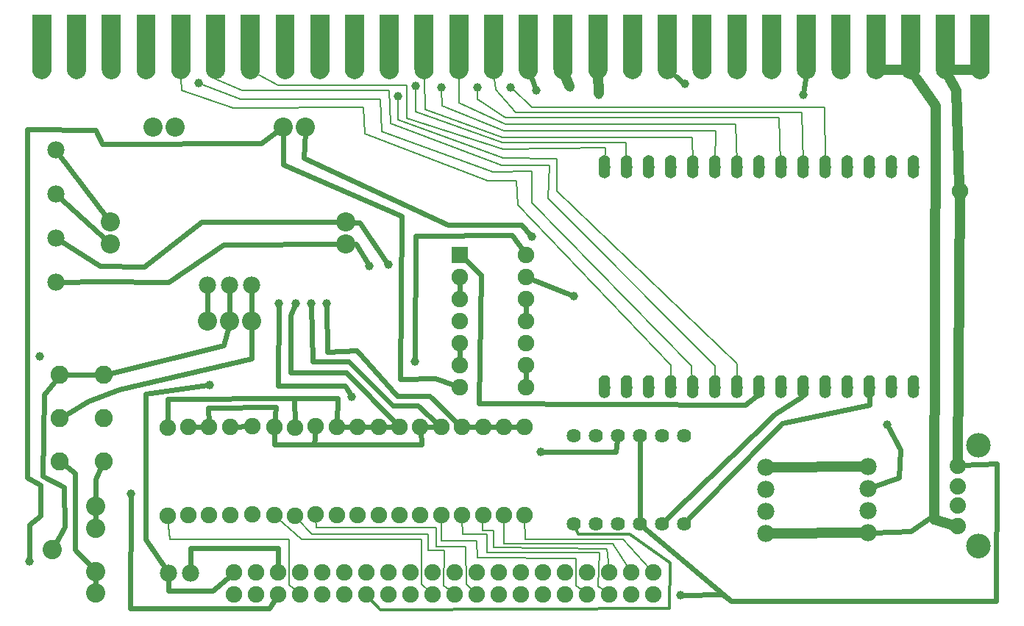
<source format=gtl>
G04 MADE WITH FRITZING*
G04 WWW.FRITZING.ORG*
G04 DOUBLE SIDED*
G04 HOLES PLATED*
G04 CONTOUR ON CENTER OF CONTOUR VECTOR*
%ASAXBY*%
%FSLAX23Y23*%
%MOIN*%
%OFA0B0*%
%SFA1.0B1.0*%
%ADD10C,0.039370*%
%ADD11C,0.052000*%
%ADD12C,0.075000*%
%ADD13C,0.074000*%
%ADD14C,0.106614*%
%ADD15C,0.064000*%
%ADD16C,0.078000*%
%ADD17C,0.075433*%
%ADD18C,0.110866*%
%ADD19C,0.082000*%
%ADD20C,0.087695*%
%ADD21C,0.087722*%
%ADD22C,0.087244*%
%ADD23C,0.075361*%
%ADD24R,0.075000X0.075000*%
%ADD25C,0.006000*%
%ADD26C,0.024000*%
%ADD27C,0.048000*%
%ADD28C,0.012000*%
%ADD29R,0.001000X0.001000*%
%LNCOPPER1*%
G90*
G70*
G54D10*
X815Y2408D03*
G54D11*
X4055Y2028D03*
X3955Y2028D03*
X3855Y2028D03*
X3755Y2028D03*
X3655Y2028D03*
X3555Y2028D03*
X3455Y2028D03*
X3355Y2028D03*
X3255Y2028D03*
X3155Y2028D03*
X3055Y2028D03*
X2955Y2028D03*
X2855Y2028D03*
X2755Y2028D03*
X2655Y2028D03*
X2655Y1028D03*
X2755Y1028D03*
X2855Y1028D03*
X2955Y1028D03*
X3055Y1028D03*
X3155Y1028D03*
X3255Y1028D03*
X3355Y1028D03*
X3455Y1028D03*
X3555Y1028D03*
X3655Y1028D03*
X3755Y1028D03*
X3855Y1028D03*
X3955Y1028D03*
X4055Y1028D03*
G54D10*
X1590Y1578D03*
X3020Y2403D03*
X1675Y1583D03*
G54D12*
X2000Y1628D03*
X2300Y1628D03*
X2000Y1528D03*
X2300Y1528D03*
X2000Y1428D03*
X2300Y1428D03*
X2000Y1328D03*
X2300Y1328D03*
X2000Y1228D03*
X2300Y1228D03*
X2000Y1128D03*
X2300Y1128D03*
X2000Y1028D03*
X2300Y1028D03*
G54D10*
X510Y543D03*
X1795Y1143D03*
X50Y238D03*
X95Y1168D03*
G54D13*
X4255Y396D03*
X4255Y489D03*
X4255Y578D03*
X4255Y671D03*
G54D14*
X4350Y762D03*
X4350Y305D03*
G54D13*
X4255Y396D03*
X4255Y489D03*
X4255Y578D03*
X4255Y671D03*
G54D14*
X4350Y762D03*
X4350Y305D03*
G54D10*
X2326Y1710D03*
X3555Y2353D03*
G54D15*
X2915Y408D03*
X2815Y408D03*
X2715Y408D03*
X2615Y408D03*
X2515Y408D03*
X2515Y808D03*
X2615Y808D03*
X2715Y808D03*
X2815Y808D03*
X2915Y808D03*
X3015Y808D03*
X3015Y408D03*
G54D10*
X2345Y2373D03*
G54D16*
X3385Y663D03*
X3385Y563D03*
X3385Y463D03*
X3385Y363D03*
X3850Y668D03*
X3850Y568D03*
X3850Y468D03*
X3850Y368D03*
G54D17*
X4265Y1918D03*
G54D10*
X3936Y858D03*
X865Y1038D03*
X2365Y733D03*
X3000Y83D03*
G54D18*
X4350Y308D03*
X4350Y763D03*
G54D16*
X1055Y1491D03*
X955Y1491D03*
X855Y1491D03*
G54D19*
X385Y690D03*
X385Y886D03*
X385Y1083D03*
X188Y690D03*
X188Y886D03*
X188Y1083D03*
G54D10*
X1395Y1408D03*
X1325Y1408D03*
X1180Y1408D03*
X1510Y983D03*
G54D16*
X780Y183D03*
X680Y183D03*
G54D20*
X153Y290D03*
G54D21*
X350Y486D03*
X350Y388D03*
G54D20*
X350Y191D03*
G54D21*
X350Y93D03*
G54D22*
X858Y1326D03*
X958Y1326D03*
X1058Y1326D03*
X1200Y2208D03*
X1300Y2208D03*
G54D10*
X2231Y2387D03*
G54D22*
X1484Y1676D03*
X1484Y1776D03*
X609Y2208D03*
X709Y2208D03*
X417Y1676D03*
X417Y1776D03*
G54D10*
X1916Y2387D03*
X2081Y2387D03*
X1800Y2395D03*
X1720Y2348D03*
G54D12*
X1348Y450D03*
X1348Y850D03*
X770Y447D03*
X770Y847D03*
X1916Y446D03*
X1916Y846D03*
X1160Y446D03*
X1160Y846D03*
X1821Y446D03*
X1821Y846D03*
X864Y447D03*
X864Y847D03*
X1727Y446D03*
X1727Y846D03*
X1632Y446D03*
X1632Y846D03*
X1443Y446D03*
X1443Y846D03*
X1252Y444D03*
X1252Y844D03*
X1538Y446D03*
X1538Y846D03*
X676Y444D03*
X676Y844D03*
X2294Y446D03*
X2294Y846D03*
X2199Y446D03*
X2199Y846D03*
X2010Y446D03*
X2010Y846D03*
X1060Y450D03*
X1060Y850D03*
X959Y447D03*
X959Y847D03*
X2105Y446D03*
X2105Y846D03*
G54D23*
X978Y86D03*
X1078Y86D03*
X1178Y86D03*
X1278Y86D03*
X1378Y86D03*
X1478Y86D03*
X1578Y86D03*
X1678Y86D03*
X1778Y86D03*
X1878Y86D03*
X1978Y86D03*
X2078Y86D03*
X2178Y86D03*
X2278Y86D03*
X2378Y86D03*
X2478Y86D03*
X2578Y86D03*
X2678Y86D03*
X2778Y86D03*
X2878Y86D03*
X2878Y186D03*
X2778Y186D03*
X2678Y186D03*
X2578Y186D03*
X2478Y186D03*
X2378Y186D03*
X2278Y186D03*
X2178Y186D03*
X2078Y186D03*
X1978Y186D03*
X1878Y186D03*
X1778Y186D03*
X1678Y186D03*
X1578Y186D03*
X1478Y186D03*
X1378Y186D03*
X1278Y186D03*
X1178Y186D03*
X1078Y186D03*
X978Y186D03*
G54D10*
X2630Y2353D03*
X2500Y2388D03*
X1255Y1408D03*
G54D16*
X170Y2103D03*
X170Y1903D03*
X170Y1703D03*
X170Y1503D03*
G54D10*
X2518Y1440D03*
G54D24*
X2000Y1628D03*
G54D25*
X2661Y2112D02*
X2656Y2047D01*
D02*
X2195Y2108D02*
X2661Y2112D01*
D02*
X1760Y2248D02*
X2195Y2108D01*
D02*
X1760Y2398D02*
X1760Y2248D01*
D02*
X1175Y2398D02*
X1760Y2398D01*
D02*
X1090Y2445D02*
X1175Y2398D01*
D02*
X2752Y2136D02*
X2194Y2138D01*
D02*
X2194Y2138D02*
X1800Y2278D01*
D02*
X1800Y2278D02*
X1800Y2387D01*
D02*
X2754Y2047D02*
X2752Y2136D01*
D02*
X3052Y2160D02*
X3055Y2047D01*
D02*
X2194Y2160D02*
X3052Y2160D01*
D02*
X1844Y2288D02*
X2194Y2160D01*
D02*
X1839Y2428D02*
X1844Y2288D01*
D02*
X2200Y2190D02*
X1919Y2304D01*
D02*
X1919Y2304D02*
X1916Y2379D01*
D02*
X3160Y2190D02*
X2200Y2190D01*
D02*
X3156Y2047D02*
X3160Y2190D01*
D02*
X3250Y2220D02*
X3255Y2047D01*
D02*
X2206Y2220D02*
X3250Y2220D01*
D02*
X1996Y2318D02*
X2206Y2220D01*
D02*
X1996Y2428D02*
X1996Y2318D01*
D02*
X3448Y2250D02*
X3454Y2047D01*
D02*
X2206Y2250D02*
X3448Y2250D01*
D02*
X2081Y2332D02*
X2206Y2250D01*
D02*
X2081Y2379D02*
X2081Y2332D01*
D02*
X974Y2295D02*
X740Y2373D01*
D02*
X740Y2373D02*
X738Y2428D01*
D02*
X1564Y2298D02*
X974Y2295D01*
D02*
X1570Y2177D02*
X1564Y2298D01*
D02*
X2126Y1962D02*
X1570Y2177D01*
D02*
X2255Y1962D02*
X2126Y1962D01*
D02*
X2264Y1853D02*
X2255Y1962D01*
D02*
X2955Y1127D02*
X2264Y1853D01*
D02*
X2955Y1047D02*
X2955Y1127D01*
D02*
X2150Y2004D02*
X2325Y2008D01*
D02*
X1645Y2188D02*
X2150Y2004D01*
D02*
X1641Y2332D02*
X1645Y2188D01*
D02*
X1006Y2332D02*
X1641Y2332D01*
D02*
X2325Y2008D02*
X2325Y1862D01*
D02*
X2325Y1862D02*
X3050Y1123D01*
D02*
X2406Y2032D02*
X2399Y1883D01*
D02*
X2441Y1918D02*
X2441Y2062D01*
D02*
X3050Y1123D02*
X3054Y1047D01*
D02*
X3155Y1123D02*
X3155Y1047D01*
D02*
X3255Y1132D02*
X2441Y1918D01*
D02*
X2399Y1883D02*
X3155Y1123D01*
D02*
X2190Y2032D02*
X2406Y2032D01*
D02*
X2441Y2062D02*
X2195Y2067D01*
D02*
X822Y2405D02*
X1006Y2332D01*
D02*
X1685Y2223D02*
X2190Y2032D01*
D02*
X1680Y2372D02*
X1685Y2223D01*
D02*
X1012Y2372D02*
X1680Y2372D01*
D02*
X895Y2423D02*
X1012Y2372D01*
D02*
X895Y2428D02*
X895Y2423D01*
D02*
X2195Y2067D02*
X1720Y2239D01*
D02*
X1720Y2239D02*
X1720Y2340D01*
D02*
X3255Y1047D02*
X3255Y1132D01*
G54D26*
D02*
X931Y1218D02*
X405Y1088D01*
D02*
X952Y1303D02*
X931Y1218D01*
D02*
X256Y636D02*
X256Y291D01*
D02*
X256Y291D02*
X332Y211D01*
D02*
X205Y677D02*
X256Y636D01*
D02*
X350Y460D02*
X350Y415D01*
D02*
X350Y165D02*
X350Y119D01*
D02*
X351Y611D02*
X350Y513D01*
D02*
X377Y670D02*
X351Y611D01*
D02*
X210Y393D02*
X166Y313D01*
D02*
X205Y573D02*
X210Y393D01*
D02*
X110Y623D02*
X205Y573D01*
D02*
X115Y993D02*
X110Y623D01*
D02*
X175Y1067D02*
X115Y993D01*
D02*
X364Y1083D02*
X209Y1083D01*
D02*
X680Y103D02*
X880Y103D01*
D02*
X880Y103D02*
X962Y173D01*
D02*
X680Y164D02*
X680Y103D01*
D02*
X1176Y298D02*
X780Y298D01*
D02*
X780Y298D02*
X780Y202D01*
D02*
X1177Y207D02*
X1176Y298D01*
D02*
X830Y1778D02*
X1460Y1776D01*
D02*
X930Y1673D02*
X1460Y1676D01*
D02*
X680Y1504D02*
X930Y1673D01*
D02*
X571Y1573D02*
X830Y1778D01*
D02*
X364Y1507D02*
X680Y1504D01*
D02*
X189Y1503D02*
X364Y1507D01*
D02*
X369Y1578D02*
X571Y1573D01*
D02*
X186Y1693D02*
X369Y1578D01*
D02*
X399Y1692D02*
X184Y1890D01*
D02*
X402Y1795D02*
X181Y2088D01*
D02*
X1056Y1158D02*
X455Y1018D01*
D02*
X315Y964D02*
X206Y897D01*
D02*
X455Y1018D02*
X315Y964D01*
D02*
X1057Y1302D02*
X1056Y1158D01*
D02*
X1135Y23D02*
X505Y23D01*
D02*
X505Y23D02*
X510Y535D01*
D02*
X1167Y70D02*
X1135Y23D01*
D02*
X2236Y1718D02*
X2290Y1642D01*
D02*
X1799Y1713D02*
X2236Y1718D01*
D02*
X1795Y1151D02*
X1799Y1713D01*
D02*
X3014Y2408D02*
X2980Y2436D01*
D02*
X1530Y1678D02*
X1507Y1677D01*
D02*
X1586Y1585D02*
X1530Y1678D01*
D02*
X1545Y1773D02*
X1671Y1589D01*
D02*
X1507Y1775D02*
X1545Y1773D01*
D02*
X351Y2193D02*
X381Y2129D01*
D02*
X381Y2129D02*
X1101Y2132D01*
G54D27*
D02*
X4249Y2373D02*
X4264Y1936D01*
G54D26*
D02*
X2000Y1145D02*
X2000Y1210D01*
D02*
X2300Y1045D02*
X2300Y1110D01*
D02*
X2300Y1345D02*
X2300Y1410D01*
D02*
X2000Y1445D02*
X2000Y1510D01*
G54D27*
D02*
X4149Y427D02*
X4238Y401D01*
D02*
X4265Y1900D02*
X4255Y689D01*
D02*
X4221Y2428D02*
X4249Y2373D01*
G54D26*
D02*
X1729Y1062D02*
X1735Y1803D01*
D02*
X1890Y1068D02*
X1729Y1062D01*
D02*
X1735Y1803D02*
X1200Y2038D01*
D02*
X1200Y2038D02*
X1200Y2184D01*
D02*
X1984Y1034D02*
X1890Y1068D01*
D02*
X50Y403D02*
X100Y443D01*
D02*
X40Y618D02*
X39Y2198D01*
D02*
X100Y583D02*
X40Y618D01*
D02*
X100Y443D02*
X100Y583D01*
D02*
X50Y246D02*
X50Y403D01*
D02*
X39Y2198D02*
X351Y2193D01*
D02*
X1101Y2132D02*
X1181Y2194D01*
D02*
X3356Y998D02*
X3294Y948D01*
D02*
X4434Y679D02*
X4431Y58D01*
D02*
X4431Y58D02*
X3231Y58D01*
D02*
X3231Y58D02*
X2830Y395D01*
D02*
X4273Y672D02*
X4434Y679D01*
D02*
X2325Y2428D02*
X2342Y2380D01*
D02*
X3556Y2361D02*
X3565Y2428D01*
D02*
X2281Y1762D02*
X2321Y1716D01*
D02*
X1945Y1762D02*
X2281Y1762D01*
D02*
X1294Y2066D02*
X1945Y1762D01*
D02*
X1299Y2184D02*
X1294Y2066D01*
D02*
X3356Y1009D02*
X3356Y998D01*
D02*
X2098Y1536D02*
X2013Y1616D01*
D02*
X3294Y948D02*
X2087Y953D01*
D02*
X2087Y953D02*
X2098Y1536D01*
G54D28*
D02*
X2536Y360D02*
X2770Y360D01*
D02*
X2770Y360D02*
X2952Y230D01*
G54D26*
D02*
X3939Y851D02*
X3995Y743D01*
D02*
X3995Y743D02*
X3990Y618D01*
D02*
X3990Y618D02*
X3868Y574D01*
G54D28*
D02*
X2952Y230D02*
X2950Y23D01*
D02*
X2950Y23D02*
X1640Y18D01*
D02*
X1640Y18D02*
X1591Y71D01*
D02*
X2523Y390D02*
X2536Y360D01*
G54D27*
D02*
X3831Y668D02*
X3404Y663D01*
G54D26*
D02*
X4042Y373D02*
X3869Y368D01*
D02*
X4131Y433D02*
X4042Y373D01*
D02*
X4238Y401D02*
X4131Y433D01*
G54D27*
D02*
X3831Y368D02*
X3404Y363D01*
G54D26*
D02*
X3431Y907D02*
X3551Y982D01*
D02*
X3551Y982D02*
X3553Y1009D01*
D02*
X3856Y948D02*
X3855Y1009D01*
D02*
X3459Y862D02*
X3856Y948D01*
D02*
X3189Y87D02*
X3008Y83D01*
D02*
X3231Y58D02*
X3189Y87D01*
D02*
X2815Y788D02*
X2815Y428D01*
D02*
X2705Y733D02*
X2712Y788D01*
D02*
X2373Y733D02*
X2705Y733D01*
D02*
X576Y338D02*
X576Y998D01*
D02*
X576Y998D02*
X857Y1037D01*
D02*
X669Y199D02*
X576Y338D01*
D02*
X3029Y422D02*
X3459Y862D01*
D02*
X2929Y422D02*
X3431Y907D01*
G54D25*
D02*
X2254Y2274D02*
X3550Y2274D01*
D02*
X3550Y2274D02*
X3555Y2047D01*
D02*
X2164Y2377D02*
X2254Y2274D01*
D02*
X2158Y2428D02*
X2164Y2377D01*
D02*
X3652Y2298D02*
X2326Y2298D01*
D02*
X2326Y2298D02*
X2237Y2382D01*
D02*
X3655Y2047D02*
X3652Y2298D01*
G54D26*
D02*
X857Y1350D02*
X855Y1472D01*
D02*
X957Y1350D02*
X955Y1472D01*
D02*
X1057Y1350D02*
X1055Y1472D01*
D02*
X1480Y1032D02*
X1176Y1032D01*
D02*
X1176Y1032D02*
X1180Y1400D01*
D02*
X1509Y987D02*
X1480Y1032D01*
D02*
X1508Y991D02*
X1509Y987D01*
D02*
X1864Y988D02*
X1715Y988D01*
D02*
X1715Y988D02*
X1534Y1193D01*
D02*
X1534Y1193D02*
X1399Y1188D01*
D02*
X1399Y1188D02*
X1395Y1400D01*
D02*
X1998Y858D02*
X1864Y988D01*
D02*
X1334Y1143D02*
X1325Y1400D01*
D02*
X1495Y1143D02*
X1334Y1143D01*
D02*
X1695Y943D02*
X1495Y1143D01*
D02*
X1811Y943D02*
X1695Y943D01*
D02*
X1903Y858D02*
X1811Y943D01*
G54D27*
D02*
X4318Y2468D02*
X4240Y2468D01*
D02*
X4003Y2468D02*
X3925Y2468D01*
G54D25*
D02*
X2296Y336D02*
X2294Y429D01*
D02*
X2740Y336D02*
X2296Y336D01*
D02*
X2864Y201D02*
X2740Y336D01*
D02*
X2692Y318D02*
X2200Y318D01*
D02*
X2200Y318D02*
X2199Y429D01*
D02*
X2767Y203D02*
X2692Y318D01*
D02*
X2152Y300D02*
X2668Y294D01*
D02*
X2152Y378D02*
X2152Y300D01*
D02*
X2104Y378D02*
X2152Y378D01*
D02*
X2668Y294D02*
X2676Y207D01*
D02*
X2104Y429D02*
X2104Y378D01*
D02*
X2122Y276D02*
X2632Y276D01*
D02*
X2122Y360D02*
X2122Y276D01*
D02*
X2014Y360D02*
X2122Y360D01*
D02*
X2632Y276D02*
X2628Y123D01*
D02*
X2628Y123D02*
X2662Y99D01*
D02*
X2011Y429D02*
X2014Y360D01*
D02*
X2080Y252D02*
X2526Y249D01*
D02*
X2078Y329D02*
X2080Y252D01*
D02*
X2527Y128D02*
X2562Y99D01*
D02*
X2526Y249D02*
X2527Y128D01*
D02*
X1916Y329D02*
X2078Y329D01*
D02*
X1916Y429D02*
X1916Y329D01*
D02*
X1349Y391D02*
X1892Y391D01*
D02*
X1892Y391D02*
X1892Y304D01*
D02*
X1892Y304D02*
X2028Y303D01*
D02*
X2028Y303D02*
X2029Y132D01*
D02*
X2029Y132D02*
X2063Y100D01*
D02*
X1348Y432D02*
X1349Y391D01*
D02*
X1858Y288D02*
X1929Y288D01*
D02*
X1858Y360D02*
X1858Y288D01*
D02*
X1330Y360D02*
X1858Y360D01*
D02*
X1929Y288D02*
X1928Y127D01*
D02*
X1928Y127D02*
X1962Y99D01*
D02*
X1264Y431D02*
X1330Y360D01*
D02*
X1282Y336D02*
X1828Y336D01*
D02*
X1828Y336D02*
X1828Y132D01*
D02*
X1828Y132D02*
X1863Y100D01*
D02*
X1173Y435D02*
X1282Y336D01*
D02*
X687Y336D02*
X1227Y336D01*
D02*
X1227Y336D02*
X1227Y131D01*
D02*
X1227Y131D02*
X1263Y100D01*
D02*
X678Y427D02*
X687Y336D01*
G54D26*
D02*
X2217Y846D02*
X2276Y846D01*
D02*
X2122Y846D02*
X2182Y846D01*
D02*
X2028Y846D02*
X2087Y846D01*
D02*
X1898Y846D02*
X1839Y846D01*
D02*
X1709Y846D02*
X1650Y846D01*
D02*
X1615Y846D02*
X1555Y846D01*
D02*
X1520Y846D02*
X1461Y846D01*
D02*
X1043Y849D02*
X976Y848D01*
D02*
X847Y847D02*
X787Y847D01*
D02*
X1825Y768D02*
X1340Y768D01*
D02*
X1340Y768D02*
X1346Y832D01*
D02*
X1822Y829D02*
X1825Y768D01*
D02*
X1445Y978D02*
X1250Y978D01*
D02*
X1250Y978D02*
X1252Y861D01*
D02*
X1443Y864D02*
X1445Y978D01*
D02*
X1160Y768D02*
X1160Y829D01*
D02*
X1340Y768D02*
X1160Y768D01*
D02*
X1165Y938D02*
X860Y933D01*
D02*
X860Y933D02*
X863Y865D01*
D02*
X1161Y864D02*
X1165Y938D01*
D02*
X676Y972D02*
X676Y861D01*
D02*
X1250Y978D02*
X676Y972D01*
G54D27*
D02*
X4156Y2305D02*
X4149Y427D01*
D02*
X4070Y2428D02*
X4156Y2305D01*
D02*
X2625Y2446D02*
X2625Y2570D01*
D02*
X2630Y2361D02*
X2625Y2446D01*
D02*
X2475Y2439D02*
X2468Y2570D01*
D02*
X2497Y2395D02*
X2475Y2439D01*
G54D26*
D02*
X1234Y1353D02*
X1252Y1401D01*
D02*
X1234Y1093D02*
X1234Y1353D01*
D02*
X1485Y1093D02*
X1234Y1093D01*
D02*
X1714Y859D02*
X1485Y1093D01*
D02*
X2316Y1521D02*
X2511Y1443D01*
G54D29*
X63Y2715D02*
X149Y2715D01*
X221Y2715D02*
X306Y2715D01*
X378Y2715D02*
X464Y2715D01*
X536Y2715D02*
X621Y2715D01*
X693Y2715D02*
X779Y2715D01*
X851Y2715D02*
X936Y2715D01*
X1008Y2715D02*
X1094Y2715D01*
X1166Y2715D02*
X1251Y2715D01*
X1323Y2715D02*
X1409Y2715D01*
X1481Y2715D02*
X1566Y2715D01*
X1638Y2715D02*
X1724Y2715D01*
X1795Y2715D02*
X1881Y2715D01*
X1953Y2715D02*
X2039Y2715D01*
X2110Y2715D02*
X2196Y2715D01*
X2268Y2715D02*
X2354Y2715D01*
X2425Y2715D02*
X2511Y2715D01*
X2583Y2715D02*
X2669Y2715D01*
X2740Y2715D02*
X2826Y2715D01*
X2898Y2715D02*
X2983Y2715D01*
X3055Y2715D02*
X3141Y2715D01*
X3213Y2715D02*
X3298Y2715D01*
X3370Y2715D02*
X3456Y2715D01*
X3528Y2715D02*
X3613Y2715D01*
X3685Y2715D02*
X3771Y2715D01*
X3843Y2715D02*
X3928Y2715D01*
X4000Y2715D02*
X4086Y2715D01*
X4158Y2715D02*
X4243Y2715D01*
X4315Y2715D02*
X4401Y2715D01*
X63Y2714D02*
X149Y2714D01*
X221Y2714D02*
X306Y2714D01*
X378Y2714D02*
X464Y2714D01*
X536Y2714D02*
X621Y2714D01*
X693Y2714D02*
X779Y2714D01*
X851Y2714D02*
X936Y2714D01*
X1008Y2714D02*
X1094Y2714D01*
X1166Y2714D02*
X1251Y2714D01*
X1323Y2714D02*
X1409Y2714D01*
X1481Y2714D02*
X1566Y2714D01*
X1638Y2714D02*
X1724Y2714D01*
X1795Y2714D02*
X1881Y2714D01*
X1953Y2714D02*
X2039Y2714D01*
X2110Y2714D02*
X2196Y2714D01*
X2268Y2714D02*
X2354Y2714D01*
X2425Y2714D02*
X2511Y2714D01*
X2583Y2714D02*
X2669Y2714D01*
X2740Y2714D02*
X2826Y2714D01*
X2898Y2714D02*
X2983Y2714D01*
X3055Y2714D02*
X3141Y2714D01*
X3213Y2714D02*
X3298Y2714D01*
X3370Y2714D02*
X3456Y2714D01*
X3528Y2714D02*
X3613Y2714D01*
X3685Y2714D02*
X3771Y2714D01*
X3843Y2714D02*
X3928Y2714D01*
X4000Y2714D02*
X4086Y2714D01*
X4158Y2714D02*
X4243Y2714D01*
X4315Y2714D02*
X4401Y2714D01*
X63Y2713D02*
X149Y2713D01*
X221Y2713D02*
X306Y2713D01*
X378Y2713D02*
X464Y2713D01*
X536Y2713D02*
X621Y2713D01*
X693Y2713D02*
X779Y2713D01*
X851Y2713D02*
X936Y2713D01*
X1008Y2713D02*
X1094Y2713D01*
X1166Y2713D02*
X1251Y2713D01*
X1323Y2713D02*
X1409Y2713D01*
X1481Y2713D02*
X1566Y2713D01*
X1638Y2713D02*
X1724Y2713D01*
X1795Y2713D02*
X1881Y2713D01*
X1953Y2713D02*
X2039Y2713D01*
X2110Y2713D02*
X2196Y2713D01*
X2268Y2713D02*
X2354Y2713D01*
X2425Y2713D02*
X2511Y2713D01*
X2583Y2713D02*
X2669Y2713D01*
X2740Y2713D02*
X2826Y2713D01*
X2898Y2713D02*
X2983Y2713D01*
X3055Y2713D02*
X3141Y2713D01*
X3213Y2713D02*
X3298Y2713D01*
X3370Y2713D02*
X3456Y2713D01*
X3528Y2713D02*
X3613Y2713D01*
X3685Y2713D02*
X3771Y2713D01*
X3843Y2713D02*
X3928Y2713D01*
X4000Y2713D02*
X4086Y2713D01*
X4158Y2713D02*
X4243Y2713D01*
X4315Y2713D02*
X4401Y2713D01*
X63Y2712D02*
X149Y2712D01*
X221Y2712D02*
X306Y2712D01*
X378Y2712D02*
X464Y2712D01*
X536Y2712D02*
X621Y2712D01*
X693Y2712D02*
X779Y2712D01*
X851Y2712D02*
X936Y2712D01*
X1008Y2712D02*
X1094Y2712D01*
X1166Y2712D02*
X1251Y2712D01*
X1323Y2712D02*
X1409Y2712D01*
X1481Y2712D02*
X1566Y2712D01*
X1638Y2712D02*
X1724Y2712D01*
X1795Y2712D02*
X1881Y2712D01*
X1953Y2712D02*
X2039Y2712D01*
X2110Y2712D02*
X2196Y2712D01*
X2268Y2712D02*
X2354Y2712D01*
X2425Y2712D02*
X2511Y2712D01*
X2583Y2712D02*
X2669Y2712D01*
X2740Y2712D02*
X2826Y2712D01*
X2898Y2712D02*
X2983Y2712D01*
X3055Y2712D02*
X3141Y2712D01*
X3213Y2712D02*
X3298Y2712D01*
X3370Y2712D02*
X3456Y2712D01*
X3528Y2712D02*
X3613Y2712D01*
X3685Y2712D02*
X3771Y2712D01*
X3843Y2712D02*
X3928Y2712D01*
X4000Y2712D02*
X4086Y2712D01*
X4158Y2712D02*
X4243Y2712D01*
X4315Y2712D02*
X4401Y2712D01*
X63Y2711D02*
X149Y2711D01*
X221Y2711D02*
X306Y2711D01*
X378Y2711D02*
X464Y2711D01*
X536Y2711D02*
X621Y2711D01*
X693Y2711D02*
X779Y2711D01*
X851Y2711D02*
X936Y2711D01*
X1008Y2711D02*
X1094Y2711D01*
X1166Y2711D02*
X1251Y2711D01*
X1323Y2711D02*
X1409Y2711D01*
X1481Y2711D02*
X1566Y2711D01*
X1638Y2711D02*
X1724Y2711D01*
X1795Y2711D02*
X1881Y2711D01*
X1953Y2711D02*
X2039Y2711D01*
X2110Y2711D02*
X2196Y2711D01*
X2268Y2711D02*
X2354Y2711D01*
X2425Y2711D02*
X2511Y2711D01*
X2583Y2711D02*
X2669Y2711D01*
X2740Y2711D02*
X2826Y2711D01*
X2898Y2711D02*
X2983Y2711D01*
X3055Y2711D02*
X3141Y2711D01*
X3213Y2711D02*
X3298Y2711D01*
X3370Y2711D02*
X3456Y2711D01*
X3528Y2711D02*
X3613Y2711D01*
X3685Y2711D02*
X3771Y2711D01*
X3843Y2711D02*
X3928Y2711D01*
X4000Y2711D02*
X4086Y2711D01*
X4158Y2711D02*
X4243Y2711D01*
X4315Y2711D02*
X4401Y2711D01*
X63Y2710D02*
X149Y2710D01*
X221Y2710D02*
X306Y2710D01*
X378Y2710D02*
X464Y2710D01*
X536Y2710D02*
X621Y2710D01*
X693Y2710D02*
X779Y2710D01*
X851Y2710D02*
X936Y2710D01*
X1008Y2710D02*
X1094Y2710D01*
X1166Y2710D02*
X1251Y2710D01*
X1323Y2710D02*
X1409Y2710D01*
X1481Y2710D02*
X1566Y2710D01*
X1638Y2710D02*
X1724Y2710D01*
X1795Y2710D02*
X1881Y2710D01*
X1953Y2710D02*
X2039Y2710D01*
X2110Y2710D02*
X2196Y2710D01*
X2268Y2710D02*
X2354Y2710D01*
X2425Y2710D02*
X2511Y2710D01*
X2583Y2710D02*
X2669Y2710D01*
X2740Y2710D02*
X2826Y2710D01*
X2898Y2710D02*
X2983Y2710D01*
X3055Y2710D02*
X3141Y2710D01*
X3213Y2710D02*
X3298Y2710D01*
X3370Y2710D02*
X3456Y2710D01*
X3528Y2710D02*
X3613Y2710D01*
X3685Y2710D02*
X3771Y2710D01*
X3843Y2710D02*
X3928Y2710D01*
X4000Y2710D02*
X4086Y2710D01*
X4158Y2710D02*
X4243Y2710D01*
X4315Y2710D02*
X4401Y2710D01*
X63Y2709D02*
X149Y2709D01*
X221Y2709D02*
X306Y2709D01*
X378Y2709D02*
X464Y2709D01*
X536Y2709D02*
X621Y2709D01*
X693Y2709D02*
X779Y2709D01*
X851Y2709D02*
X936Y2709D01*
X1008Y2709D02*
X1094Y2709D01*
X1166Y2709D02*
X1251Y2709D01*
X1323Y2709D02*
X1409Y2709D01*
X1481Y2709D02*
X1566Y2709D01*
X1638Y2709D02*
X1724Y2709D01*
X1795Y2709D02*
X1881Y2709D01*
X1953Y2709D02*
X2039Y2709D01*
X2110Y2709D02*
X2196Y2709D01*
X2268Y2709D02*
X2354Y2709D01*
X2425Y2709D02*
X2511Y2709D01*
X2583Y2709D02*
X2669Y2709D01*
X2740Y2709D02*
X2826Y2709D01*
X2898Y2709D02*
X2983Y2709D01*
X3055Y2709D02*
X3141Y2709D01*
X3213Y2709D02*
X3298Y2709D01*
X3370Y2709D02*
X3456Y2709D01*
X3528Y2709D02*
X3613Y2709D01*
X3685Y2709D02*
X3771Y2709D01*
X3843Y2709D02*
X3928Y2709D01*
X4000Y2709D02*
X4086Y2709D01*
X4158Y2709D02*
X4243Y2709D01*
X4315Y2709D02*
X4401Y2709D01*
X63Y2708D02*
X149Y2708D01*
X221Y2708D02*
X306Y2708D01*
X378Y2708D02*
X464Y2708D01*
X536Y2708D02*
X621Y2708D01*
X693Y2708D02*
X779Y2708D01*
X851Y2708D02*
X936Y2708D01*
X1008Y2708D02*
X1094Y2708D01*
X1166Y2708D02*
X1251Y2708D01*
X1323Y2708D02*
X1409Y2708D01*
X1481Y2708D02*
X1566Y2708D01*
X1638Y2708D02*
X1724Y2708D01*
X1795Y2708D02*
X1881Y2708D01*
X1953Y2708D02*
X2039Y2708D01*
X2110Y2708D02*
X2196Y2708D01*
X2268Y2708D02*
X2354Y2708D01*
X2425Y2708D02*
X2511Y2708D01*
X2583Y2708D02*
X2669Y2708D01*
X2740Y2708D02*
X2826Y2708D01*
X2898Y2708D02*
X2983Y2708D01*
X3055Y2708D02*
X3141Y2708D01*
X3213Y2708D02*
X3298Y2708D01*
X3370Y2708D02*
X3456Y2708D01*
X3528Y2708D02*
X3613Y2708D01*
X3685Y2708D02*
X3771Y2708D01*
X3843Y2708D02*
X3928Y2708D01*
X4000Y2708D02*
X4086Y2708D01*
X4158Y2708D02*
X4243Y2708D01*
X4315Y2708D02*
X4401Y2708D01*
X63Y2707D02*
X149Y2707D01*
X221Y2707D02*
X306Y2707D01*
X378Y2707D02*
X464Y2707D01*
X536Y2707D02*
X621Y2707D01*
X693Y2707D02*
X779Y2707D01*
X851Y2707D02*
X936Y2707D01*
X1008Y2707D02*
X1094Y2707D01*
X1166Y2707D02*
X1251Y2707D01*
X1323Y2707D02*
X1409Y2707D01*
X1481Y2707D02*
X1566Y2707D01*
X1638Y2707D02*
X1724Y2707D01*
X1795Y2707D02*
X1881Y2707D01*
X1953Y2707D02*
X2039Y2707D01*
X2110Y2707D02*
X2196Y2707D01*
X2268Y2707D02*
X2354Y2707D01*
X2425Y2707D02*
X2511Y2707D01*
X2583Y2707D02*
X2669Y2707D01*
X2740Y2707D02*
X2826Y2707D01*
X2898Y2707D02*
X2983Y2707D01*
X3055Y2707D02*
X3141Y2707D01*
X3213Y2707D02*
X3298Y2707D01*
X3370Y2707D02*
X3456Y2707D01*
X3528Y2707D02*
X3613Y2707D01*
X3685Y2707D02*
X3771Y2707D01*
X3843Y2707D02*
X3928Y2707D01*
X4000Y2707D02*
X4086Y2707D01*
X4158Y2707D02*
X4243Y2707D01*
X4315Y2707D02*
X4401Y2707D01*
X63Y2706D02*
X149Y2706D01*
X221Y2706D02*
X306Y2706D01*
X378Y2706D02*
X464Y2706D01*
X536Y2706D02*
X621Y2706D01*
X693Y2706D02*
X779Y2706D01*
X851Y2706D02*
X936Y2706D01*
X1008Y2706D02*
X1094Y2706D01*
X1166Y2706D02*
X1251Y2706D01*
X1323Y2706D02*
X1409Y2706D01*
X1481Y2706D02*
X1566Y2706D01*
X1638Y2706D02*
X1724Y2706D01*
X1795Y2706D02*
X1881Y2706D01*
X1953Y2706D02*
X2039Y2706D01*
X2110Y2706D02*
X2196Y2706D01*
X2268Y2706D02*
X2354Y2706D01*
X2425Y2706D02*
X2511Y2706D01*
X2583Y2706D02*
X2669Y2706D01*
X2740Y2706D02*
X2826Y2706D01*
X2898Y2706D02*
X2983Y2706D01*
X3055Y2706D02*
X3141Y2706D01*
X3213Y2706D02*
X3298Y2706D01*
X3370Y2706D02*
X3456Y2706D01*
X3528Y2706D02*
X3613Y2706D01*
X3685Y2706D02*
X3771Y2706D01*
X3843Y2706D02*
X3928Y2706D01*
X4000Y2706D02*
X4086Y2706D01*
X4158Y2706D02*
X4243Y2706D01*
X4315Y2706D02*
X4401Y2706D01*
X63Y2705D02*
X149Y2705D01*
X221Y2705D02*
X306Y2705D01*
X378Y2705D02*
X464Y2705D01*
X536Y2705D02*
X621Y2705D01*
X693Y2705D02*
X779Y2705D01*
X851Y2705D02*
X936Y2705D01*
X1008Y2705D02*
X1094Y2705D01*
X1166Y2705D02*
X1251Y2705D01*
X1323Y2705D02*
X1409Y2705D01*
X1481Y2705D02*
X1566Y2705D01*
X1638Y2705D02*
X1724Y2705D01*
X1795Y2705D02*
X1881Y2705D01*
X1953Y2705D02*
X2039Y2705D01*
X2110Y2705D02*
X2196Y2705D01*
X2268Y2705D02*
X2354Y2705D01*
X2425Y2705D02*
X2511Y2705D01*
X2583Y2705D02*
X2669Y2705D01*
X2740Y2705D02*
X2826Y2705D01*
X2898Y2705D02*
X2983Y2705D01*
X3055Y2705D02*
X3141Y2705D01*
X3213Y2705D02*
X3298Y2705D01*
X3370Y2705D02*
X3456Y2705D01*
X3528Y2705D02*
X3613Y2705D01*
X3685Y2705D02*
X3771Y2705D01*
X3843Y2705D02*
X3928Y2705D01*
X4000Y2705D02*
X4086Y2705D01*
X4158Y2705D02*
X4243Y2705D01*
X4315Y2705D02*
X4401Y2705D01*
X63Y2704D02*
X149Y2704D01*
X221Y2704D02*
X306Y2704D01*
X378Y2704D02*
X464Y2704D01*
X536Y2704D02*
X621Y2704D01*
X693Y2704D02*
X779Y2704D01*
X851Y2704D02*
X936Y2704D01*
X1008Y2704D02*
X1094Y2704D01*
X1166Y2704D02*
X1251Y2704D01*
X1323Y2704D02*
X1409Y2704D01*
X1481Y2704D02*
X1566Y2704D01*
X1638Y2704D02*
X1724Y2704D01*
X1795Y2704D02*
X1881Y2704D01*
X1953Y2704D02*
X2039Y2704D01*
X2110Y2704D02*
X2196Y2704D01*
X2268Y2704D02*
X2354Y2704D01*
X2425Y2704D02*
X2511Y2704D01*
X2583Y2704D02*
X2669Y2704D01*
X2740Y2704D02*
X2826Y2704D01*
X2898Y2704D02*
X2983Y2704D01*
X3055Y2704D02*
X3141Y2704D01*
X3213Y2704D02*
X3298Y2704D01*
X3370Y2704D02*
X3456Y2704D01*
X3528Y2704D02*
X3613Y2704D01*
X3685Y2704D02*
X3771Y2704D01*
X3843Y2704D02*
X3928Y2704D01*
X4000Y2704D02*
X4086Y2704D01*
X4158Y2704D02*
X4243Y2704D01*
X4315Y2704D02*
X4401Y2704D01*
X63Y2703D02*
X149Y2703D01*
X221Y2703D02*
X306Y2703D01*
X378Y2703D02*
X464Y2703D01*
X536Y2703D02*
X621Y2703D01*
X693Y2703D02*
X779Y2703D01*
X851Y2703D02*
X936Y2703D01*
X1008Y2703D02*
X1094Y2703D01*
X1166Y2703D02*
X1251Y2703D01*
X1323Y2703D02*
X1409Y2703D01*
X1481Y2703D02*
X1566Y2703D01*
X1638Y2703D02*
X1724Y2703D01*
X1795Y2703D02*
X1881Y2703D01*
X1953Y2703D02*
X2039Y2703D01*
X2110Y2703D02*
X2196Y2703D01*
X2268Y2703D02*
X2354Y2703D01*
X2425Y2703D02*
X2511Y2703D01*
X2583Y2703D02*
X2669Y2703D01*
X2740Y2703D02*
X2826Y2703D01*
X2898Y2703D02*
X2983Y2703D01*
X3055Y2703D02*
X3141Y2703D01*
X3213Y2703D02*
X3298Y2703D01*
X3370Y2703D02*
X3456Y2703D01*
X3528Y2703D02*
X3613Y2703D01*
X3685Y2703D02*
X3771Y2703D01*
X3843Y2703D02*
X3928Y2703D01*
X4000Y2703D02*
X4086Y2703D01*
X4158Y2703D02*
X4243Y2703D01*
X4315Y2703D02*
X4401Y2703D01*
X63Y2702D02*
X149Y2702D01*
X221Y2702D02*
X306Y2702D01*
X378Y2702D02*
X464Y2702D01*
X536Y2702D02*
X621Y2702D01*
X693Y2702D02*
X779Y2702D01*
X851Y2702D02*
X936Y2702D01*
X1008Y2702D02*
X1094Y2702D01*
X1166Y2702D02*
X1251Y2702D01*
X1323Y2702D02*
X1409Y2702D01*
X1481Y2702D02*
X1566Y2702D01*
X1638Y2702D02*
X1724Y2702D01*
X1795Y2702D02*
X1881Y2702D01*
X1953Y2702D02*
X2039Y2702D01*
X2110Y2702D02*
X2196Y2702D01*
X2268Y2702D02*
X2354Y2702D01*
X2425Y2702D02*
X2511Y2702D01*
X2583Y2702D02*
X2669Y2702D01*
X2740Y2702D02*
X2826Y2702D01*
X2898Y2702D02*
X2983Y2702D01*
X3055Y2702D02*
X3141Y2702D01*
X3213Y2702D02*
X3298Y2702D01*
X3370Y2702D02*
X3456Y2702D01*
X3528Y2702D02*
X3613Y2702D01*
X3685Y2702D02*
X3771Y2702D01*
X3843Y2702D02*
X3928Y2702D01*
X4000Y2702D02*
X4086Y2702D01*
X4158Y2702D02*
X4243Y2702D01*
X4315Y2702D02*
X4401Y2702D01*
X63Y2701D02*
X149Y2701D01*
X221Y2701D02*
X306Y2701D01*
X378Y2701D02*
X464Y2701D01*
X536Y2701D02*
X621Y2701D01*
X693Y2701D02*
X779Y2701D01*
X851Y2701D02*
X936Y2701D01*
X1008Y2701D02*
X1094Y2701D01*
X1166Y2701D02*
X1251Y2701D01*
X1323Y2701D02*
X1409Y2701D01*
X1481Y2701D02*
X1566Y2701D01*
X1638Y2701D02*
X1724Y2701D01*
X1795Y2701D02*
X1881Y2701D01*
X1953Y2701D02*
X2039Y2701D01*
X2110Y2701D02*
X2196Y2701D01*
X2268Y2701D02*
X2354Y2701D01*
X2425Y2701D02*
X2511Y2701D01*
X2583Y2701D02*
X2669Y2701D01*
X2740Y2701D02*
X2826Y2701D01*
X2898Y2701D02*
X2983Y2701D01*
X3055Y2701D02*
X3141Y2701D01*
X3213Y2701D02*
X3298Y2701D01*
X3370Y2701D02*
X3456Y2701D01*
X3528Y2701D02*
X3613Y2701D01*
X3685Y2701D02*
X3771Y2701D01*
X3843Y2701D02*
X3928Y2701D01*
X4000Y2701D02*
X4086Y2701D01*
X4158Y2701D02*
X4243Y2701D01*
X4315Y2701D02*
X4401Y2701D01*
X63Y2700D02*
X149Y2700D01*
X221Y2700D02*
X306Y2700D01*
X378Y2700D02*
X464Y2700D01*
X536Y2700D02*
X621Y2700D01*
X693Y2700D02*
X779Y2700D01*
X851Y2700D02*
X936Y2700D01*
X1008Y2700D02*
X1094Y2700D01*
X1166Y2700D02*
X1251Y2700D01*
X1323Y2700D02*
X1409Y2700D01*
X1481Y2700D02*
X1566Y2700D01*
X1638Y2700D02*
X1724Y2700D01*
X1795Y2700D02*
X1881Y2700D01*
X1953Y2700D02*
X2039Y2700D01*
X2110Y2700D02*
X2196Y2700D01*
X2268Y2700D02*
X2354Y2700D01*
X2425Y2700D02*
X2511Y2700D01*
X2583Y2700D02*
X2669Y2700D01*
X2740Y2700D02*
X2826Y2700D01*
X2898Y2700D02*
X2983Y2700D01*
X3055Y2700D02*
X3141Y2700D01*
X3213Y2700D02*
X3298Y2700D01*
X3370Y2700D02*
X3456Y2700D01*
X3528Y2700D02*
X3613Y2700D01*
X3685Y2700D02*
X3771Y2700D01*
X3843Y2700D02*
X3928Y2700D01*
X4000Y2700D02*
X4086Y2700D01*
X4158Y2700D02*
X4243Y2700D01*
X4315Y2700D02*
X4401Y2700D01*
X63Y2699D02*
X149Y2699D01*
X221Y2699D02*
X306Y2699D01*
X378Y2699D02*
X464Y2699D01*
X536Y2699D02*
X621Y2699D01*
X693Y2699D02*
X779Y2699D01*
X851Y2699D02*
X936Y2699D01*
X1008Y2699D02*
X1094Y2699D01*
X1166Y2699D02*
X1251Y2699D01*
X1323Y2699D02*
X1409Y2699D01*
X1481Y2699D02*
X1566Y2699D01*
X1638Y2699D02*
X1724Y2699D01*
X1795Y2699D02*
X1881Y2699D01*
X1953Y2699D02*
X2039Y2699D01*
X2110Y2699D02*
X2196Y2699D01*
X2268Y2699D02*
X2354Y2699D01*
X2425Y2699D02*
X2511Y2699D01*
X2583Y2699D02*
X2669Y2699D01*
X2740Y2699D02*
X2826Y2699D01*
X2898Y2699D02*
X2983Y2699D01*
X3055Y2699D02*
X3141Y2699D01*
X3213Y2699D02*
X3298Y2699D01*
X3370Y2699D02*
X3456Y2699D01*
X3528Y2699D02*
X3613Y2699D01*
X3685Y2699D02*
X3771Y2699D01*
X3843Y2699D02*
X3928Y2699D01*
X4000Y2699D02*
X4086Y2699D01*
X4158Y2699D02*
X4243Y2699D01*
X4315Y2699D02*
X4401Y2699D01*
X63Y2698D02*
X149Y2698D01*
X221Y2698D02*
X306Y2698D01*
X378Y2698D02*
X464Y2698D01*
X536Y2698D02*
X621Y2698D01*
X693Y2698D02*
X779Y2698D01*
X851Y2698D02*
X936Y2698D01*
X1008Y2698D02*
X1094Y2698D01*
X1166Y2698D02*
X1251Y2698D01*
X1323Y2698D02*
X1409Y2698D01*
X1481Y2698D02*
X1566Y2698D01*
X1638Y2698D02*
X1724Y2698D01*
X1795Y2698D02*
X1881Y2698D01*
X1953Y2698D02*
X2039Y2698D01*
X2110Y2698D02*
X2196Y2698D01*
X2268Y2698D02*
X2354Y2698D01*
X2425Y2698D02*
X2511Y2698D01*
X2583Y2698D02*
X2669Y2698D01*
X2740Y2698D02*
X2826Y2698D01*
X2898Y2698D02*
X2983Y2698D01*
X3055Y2698D02*
X3141Y2698D01*
X3213Y2698D02*
X3298Y2698D01*
X3370Y2698D02*
X3456Y2698D01*
X3528Y2698D02*
X3613Y2698D01*
X3685Y2698D02*
X3771Y2698D01*
X3843Y2698D02*
X3928Y2698D01*
X4000Y2698D02*
X4086Y2698D01*
X4158Y2698D02*
X4243Y2698D01*
X4315Y2698D02*
X4401Y2698D01*
X63Y2697D02*
X149Y2697D01*
X221Y2697D02*
X306Y2697D01*
X378Y2697D02*
X464Y2697D01*
X536Y2697D02*
X621Y2697D01*
X693Y2697D02*
X779Y2697D01*
X851Y2697D02*
X936Y2697D01*
X1008Y2697D02*
X1094Y2697D01*
X1166Y2697D02*
X1251Y2697D01*
X1323Y2697D02*
X1409Y2697D01*
X1481Y2697D02*
X1566Y2697D01*
X1638Y2697D02*
X1724Y2697D01*
X1795Y2697D02*
X1881Y2697D01*
X1953Y2697D02*
X2039Y2697D01*
X2110Y2697D02*
X2196Y2697D01*
X2268Y2697D02*
X2354Y2697D01*
X2425Y2697D02*
X2511Y2697D01*
X2583Y2697D02*
X2669Y2697D01*
X2740Y2697D02*
X2826Y2697D01*
X2898Y2697D02*
X2983Y2697D01*
X3055Y2697D02*
X3141Y2697D01*
X3213Y2697D02*
X3298Y2697D01*
X3370Y2697D02*
X3456Y2697D01*
X3528Y2697D02*
X3613Y2697D01*
X3685Y2697D02*
X3771Y2697D01*
X3843Y2697D02*
X3928Y2697D01*
X4000Y2697D02*
X4086Y2697D01*
X4158Y2697D02*
X4243Y2697D01*
X4315Y2697D02*
X4401Y2697D01*
X63Y2696D02*
X149Y2696D01*
X221Y2696D02*
X306Y2696D01*
X378Y2696D02*
X464Y2696D01*
X536Y2696D02*
X621Y2696D01*
X693Y2696D02*
X779Y2696D01*
X851Y2696D02*
X936Y2696D01*
X1008Y2696D02*
X1094Y2696D01*
X1166Y2696D02*
X1251Y2696D01*
X1323Y2696D02*
X1409Y2696D01*
X1481Y2696D02*
X1566Y2696D01*
X1638Y2696D02*
X1724Y2696D01*
X1795Y2696D02*
X1881Y2696D01*
X1953Y2696D02*
X2039Y2696D01*
X2110Y2696D02*
X2196Y2696D01*
X2268Y2696D02*
X2354Y2696D01*
X2425Y2696D02*
X2511Y2696D01*
X2583Y2696D02*
X2669Y2696D01*
X2740Y2696D02*
X2826Y2696D01*
X2898Y2696D02*
X2983Y2696D01*
X3055Y2696D02*
X3141Y2696D01*
X3213Y2696D02*
X3298Y2696D01*
X3370Y2696D02*
X3456Y2696D01*
X3528Y2696D02*
X3613Y2696D01*
X3685Y2696D02*
X3771Y2696D01*
X3843Y2696D02*
X3928Y2696D01*
X4000Y2696D02*
X4086Y2696D01*
X4158Y2696D02*
X4243Y2696D01*
X4315Y2696D02*
X4401Y2696D01*
X63Y2695D02*
X149Y2695D01*
X221Y2695D02*
X306Y2695D01*
X378Y2695D02*
X464Y2695D01*
X536Y2695D02*
X621Y2695D01*
X693Y2695D02*
X779Y2695D01*
X851Y2695D02*
X936Y2695D01*
X1008Y2695D02*
X1094Y2695D01*
X1166Y2695D02*
X1251Y2695D01*
X1323Y2695D02*
X1409Y2695D01*
X1481Y2695D02*
X1566Y2695D01*
X1638Y2695D02*
X1724Y2695D01*
X1795Y2695D02*
X1881Y2695D01*
X1953Y2695D02*
X2039Y2695D01*
X2110Y2695D02*
X2196Y2695D01*
X2268Y2695D02*
X2354Y2695D01*
X2425Y2695D02*
X2511Y2695D01*
X2583Y2695D02*
X2669Y2695D01*
X2740Y2695D02*
X2826Y2695D01*
X2898Y2695D02*
X2983Y2695D01*
X3055Y2695D02*
X3141Y2695D01*
X3213Y2695D02*
X3298Y2695D01*
X3370Y2695D02*
X3456Y2695D01*
X3528Y2695D02*
X3613Y2695D01*
X3685Y2695D02*
X3771Y2695D01*
X3843Y2695D02*
X3928Y2695D01*
X4000Y2695D02*
X4086Y2695D01*
X4158Y2695D02*
X4243Y2695D01*
X4315Y2695D02*
X4401Y2695D01*
X63Y2694D02*
X149Y2694D01*
X221Y2694D02*
X306Y2694D01*
X378Y2694D02*
X464Y2694D01*
X536Y2694D02*
X621Y2694D01*
X693Y2694D02*
X779Y2694D01*
X851Y2694D02*
X936Y2694D01*
X1008Y2694D02*
X1094Y2694D01*
X1166Y2694D02*
X1251Y2694D01*
X1323Y2694D02*
X1409Y2694D01*
X1481Y2694D02*
X1566Y2694D01*
X1638Y2694D02*
X1724Y2694D01*
X1795Y2694D02*
X1881Y2694D01*
X1953Y2694D02*
X2039Y2694D01*
X2110Y2694D02*
X2196Y2694D01*
X2268Y2694D02*
X2354Y2694D01*
X2425Y2694D02*
X2511Y2694D01*
X2583Y2694D02*
X2669Y2694D01*
X2740Y2694D02*
X2826Y2694D01*
X2898Y2694D02*
X2983Y2694D01*
X3055Y2694D02*
X3141Y2694D01*
X3213Y2694D02*
X3298Y2694D01*
X3370Y2694D02*
X3456Y2694D01*
X3528Y2694D02*
X3613Y2694D01*
X3685Y2694D02*
X3771Y2694D01*
X3843Y2694D02*
X3928Y2694D01*
X4000Y2694D02*
X4086Y2694D01*
X4158Y2694D02*
X4243Y2694D01*
X4315Y2694D02*
X4401Y2694D01*
X63Y2693D02*
X149Y2693D01*
X221Y2693D02*
X306Y2693D01*
X378Y2693D02*
X464Y2693D01*
X536Y2693D02*
X621Y2693D01*
X693Y2693D02*
X779Y2693D01*
X851Y2693D02*
X936Y2693D01*
X1008Y2693D02*
X1094Y2693D01*
X1166Y2693D02*
X1251Y2693D01*
X1323Y2693D02*
X1409Y2693D01*
X1481Y2693D02*
X1566Y2693D01*
X1638Y2693D02*
X1724Y2693D01*
X1795Y2693D02*
X1881Y2693D01*
X1953Y2693D02*
X2039Y2693D01*
X2110Y2693D02*
X2196Y2693D01*
X2268Y2693D02*
X2354Y2693D01*
X2425Y2693D02*
X2511Y2693D01*
X2583Y2693D02*
X2669Y2693D01*
X2740Y2693D02*
X2826Y2693D01*
X2898Y2693D02*
X2983Y2693D01*
X3055Y2693D02*
X3141Y2693D01*
X3213Y2693D02*
X3298Y2693D01*
X3370Y2693D02*
X3456Y2693D01*
X3528Y2693D02*
X3613Y2693D01*
X3685Y2693D02*
X3771Y2693D01*
X3843Y2693D02*
X3928Y2693D01*
X4000Y2693D02*
X4086Y2693D01*
X4158Y2693D02*
X4243Y2693D01*
X4315Y2693D02*
X4401Y2693D01*
X63Y2692D02*
X149Y2692D01*
X221Y2692D02*
X306Y2692D01*
X378Y2692D02*
X464Y2692D01*
X536Y2692D02*
X621Y2692D01*
X693Y2692D02*
X779Y2692D01*
X851Y2692D02*
X936Y2692D01*
X1008Y2692D02*
X1094Y2692D01*
X1166Y2692D02*
X1251Y2692D01*
X1323Y2692D02*
X1409Y2692D01*
X1481Y2692D02*
X1566Y2692D01*
X1638Y2692D02*
X1724Y2692D01*
X1795Y2692D02*
X1881Y2692D01*
X1953Y2692D02*
X2039Y2692D01*
X2110Y2692D02*
X2196Y2692D01*
X2268Y2692D02*
X2354Y2692D01*
X2425Y2692D02*
X2511Y2692D01*
X2583Y2692D02*
X2669Y2692D01*
X2740Y2692D02*
X2826Y2692D01*
X2898Y2692D02*
X2983Y2692D01*
X3055Y2692D02*
X3141Y2692D01*
X3213Y2692D02*
X3298Y2692D01*
X3370Y2692D02*
X3456Y2692D01*
X3528Y2692D02*
X3613Y2692D01*
X3685Y2692D02*
X3771Y2692D01*
X3843Y2692D02*
X3928Y2692D01*
X4000Y2692D02*
X4086Y2692D01*
X4158Y2692D02*
X4243Y2692D01*
X4315Y2692D02*
X4401Y2692D01*
X63Y2691D02*
X149Y2691D01*
X221Y2691D02*
X306Y2691D01*
X378Y2691D02*
X464Y2691D01*
X536Y2691D02*
X621Y2691D01*
X693Y2691D02*
X779Y2691D01*
X851Y2691D02*
X936Y2691D01*
X1008Y2691D02*
X1094Y2691D01*
X1166Y2691D02*
X1251Y2691D01*
X1323Y2691D02*
X1409Y2691D01*
X1481Y2691D02*
X1566Y2691D01*
X1638Y2691D02*
X1724Y2691D01*
X1795Y2691D02*
X1881Y2691D01*
X1953Y2691D02*
X2039Y2691D01*
X2110Y2691D02*
X2196Y2691D01*
X2268Y2691D02*
X2354Y2691D01*
X2425Y2691D02*
X2511Y2691D01*
X2583Y2691D02*
X2669Y2691D01*
X2740Y2691D02*
X2826Y2691D01*
X2898Y2691D02*
X2983Y2691D01*
X3055Y2691D02*
X3141Y2691D01*
X3213Y2691D02*
X3298Y2691D01*
X3370Y2691D02*
X3456Y2691D01*
X3528Y2691D02*
X3613Y2691D01*
X3685Y2691D02*
X3771Y2691D01*
X3843Y2691D02*
X3928Y2691D01*
X4000Y2691D02*
X4086Y2691D01*
X4158Y2691D02*
X4243Y2691D01*
X4315Y2691D02*
X4401Y2691D01*
X63Y2690D02*
X149Y2690D01*
X221Y2690D02*
X306Y2690D01*
X378Y2690D02*
X464Y2690D01*
X536Y2690D02*
X621Y2690D01*
X693Y2690D02*
X779Y2690D01*
X851Y2690D02*
X936Y2690D01*
X1008Y2690D02*
X1094Y2690D01*
X1166Y2690D02*
X1251Y2690D01*
X1323Y2690D02*
X1409Y2690D01*
X1481Y2690D02*
X1566Y2690D01*
X1638Y2690D02*
X1724Y2690D01*
X1795Y2690D02*
X1881Y2690D01*
X1953Y2690D02*
X2039Y2690D01*
X2110Y2690D02*
X2196Y2690D01*
X2268Y2690D02*
X2354Y2690D01*
X2425Y2690D02*
X2511Y2690D01*
X2583Y2690D02*
X2669Y2690D01*
X2740Y2690D02*
X2826Y2690D01*
X2898Y2690D02*
X2983Y2690D01*
X3055Y2690D02*
X3141Y2690D01*
X3213Y2690D02*
X3298Y2690D01*
X3370Y2690D02*
X3456Y2690D01*
X3528Y2690D02*
X3613Y2690D01*
X3685Y2690D02*
X3771Y2690D01*
X3843Y2690D02*
X3928Y2690D01*
X4000Y2690D02*
X4086Y2690D01*
X4158Y2690D02*
X4243Y2690D01*
X4315Y2690D02*
X4401Y2690D01*
X63Y2689D02*
X149Y2689D01*
X221Y2689D02*
X306Y2689D01*
X378Y2689D02*
X464Y2689D01*
X536Y2689D02*
X621Y2689D01*
X693Y2689D02*
X779Y2689D01*
X851Y2689D02*
X936Y2689D01*
X1008Y2689D02*
X1094Y2689D01*
X1166Y2689D02*
X1251Y2689D01*
X1323Y2689D02*
X1409Y2689D01*
X1481Y2689D02*
X1566Y2689D01*
X1638Y2689D02*
X1724Y2689D01*
X1795Y2689D02*
X1881Y2689D01*
X1953Y2689D02*
X2039Y2689D01*
X2110Y2689D02*
X2196Y2689D01*
X2268Y2689D02*
X2354Y2689D01*
X2425Y2689D02*
X2511Y2689D01*
X2583Y2689D02*
X2669Y2689D01*
X2740Y2689D02*
X2826Y2689D01*
X2898Y2689D02*
X2983Y2689D01*
X3055Y2689D02*
X3141Y2689D01*
X3213Y2689D02*
X3298Y2689D01*
X3370Y2689D02*
X3456Y2689D01*
X3528Y2689D02*
X3613Y2689D01*
X3685Y2689D02*
X3771Y2689D01*
X3843Y2689D02*
X3928Y2689D01*
X4000Y2689D02*
X4086Y2689D01*
X4158Y2689D02*
X4243Y2689D01*
X4315Y2689D02*
X4401Y2689D01*
X63Y2688D02*
X149Y2688D01*
X221Y2688D02*
X306Y2688D01*
X378Y2688D02*
X464Y2688D01*
X536Y2688D02*
X621Y2688D01*
X693Y2688D02*
X779Y2688D01*
X851Y2688D02*
X936Y2688D01*
X1008Y2688D02*
X1094Y2688D01*
X1166Y2688D02*
X1251Y2688D01*
X1323Y2688D02*
X1409Y2688D01*
X1481Y2688D02*
X1566Y2688D01*
X1638Y2688D02*
X1724Y2688D01*
X1795Y2688D02*
X1881Y2688D01*
X1953Y2688D02*
X2039Y2688D01*
X2110Y2688D02*
X2196Y2688D01*
X2268Y2688D02*
X2354Y2688D01*
X2425Y2688D02*
X2511Y2688D01*
X2583Y2688D02*
X2669Y2688D01*
X2740Y2688D02*
X2826Y2688D01*
X2898Y2688D02*
X2983Y2688D01*
X3055Y2688D02*
X3141Y2688D01*
X3213Y2688D02*
X3298Y2688D01*
X3370Y2688D02*
X3456Y2688D01*
X3528Y2688D02*
X3613Y2688D01*
X3685Y2688D02*
X3771Y2688D01*
X3843Y2688D02*
X3928Y2688D01*
X4000Y2688D02*
X4086Y2688D01*
X4158Y2688D02*
X4243Y2688D01*
X4315Y2688D02*
X4401Y2688D01*
X63Y2687D02*
X149Y2687D01*
X221Y2687D02*
X306Y2687D01*
X378Y2687D02*
X464Y2687D01*
X536Y2687D02*
X621Y2687D01*
X693Y2687D02*
X779Y2687D01*
X851Y2687D02*
X936Y2687D01*
X1008Y2687D02*
X1094Y2687D01*
X1166Y2687D02*
X1251Y2687D01*
X1323Y2687D02*
X1409Y2687D01*
X1481Y2687D02*
X1566Y2687D01*
X1638Y2687D02*
X1724Y2687D01*
X1795Y2687D02*
X1881Y2687D01*
X1953Y2687D02*
X2039Y2687D01*
X2110Y2687D02*
X2196Y2687D01*
X2268Y2687D02*
X2354Y2687D01*
X2425Y2687D02*
X2511Y2687D01*
X2583Y2687D02*
X2669Y2687D01*
X2740Y2687D02*
X2826Y2687D01*
X2898Y2687D02*
X2983Y2687D01*
X3055Y2687D02*
X3141Y2687D01*
X3213Y2687D02*
X3298Y2687D01*
X3370Y2687D02*
X3456Y2687D01*
X3528Y2687D02*
X3613Y2687D01*
X3685Y2687D02*
X3771Y2687D01*
X3843Y2687D02*
X3928Y2687D01*
X4000Y2687D02*
X4086Y2687D01*
X4158Y2687D02*
X4243Y2687D01*
X4315Y2687D02*
X4401Y2687D01*
X63Y2686D02*
X149Y2686D01*
X221Y2686D02*
X306Y2686D01*
X378Y2686D02*
X464Y2686D01*
X536Y2686D02*
X621Y2686D01*
X693Y2686D02*
X779Y2686D01*
X851Y2686D02*
X936Y2686D01*
X1008Y2686D02*
X1094Y2686D01*
X1166Y2686D02*
X1251Y2686D01*
X1323Y2686D02*
X1409Y2686D01*
X1481Y2686D02*
X1566Y2686D01*
X1638Y2686D02*
X1724Y2686D01*
X1795Y2686D02*
X1881Y2686D01*
X1953Y2686D02*
X2039Y2686D01*
X2110Y2686D02*
X2196Y2686D01*
X2268Y2686D02*
X2354Y2686D01*
X2425Y2686D02*
X2511Y2686D01*
X2583Y2686D02*
X2669Y2686D01*
X2740Y2686D02*
X2826Y2686D01*
X2898Y2686D02*
X2983Y2686D01*
X3055Y2686D02*
X3141Y2686D01*
X3213Y2686D02*
X3298Y2686D01*
X3370Y2686D02*
X3456Y2686D01*
X3528Y2686D02*
X3613Y2686D01*
X3685Y2686D02*
X3771Y2686D01*
X3843Y2686D02*
X3928Y2686D01*
X4000Y2686D02*
X4086Y2686D01*
X4158Y2686D02*
X4243Y2686D01*
X4315Y2686D02*
X4401Y2686D01*
X63Y2685D02*
X149Y2685D01*
X221Y2685D02*
X306Y2685D01*
X378Y2685D02*
X464Y2685D01*
X536Y2685D02*
X621Y2685D01*
X693Y2685D02*
X779Y2685D01*
X851Y2685D02*
X936Y2685D01*
X1008Y2685D02*
X1094Y2685D01*
X1166Y2685D02*
X1251Y2685D01*
X1323Y2685D02*
X1409Y2685D01*
X1481Y2685D02*
X1566Y2685D01*
X1638Y2685D02*
X1724Y2685D01*
X1795Y2685D02*
X1881Y2685D01*
X1953Y2685D02*
X2039Y2685D01*
X2110Y2685D02*
X2196Y2685D01*
X2268Y2685D02*
X2354Y2685D01*
X2425Y2685D02*
X2511Y2685D01*
X2583Y2685D02*
X2669Y2685D01*
X2740Y2685D02*
X2826Y2685D01*
X2898Y2685D02*
X2983Y2685D01*
X3055Y2685D02*
X3141Y2685D01*
X3213Y2685D02*
X3298Y2685D01*
X3370Y2685D02*
X3456Y2685D01*
X3528Y2685D02*
X3613Y2685D01*
X3685Y2685D02*
X3771Y2685D01*
X3843Y2685D02*
X3928Y2685D01*
X4000Y2685D02*
X4086Y2685D01*
X4158Y2685D02*
X4243Y2685D01*
X4315Y2685D02*
X4401Y2685D01*
X63Y2684D02*
X149Y2684D01*
X221Y2684D02*
X306Y2684D01*
X378Y2684D02*
X464Y2684D01*
X536Y2684D02*
X621Y2684D01*
X693Y2684D02*
X779Y2684D01*
X851Y2684D02*
X936Y2684D01*
X1008Y2684D02*
X1094Y2684D01*
X1166Y2684D02*
X1251Y2684D01*
X1323Y2684D02*
X1409Y2684D01*
X1481Y2684D02*
X1566Y2684D01*
X1638Y2684D02*
X1724Y2684D01*
X1795Y2684D02*
X1881Y2684D01*
X1953Y2684D02*
X2039Y2684D01*
X2110Y2684D02*
X2196Y2684D01*
X2268Y2684D02*
X2354Y2684D01*
X2425Y2684D02*
X2511Y2684D01*
X2583Y2684D02*
X2669Y2684D01*
X2740Y2684D02*
X2826Y2684D01*
X2898Y2684D02*
X2983Y2684D01*
X3055Y2684D02*
X3141Y2684D01*
X3213Y2684D02*
X3298Y2684D01*
X3370Y2684D02*
X3456Y2684D01*
X3528Y2684D02*
X3613Y2684D01*
X3685Y2684D02*
X3771Y2684D01*
X3843Y2684D02*
X3928Y2684D01*
X4000Y2684D02*
X4086Y2684D01*
X4158Y2684D02*
X4243Y2684D01*
X4315Y2684D02*
X4401Y2684D01*
X63Y2683D02*
X149Y2683D01*
X221Y2683D02*
X306Y2683D01*
X378Y2683D02*
X464Y2683D01*
X536Y2683D02*
X621Y2683D01*
X693Y2683D02*
X779Y2683D01*
X851Y2683D02*
X936Y2683D01*
X1008Y2683D02*
X1094Y2683D01*
X1166Y2683D02*
X1251Y2683D01*
X1323Y2683D02*
X1409Y2683D01*
X1481Y2683D02*
X1566Y2683D01*
X1638Y2683D02*
X1724Y2683D01*
X1795Y2683D02*
X1881Y2683D01*
X1953Y2683D02*
X2039Y2683D01*
X2110Y2683D02*
X2196Y2683D01*
X2268Y2683D02*
X2354Y2683D01*
X2425Y2683D02*
X2511Y2683D01*
X2583Y2683D02*
X2669Y2683D01*
X2740Y2683D02*
X2826Y2683D01*
X2898Y2683D02*
X2983Y2683D01*
X3055Y2683D02*
X3141Y2683D01*
X3213Y2683D02*
X3298Y2683D01*
X3370Y2683D02*
X3456Y2683D01*
X3528Y2683D02*
X3613Y2683D01*
X3685Y2683D02*
X3771Y2683D01*
X3843Y2683D02*
X3928Y2683D01*
X4000Y2683D02*
X4086Y2683D01*
X4158Y2683D02*
X4243Y2683D01*
X4315Y2683D02*
X4401Y2683D01*
X63Y2682D02*
X149Y2682D01*
X221Y2682D02*
X306Y2682D01*
X378Y2682D02*
X464Y2682D01*
X536Y2682D02*
X621Y2682D01*
X693Y2682D02*
X779Y2682D01*
X851Y2682D02*
X936Y2682D01*
X1008Y2682D02*
X1094Y2682D01*
X1166Y2682D02*
X1251Y2682D01*
X1323Y2682D02*
X1409Y2682D01*
X1481Y2682D02*
X1566Y2682D01*
X1638Y2682D02*
X1724Y2682D01*
X1795Y2682D02*
X1881Y2682D01*
X1953Y2682D02*
X2039Y2682D01*
X2110Y2682D02*
X2196Y2682D01*
X2268Y2682D02*
X2354Y2682D01*
X2425Y2682D02*
X2511Y2682D01*
X2583Y2682D02*
X2669Y2682D01*
X2740Y2682D02*
X2826Y2682D01*
X2898Y2682D02*
X2983Y2682D01*
X3055Y2682D02*
X3141Y2682D01*
X3213Y2682D02*
X3298Y2682D01*
X3370Y2682D02*
X3456Y2682D01*
X3528Y2682D02*
X3613Y2682D01*
X3685Y2682D02*
X3771Y2682D01*
X3843Y2682D02*
X3928Y2682D01*
X4000Y2682D02*
X4086Y2682D01*
X4158Y2682D02*
X4243Y2682D01*
X4315Y2682D02*
X4401Y2682D01*
X63Y2681D02*
X149Y2681D01*
X221Y2681D02*
X306Y2681D01*
X378Y2681D02*
X464Y2681D01*
X536Y2681D02*
X621Y2681D01*
X693Y2681D02*
X779Y2681D01*
X851Y2681D02*
X936Y2681D01*
X1008Y2681D02*
X1094Y2681D01*
X1166Y2681D02*
X1251Y2681D01*
X1323Y2681D02*
X1409Y2681D01*
X1481Y2681D02*
X1566Y2681D01*
X1638Y2681D02*
X1724Y2681D01*
X1795Y2681D02*
X1881Y2681D01*
X1953Y2681D02*
X2039Y2681D01*
X2110Y2681D02*
X2196Y2681D01*
X2268Y2681D02*
X2354Y2681D01*
X2425Y2681D02*
X2511Y2681D01*
X2583Y2681D02*
X2669Y2681D01*
X2740Y2681D02*
X2826Y2681D01*
X2898Y2681D02*
X2983Y2681D01*
X3055Y2681D02*
X3141Y2681D01*
X3213Y2681D02*
X3298Y2681D01*
X3370Y2681D02*
X3456Y2681D01*
X3528Y2681D02*
X3613Y2681D01*
X3685Y2681D02*
X3771Y2681D01*
X3843Y2681D02*
X3928Y2681D01*
X4000Y2681D02*
X4086Y2681D01*
X4158Y2681D02*
X4243Y2681D01*
X4315Y2681D02*
X4401Y2681D01*
X63Y2680D02*
X149Y2680D01*
X221Y2680D02*
X306Y2680D01*
X378Y2680D02*
X464Y2680D01*
X536Y2680D02*
X621Y2680D01*
X693Y2680D02*
X779Y2680D01*
X851Y2680D02*
X936Y2680D01*
X1008Y2680D02*
X1094Y2680D01*
X1166Y2680D02*
X1251Y2680D01*
X1323Y2680D02*
X1409Y2680D01*
X1481Y2680D02*
X1566Y2680D01*
X1638Y2680D02*
X1724Y2680D01*
X1795Y2680D02*
X1881Y2680D01*
X1953Y2680D02*
X2039Y2680D01*
X2110Y2680D02*
X2196Y2680D01*
X2268Y2680D02*
X2354Y2680D01*
X2425Y2680D02*
X2511Y2680D01*
X2583Y2680D02*
X2669Y2680D01*
X2740Y2680D02*
X2826Y2680D01*
X2898Y2680D02*
X2983Y2680D01*
X3055Y2680D02*
X3141Y2680D01*
X3213Y2680D02*
X3298Y2680D01*
X3370Y2680D02*
X3456Y2680D01*
X3528Y2680D02*
X3613Y2680D01*
X3685Y2680D02*
X3771Y2680D01*
X3843Y2680D02*
X3928Y2680D01*
X4000Y2680D02*
X4086Y2680D01*
X4158Y2680D02*
X4243Y2680D01*
X4315Y2680D02*
X4401Y2680D01*
X63Y2679D02*
X149Y2679D01*
X221Y2679D02*
X306Y2679D01*
X378Y2679D02*
X464Y2679D01*
X536Y2679D02*
X621Y2679D01*
X693Y2679D02*
X779Y2679D01*
X851Y2679D02*
X936Y2679D01*
X1008Y2679D02*
X1094Y2679D01*
X1166Y2679D02*
X1251Y2679D01*
X1323Y2679D02*
X1409Y2679D01*
X1481Y2679D02*
X1566Y2679D01*
X1638Y2679D02*
X1724Y2679D01*
X1795Y2679D02*
X1881Y2679D01*
X1953Y2679D02*
X2039Y2679D01*
X2110Y2679D02*
X2196Y2679D01*
X2268Y2679D02*
X2354Y2679D01*
X2425Y2679D02*
X2511Y2679D01*
X2583Y2679D02*
X2669Y2679D01*
X2740Y2679D02*
X2826Y2679D01*
X2898Y2679D02*
X2983Y2679D01*
X3055Y2679D02*
X3141Y2679D01*
X3213Y2679D02*
X3298Y2679D01*
X3370Y2679D02*
X3456Y2679D01*
X3528Y2679D02*
X3613Y2679D01*
X3685Y2679D02*
X3771Y2679D01*
X3843Y2679D02*
X3928Y2679D01*
X4000Y2679D02*
X4086Y2679D01*
X4158Y2679D02*
X4243Y2679D01*
X4315Y2679D02*
X4401Y2679D01*
X63Y2678D02*
X149Y2678D01*
X221Y2678D02*
X306Y2678D01*
X378Y2678D02*
X464Y2678D01*
X536Y2678D02*
X621Y2678D01*
X693Y2678D02*
X779Y2678D01*
X851Y2678D02*
X936Y2678D01*
X1008Y2678D02*
X1094Y2678D01*
X1166Y2678D02*
X1251Y2678D01*
X1323Y2678D02*
X1409Y2678D01*
X1481Y2678D02*
X1566Y2678D01*
X1638Y2678D02*
X1724Y2678D01*
X1795Y2678D02*
X1881Y2678D01*
X1953Y2678D02*
X2039Y2678D01*
X2110Y2678D02*
X2196Y2678D01*
X2268Y2678D02*
X2354Y2678D01*
X2425Y2678D02*
X2511Y2678D01*
X2583Y2678D02*
X2669Y2678D01*
X2740Y2678D02*
X2826Y2678D01*
X2898Y2678D02*
X2983Y2678D01*
X3055Y2678D02*
X3141Y2678D01*
X3213Y2678D02*
X3298Y2678D01*
X3370Y2678D02*
X3456Y2678D01*
X3528Y2678D02*
X3613Y2678D01*
X3685Y2678D02*
X3771Y2678D01*
X3843Y2678D02*
X3928Y2678D01*
X4000Y2678D02*
X4086Y2678D01*
X4158Y2678D02*
X4243Y2678D01*
X4315Y2678D02*
X4401Y2678D01*
X63Y2677D02*
X149Y2677D01*
X221Y2677D02*
X306Y2677D01*
X378Y2677D02*
X464Y2677D01*
X536Y2677D02*
X621Y2677D01*
X693Y2677D02*
X779Y2677D01*
X851Y2677D02*
X936Y2677D01*
X1008Y2677D02*
X1094Y2677D01*
X1166Y2677D02*
X1251Y2677D01*
X1323Y2677D02*
X1409Y2677D01*
X1481Y2677D02*
X1566Y2677D01*
X1638Y2677D02*
X1724Y2677D01*
X1795Y2677D02*
X1881Y2677D01*
X1953Y2677D02*
X2039Y2677D01*
X2110Y2677D02*
X2196Y2677D01*
X2268Y2677D02*
X2354Y2677D01*
X2425Y2677D02*
X2511Y2677D01*
X2583Y2677D02*
X2669Y2677D01*
X2740Y2677D02*
X2826Y2677D01*
X2898Y2677D02*
X2983Y2677D01*
X3055Y2677D02*
X3141Y2677D01*
X3213Y2677D02*
X3298Y2677D01*
X3370Y2677D02*
X3456Y2677D01*
X3528Y2677D02*
X3613Y2677D01*
X3685Y2677D02*
X3771Y2677D01*
X3843Y2677D02*
X3928Y2677D01*
X4000Y2677D02*
X4086Y2677D01*
X4158Y2677D02*
X4243Y2677D01*
X4315Y2677D02*
X4401Y2677D01*
X63Y2676D02*
X149Y2676D01*
X221Y2676D02*
X306Y2676D01*
X378Y2676D02*
X464Y2676D01*
X536Y2676D02*
X621Y2676D01*
X693Y2676D02*
X779Y2676D01*
X851Y2676D02*
X936Y2676D01*
X1008Y2676D02*
X1094Y2676D01*
X1166Y2676D02*
X1251Y2676D01*
X1323Y2676D02*
X1409Y2676D01*
X1481Y2676D02*
X1566Y2676D01*
X1638Y2676D02*
X1724Y2676D01*
X1795Y2676D02*
X1881Y2676D01*
X1953Y2676D02*
X2039Y2676D01*
X2110Y2676D02*
X2196Y2676D01*
X2268Y2676D02*
X2354Y2676D01*
X2425Y2676D02*
X2511Y2676D01*
X2583Y2676D02*
X2669Y2676D01*
X2740Y2676D02*
X2826Y2676D01*
X2898Y2676D02*
X2983Y2676D01*
X3055Y2676D02*
X3141Y2676D01*
X3213Y2676D02*
X3298Y2676D01*
X3370Y2676D02*
X3456Y2676D01*
X3528Y2676D02*
X3613Y2676D01*
X3685Y2676D02*
X3771Y2676D01*
X3843Y2676D02*
X3928Y2676D01*
X4000Y2676D02*
X4086Y2676D01*
X4158Y2676D02*
X4243Y2676D01*
X4315Y2676D02*
X4401Y2676D01*
X63Y2675D02*
X149Y2675D01*
X221Y2675D02*
X306Y2675D01*
X378Y2675D02*
X464Y2675D01*
X536Y2675D02*
X621Y2675D01*
X693Y2675D02*
X779Y2675D01*
X851Y2675D02*
X936Y2675D01*
X1008Y2675D02*
X1094Y2675D01*
X1166Y2675D02*
X1251Y2675D01*
X1323Y2675D02*
X1409Y2675D01*
X1481Y2675D02*
X1566Y2675D01*
X1638Y2675D02*
X1724Y2675D01*
X1795Y2675D02*
X1881Y2675D01*
X1953Y2675D02*
X2039Y2675D01*
X2110Y2675D02*
X2196Y2675D01*
X2268Y2675D02*
X2354Y2675D01*
X2425Y2675D02*
X2511Y2675D01*
X2583Y2675D02*
X2669Y2675D01*
X2740Y2675D02*
X2826Y2675D01*
X2898Y2675D02*
X2983Y2675D01*
X3055Y2675D02*
X3141Y2675D01*
X3213Y2675D02*
X3298Y2675D01*
X3370Y2675D02*
X3456Y2675D01*
X3528Y2675D02*
X3613Y2675D01*
X3685Y2675D02*
X3771Y2675D01*
X3843Y2675D02*
X3928Y2675D01*
X4000Y2675D02*
X4086Y2675D01*
X4158Y2675D02*
X4243Y2675D01*
X4315Y2675D02*
X4401Y2675D01*
X63Y2674D02*
X149Y2674D01*
X221Y2674D02*
X306Y2674D01*
X378Y2674D02*
X464Y2674D01*
X536Y2674D02*
X621Y2674D01*
X693Y2674D02*
X779Y2674D01*
X851Y2674D02*
X936Y2674D01*
X1008Y2674D02*
X1094Y2674D01*
X1166Y2674D02*
X1251Y2674D01*
X1323Y2674D02*
X1409Y2674D01*
X1481Y2674D02*
X1566Y2674D01*
X1638Y2674D02*
X1724Y2674D01*
X1795Y2674D02*
X1881Y2674D01*
X1953Y2674D02*
X2039Y2674D01*
X2110Y2674D02*
X2196Y2674D01*
X2268Y2674D02*
X2354Y2674D01*
X2425Y2674D02*
X2511Y2674D01*
X2583Y2674D02*
X2669Y2674D01*
X2740Y2674D02*
X2826Y2674D01*
X2898Y2674D02*
X2983Y2674D01*
X3055Y2674D02*
X3141Y2674D01*
X3213Y2674D02*
X3298Y2674D01*
X3370Y2674D02*
X3456Y2674D01*
X3528Y2674D02*
X3613Y2674D01*
X3685Y2674D02*
X3771Y2674D01*
X3843Y2674D02*
X3928Y2674D01*
X4000Y2674D02*
X4086Y2674D01*
X4158Y2674D02*
X4243Y2674D01*
X4315Y2674D02*
X4401Y2674D01*
X63Y2673D02*
X149Y2673D01*
X221Y2673D02*
X306Y2673D01*
X378Y2673D02*
X464Y2673D01*
X536Y2673D02*
X621Y2673D01*
X693Y2673D02*
X779Y2673D01*
X851Y2673D02*
X936Y2673D01*
X1008Y2673D02*
X1094Y2673D01*
X1166Y2673D02*
X1251Y2673D01*
X1323Y2673D02*
X1409Y2673D01*
X1481Y2673D02*
X1566Y2673D01*
X1638Y2673D02*
X1724Y2673D01*
X1795Y2673D02*
X1881Y2673D01*
X1953Y2673D02*
X2039Y2673D01*
X2110Y2673D02*
X2196Y2673D01*
X2268Y2673D02*
X2354Y2673D01*
X2425Y2673D02*
X2511Y2673D01*
X2583Y2673D02*
X2669Y2673D01*
X2740Y2673D02*
X2826Y2673D01*
X2898Y2673D02*
X2983Y2673D01*
X3055Y2673D02*
X3141Y2673D01*
X3213Y2673D02*
X3298Y2673D01*
X3370Y2673D02*
X3456Y2673D01*
X3528Y2673D02*
X3613Y2673D01*
X3685Y2673D02*
X3771Y2673D01*
X3843Y2673D02*
X3928Y2673D01*
X4000Y2673D02*
X4086Y2673D01*
X4158Y2673D02*
X4243Y2673D01*
X4315Y2673D02*
X4401Y2673D01*
X63Y2672D02*
X149Y2672D01*
X221Y2672D02*
X306Y2672D01*
X378Y2672D02*
X464Y2672D01*
X536Y2672D02*
X621Y2672D01*
X693Y2672D02*
X779Y2672D01*
X851Y2672D02*
X936Y2672D01*
X1008Y2672D02*
X1094Y2672D01*
X1166Y2672D02*
X1251Y2672D01*
X1323Y2672D02*
X1409Y2672D01*
X1481Y2672D02*
X1566Y2672D01*
X1638Y2672D02*
X1724Y2672D01*
X1795Y2672D02*
X1881Y2672D01*
X1953Y2672D02*
X2039Y2672D01*
X2110Y2672D02*
X2196Y2672D01*
X2268Y2672D02*
X2354Y2672D01*
X2425Y2672D02*
X2511Y2672D01*
X2583Y2672D02*
X2669Y2672D01*
X2740Y2672D02*
X2826Y2672D01*
X2898Y2672D02*
X2983Y2672D01*
X3055Y2672D02*
X3141Y2672D01*
X3213Y2672D02*
X3298Y2672D01*
X3370Y2672D02*
X3456Y2672D01*
X3528Y2672D02*
X3613Y2672D01*
X3685Y2672D02*
X3771Y2672D01*
X3843Y2672D02*
X3928Y2672D01*
X4000Y2672D02*
X4086Y2672D01*
X4158Y2672D02*
X4243Y2672D01*
X4315Y2672D02*
X4401Y2672D01*
X63Y2671D02*
X149Y2671D01*
X221Y2671D02*
X306Y2671D01*
X378Y2671D02*
X464Y2671D01*
X536Y2671D02*
X621Y2671D01*
X693Y2671D02*
X779Y2671D01*
X851Y2671D02*
X936Y2671D01*
X1008Y2671D02*
X1094Y2671D01*
X1166Y2671D02*
X1251Y2671D01*
X1323Y2671D02*
X1409Y2671D01*
X1481Y2671D02*
X1566Y2671D01*
X1638Y2671D02*
X1724Y2671D01*
X1795Y2671D02*
X1881Y2671D01*
X1953Y2671D02*
X2039Y2671D01*
X2110Y2671D02*
X2196Y2671D01*
X2268Y2671D02*
X2354Y2671D01*
X2425Y2671D02*
X2511Y2671D01*
X2583Y2671D02*
X2669Y2671D01*
X2740Y2671D02*
X2826Y2671D01*
X2898Y2671D02*
X2983Y2671D01*
X3055Y2671D02*
X3141Y2671D01*
X3213Y2671D02*
X3298Y2671D01*
X3370Y2671D02*
X3456Y2671D01*
X3528Y2671D02*
X3613Y2671D01*
X3685Y2671D02*
X3771Y2671D01*
X3843Y2671D02*
X3928Y2671D01*
X4000Y2671D02*
X4086Y2671D01*
X4158Y2671D02*
X4243Y2671D01*
X4315Y2671D02*
X4401Y2671D01*
X63Y2670D02*
X149Y2670D01*
X221Y2670D02*
X306Y2670D01*
X378Y2670D02*
X464Y2670D01*
X536Y2670D02*
X621Y2670D01*
X693Y2670D02*
X779Y2670D01*
X851Y2670D02*
X936Y2670D01*
X1008Y2670D02*
X1094Y2670D01*
X1166Y2670D02*
X1251Y2670D01*
X1323Y2670D02*
X1409Y2670D01*
X1481Y2670D02*
X1566Y2670D01*
X1638Y2670D02*
X1724Y2670D01*
X1795Y2670D02*
X1881Y2670D01*
X1953Y2670D02*
X2039Y2670D01*
X2110Y2670D02*
X2196Y2670D01*
X2268Y2670D02*
X2354Y2670D01*
X2425Y2670D02*
X2511Y2670D01*
X2583Y2670D02*
X2669Y2670D01*
X2740Y2670D02*
X2826Y2670D01*
X2898Y2670D02*
X2983Y2670D01*
X3055Y2670D02*
X3141Y2670D01*
X3213Y2670D02*
X3298Y2670D01*
X3370Y2670D02*
X3456Y2670D01*
X3528Y2670D02*
X3613Y2670D01*
X3685Y2670D02*
X3771Y2670D01*
X3843Y2670D02*
X3928Y2670D01*
X4000Y2670D02*
X4086Y2670D01*
X4158Y2670D02*
X4243Y2670D01*
X4315Y2670D02*
X4401Y2670D01*
X63Y2669D02*
X149Y2669D01*
X221Y2669D02*
X306Y2669D01*
X378Y2669D02*
X464Y2669D01*
X536Y2669D02*
X621Y2669D01*
X693Y2669D02*
X779Y2669D01*
X851Y2669D02*
X936Y2669D01*
X1008Y2669D02*
X1094Y2669D01*
X1166Y2669D02*
X1251Y2669D01*
X1323Y2669D02*
X1409Y2669D01*
X1481Y2669D02*
X1566Y2669D01*
X1638Y2669D02*
X1724Y2669D01*
X1795Y2669D02*
X1881Y2669D01*
X1953Y2669D02*
X2039Y2669D01*
X2110Y2669D02*
X2196Y2669D01*
X2268Y2669D02*
X2354Y2669D01*
X2425Y2669D02*
X2511Y2669D01*
X2583Y2669D02*
X2669Y2669D01*
X2740Y2669D02*
X2826Y2669D01*
X2898Y2669D02*
X2983Y2669D01*
X3055Y2669D02*
X3141Y2669D01*
X3213Y2669D02*
X3298Y2669D01*
X3370Y2669D02*
X3456Y2669D01*
X3528Y2669D02*
X3613Y2669D01*
X3685Y2669D02*
X3771Y2669D01*
X3843Y2669D02*
X3928Y2669D01*
X4000Y2669D02*
X4086Y2669D01*
X4158Y2669D02*
X4243Y2669D01*
X4315Y2669D02*
X4401Y2669D01*
X63Y2668D02*
X149Y2668D01*
X221Y2668D02*
X306Y2668D01*
X378Y2668D02*
X464Y2668D01*
X536Y2668D02*
X621Y2668D01*
X693Y2668D02*
X779Y2668D01*
X851Y2668D02*
X936Y2668D01*
X1008Y2668D02*
X1094Y2668D01*
X1166Y2668D02*
X1251Y2668D01*
X1323Y2668D02*
X1409Y2668D01*
X1481Y2668D02*
X1566Y2668D01*
X1638Y2668D02*
X1724Y2668D01*
X1795Y2668D02*
X1881Y2668D01*
X1953Y2668D02*
X2039Y2668D01*
X2110Y2668D02*
X2196Y2668D01*
X2268Y2668D02*
X2354Y2668D01*
X2425Y2668D02*
X2511Y2668D01*
X2583Y2668D02*
X2669Y2668D01*
X2740Y2668D02*
X2826Y2668D01*
X2898Y2668D02*
X2983Y2668D01*
X3055Y2668D02*
X3141Y2668D01*
X3213Y2668D02*
X3298Y2668D01*
X3370Y2668D02*
X3456Y2668D01*
X3528Y2668D02*
X3613Y2668D01*
X3685Y2668D02*
X3771Y2668D01*
X3843Y2668D02*
X3928Y2668D01*
X4000Y2668D02*
X4086Y2668D01*
X4158Y2668D02*
X4243Y2668D01*
X4315Y2668D02*
X4401Y2668D01*
X63Y2667D02*
X149Y2667D01*
X221Y2667D02*
X306Y2667D01*
X378Y2667D02*
X464Y2667D01*
X536Y2667D02*
X621Y2667D01*
X693Y2667D02*
X779Y2667D01*
X851Y2667D02*
X936Y2667D01*
X1008Y2667D02*
X1094Y2667D01*
X1166Y2667D02*
X1251Y2667D01*
X1323Y2667D02*
X1409Y2667D01*
X1481Y2667D02*
X1566Y2667D01*
X1638Y2667D02*
X1724Y2667D01*
X1795Y2667D02*
X1881Y2667D01*
X1953Y2667D02*
X2039Y2667D01*
X2110Y2667D02*
X2196Y2667D01*
X2268Y2667D02*
X2354Y2667D01*
X2425Y2667D02*
X2511Y2667D01*
X2583Y2667D02*
X2669Y2667D01*
X2740Y2667D02*
X2826Y2667D01*
X2898Y2667D02*
X2983Y2667D01*
X3055Y2667D02*
X3141Y2667D01*
X3213Y2667D02*
X3298Y2667D01*
X3370Y2667D02*
X3456Y2667D01*
X3528Y2667D02*
X3613Y2667D01*
X3685Y2667D02*
X3771Y2667D01*
X3843Y2667D02*
X3928Y2667D01*
X4000Y2667D02*
X4086Y2667D01*
X4158Y2667D02*
X4243Y2667D01*
X4315Y2667D02*
X4401Y2667D01*
X63Y2666D02*
X149Y2666D01*
X221Y2666D02*
X306Y2666D01*
X378Y2666D02*
X464Y2666D01*
X536Y2666D02*
X621Y2666D01*
X693Y2666D02*
X779Y2666D01*
X851Y2666D02*
X936Y2666D01*
X1008Y2666D02*
X1094Y2666D01*
X1166Y2666D02*
X1251Y2666D01*
X1323Y2666D02*
X1409Y2666D01*
X1481Y2666D02*
X1566Y2666D01*
X1638Y2666D02*
X1724Y2666D01*
X1795Y2666D02*
X1881Y2666D01*
X1953Y2666D02*
X2039Y2666D01*
X2110Y2666D02*
X2196Y2666D01*
X2268Y2666D02*
X2354Y2666D01*
X2425Y2666D02*
X2511Y2666D01*
X2583Y2666D02*
X2669Y2666D01*
X2740Y2666D02*
X2826Y2666D01*
X2898Y2666D02*
X2983Y2666D01*
X3055Y2666D02*
X3141Y2666D01*
X3213Y2666D02*
X3298Y2666D01*
X3370Y2666D02*
X3456Y2666D01*
X3528Y2666D02*
X3613Y2666D01*
X3685Y2666D02*
X3771Y2666D01*
X3843Y2666D02*
X3928Y2666D01*
X4000Y2666D02*
X4086Y2666D01*
X4158Y2666D02*
X4243Y2666D01*
X4315Y2666D02*
X4401Y2666D01*
X63Y2665D02*
X149Y2665D01*
X221Y2665D02*
X306Y2665D01*
X378Y2665D02*
X464Y2665D01*
X536Y2665D02*
X621Y2665D01*
X693Y2665D02*
X779Y2665D01*
X851Y2665D02*
X936Y2665D01*
X1008Y2665D02*
X1094Y2665D01*
X1166Y2665D02*
X1251Y2665D01*
X1323Y2665D02*
X1409Y2665D01*
X1481Y2665D02*
X1566Y2665D01*
X1638Y2665D02*
X1724Y2665D01*
X1795Y2665D02*
X1881Y2665D01*
X1953Y2665D02*
X2039Y2665D01*
X2110Y2665D02*
X2196Y2665D01*
X2268Y2665D02*
X2354Y2665D01*
X2425Y2665D02*
X2511Y2665D01*
X2583Y2665D02*
X2669Y2665D01*
X2740Y2665D02*
X2826Y2665D01*
X2898Y2665D02*
X2983Y2665D01*
X3055Y2665D02*
X3141Y2665D01*
X3213Y2665D02*
X3298Y2665D01*
X3370Y2665D02*
X3456Y2665D01*
X3528Y2665D02*
X3613Y2665D01*
X3685Y2665D02*
X3771Y2665D01*
X3843Y2665D02*
X3928Y2665D01*
X4000Y2665D02*
X4086Y2665D01*
X4158Y2665D02*
X4243Y2665D01*
X4315Y2665D02*
X4401Y2665D01*
X63Y2664D02*
X149Y2664D01*
X221Y2664D02*
X306Y2664D01*
X378Y2664D02*
X464Y2664D01*
X536Y2664D02*
X621Y2664D01*
X693Y2664D02*
X779Y2664D01*
X851Y2664D02*
X936Y2664D01*
X1008Y2664D02*
X1094Y2664D01*
X1166Y2664D02*
X1251Y2664D01*
X1323Y2664D02*
X1409Y2664D01*
X1481Y2664D02*
X1566Y2664D01*
X1638Y2664D02*
X1724Y2664D01*
X1795Y2664D02*
X1881Y2664D01*
X1953Y2664D02*
X2039Y2664D01*
X2110Y2664D02*
X2196Y2664D01*
X2268Y2664D02*
X2354Y2664D01*
X2425Y2664D02*
X2511Y2664D01*
X2583Y2664D02*
X2669Y2664D01*
X2740Y2664D02*
X2826Y2664D01*
X2898Y2664D02*
X2983Y2664D01*
X3055Y2664D02*
X3141Y2664D01*
X3213Y2664D02*
X3298Y2664D01*
X3370Y2664D02*
X3456Y2664D01*
X3528Y2664D02*
X3613Y2664D01*
X3685Y2664D02*
X3771Y2664D01*
X3843Y2664D02*
X3928Y2664D01*
X4000Y2664D02*
X4086Y2664D01*
X4158Y2664D02*
X4243Y2664D01*
X4315Y2664D02*
X4401Y2664D01*
X63Y2663D02*
X149Y2663D01*
X221Y2663D02*
X306Y2663D01*
X378Y2663D02*
X464Y2663D01*
X536Y2663D02*
X621Y2663D01*
X693Y2663D02*
X779Y2663D01*
X851Y2663D02*
X936Y2663D01*
X1008Y2663D02*
X1094Y2663D01*
X1166Y2663D02*
X1251Y2663D01*
X1323Y2663D02*
X1409Y2663D01*
X1481Y2663D02*
X1566Y2663D01*
X1638Y2663D02*
X1724Y2663D01*
X1795Y2663D02*
X1881Y2663D01*
X1953Y2663D02*
X2039Y2663D01*
X2110Y2663D02*
X2196Y2663D01*
X2268Y2663D02*
X2354Y2663D01*
X2425Y2663D02*
X2511Y2663D01*
X2583Y2663D02*
X2669Y2663D01*
X2740Y2663D02*
X2826Y2663D01*
X2898Y2663D02*
X2983Y2663D01*
X3055Y2663D02*
X3141Y2663D01*
X3213Y2663D02*
X3298Y2663D01*
X3370Y2663D02*
X3456Y2663D01*
X3528Y2663D02*
X3613Y2663D01*
X3685Y2663D02*
X3771Y2663D01*
X3843Y2663D02*
X3928Y2663D01*
X4000Y2663D02*
X4086Y2663D01*
X4158Y2663D02*
X4243Y2663D01*
X4315Y2663D02*
X4401Y2663D01*
X63Y2662D02*
X149Y2662D01*
X221Y2662D02*
X306Y2662D01*
X378Y2662D02*
X464Y2662D01*
X536Y2662D02*
X621Y2662D01*
X693Y2662D02*
X779Y2662D01*
X851Y2662D02*
X936Y2662D01*
X1008Y2662D02*
X1094Y2662D01*
X1166Y2662D02*
X1251Y2662D01*
X1323Y2662D02*
X1409Y2662D01*
X1481Y2662D02*
X1566Y2662D01*
X1638Y2662D02*
X1724Y2662D01*
X1795Y2662D02*
X1881Y2662D01*
X1953Y2662D02*
X2039Y2662D01*
X2110Y2662D02*
X2196Y2662D01*
X2268Y2662D02*
X2354Y2662D01*
X2425Y2662D02*
X2511Y2662D01*
X2583Y2662D02*
X2669Y2662D01*
X2740Y2662D02*
X2826Y2662D01*
X2898Y2662D02*
X2983Y2662D01*
X3055Y2662D02*
X3141Y2662D01*
X3213Y2662D02*
X3298Y2662D01*
X3370Y2662D02*
X3456Y2662D01*
X3528Y2662D02*
X3613Y2662D01*
X3685Y2662D02*
X3771Y2662D01*
X3843Y2662D02*
X3928Y2662D01*
X4000Y2662D02*
X4086Y2662D01*
X4158Y2662D02*
X4243Y2662D01*
X4315Y2662D02*
X4401Y2662D01*
X63Y2661D02*
X149Y2661D01*
X221Y2661D02*
X306Y2661D01*
X378Y2661D02*
X464Y2661D01*
X536Y2661D02*
X621Y2661D01*
X693Y2661D02*
X779Y2661D01*
X851Y2661D02*
X936Y2661D01*
X1008Y2661D02*
X1094Y2661D01*
X1166Y2661D02*
X1251Y2661D01*
X1323Y2661D02*
X1409Y2661D01*
X1481Y2661D02*
X1566Y2661D01*
X1638Y2661D02*
X1724Y2661D01*
X1795Y2661D02*
X1881Y2661D01*
X1953Y2661D02*
X2039Y2661D01*
X2110Y2661D02*
X2196Y2661D01*
X2268Y2661D02*
X2354Y2661D01*
X2425Y2661D02*
X2511Y2661D01*
X2583Y2661D02*
X2669Y2661D01*
X2740Y2661D02*
X2826Y2661D01*
X2898Y2661D02*
X2983Y2661D01*
X3055Y2661D02*
X3141Y2661D01*
X3213Y2661D02*
X3298Y2661D01*
X3370Y2661D02*
X3456Y2661D01*
X3528Y2661D02*
X3613Y2661D01*
X3685Y2661D02*
X3771Y2661D01*
X3843Y2661D02*
X3928Y2661D01*
X4000Y2661D02*
X4086Y2661D01*
X4158Y2661D02*
X4243Y2661D01*
X4315Y2661D02*
X4401Y2661D01*
X63Y2660D02*
X149Y2660D01*
X221Y2660D02*
X306Y2660D01*
X378Y2660D02*
X464Y2660D01*
X536Y2660D02*
X621Y2660D01*
X693Y2660D02*
X779Y2660D01*
X851Y2660D02*
X936Y2660D01*
X1008Y2660D02*
X1094Y2660D01*
X1166Y2660D02*
X1251Y2660D01*
X1323Y2660D02*
X1409Y2660D01*
X1481Y2660D02*
X1566Y2660D01*
X1638Y2660D02*
X1724Y2660D01*
X1795Y2660D02*
X1881Y2660D01*
X1953Y2660D02*
X2039Y2660D01*
X2110Y2660D02*
X2196Y2660D01*
X2268Y2660D02*
X2354Y2660D01*
X2425Y2660D02*
X2511Y2660D01*
X2583Y2660D02*
X2669Y2660D01*
X2740Y2660D02*
X2826Y2660D01*
X2898Y2660D02*
X2983Y2660D01*
X3055Y2660D02*
X3141Y2660D01*
X3213Y2660D02*
X3298Y2660D01*
X3370Y2660D02*
X3456Y2660D01*
X3528Y2660D02*
X3613Y2660D01*
X3685Y2660D02*
X3771Y2660D01*
X3843Y2660D02*
X3928Y2660D01*
X4000Y2660D02*
X4086Y2660D01*
X4158Y2660D02*
X4243Y2660D01*
X4315Y2660D02*
X4401Y2660D01*
X63Y2659D02*
X149Y2659D01*
X221Y2659D02*
X306Y2659D01*
X378Y2659D02*
X464Y2659D01*
X536Y2659D02*
X621Y2659D01*
X693Y2659D02*
X779Y2659D01*
X851Y2659D02*
X936Y2659D01*
X1008Y2659D02*
X1094Y2659D01*
X1166Y2659D02*
X1251Y2659D01*
X1323Y2659D02*
X1409Y2659D01*
X1481Y2659D02*
X1566Y2659D01*
X1638Y2659D02*
X1724Y2659D01*
X1795Y2659D02*
X1881Y2659D01*
X1953Y2659D02*
X2039Y2659D01*
X2110Y2659D02*
X2196Y2659D01*
X2268Y2659D02*
X2354Y2659D01*
X2425Y2659D02*
X2511Y2659D01*
X2583Y2659D02*
X2669Y2659D01*
X2740Y2659D02*
X2826Y2659D01*
X2898Y2659D02*
X2983Y2659D01*
X3055Y2659D02*
X3141Y2659D01*
X3213Y2659D02*
X3298Y2659D01*
X3370Y2659D02*
X3456Y2659D01*
X3528Y2659D02*
X3613Y2659D01*
X3685Y2659D02*
X3771Y2659D01*
X3843Y2659D02*
X3928Y2659D01*
X4000Y2659D02*
X4086Y2659D01*
X4158Y2659D02*
X4243Y2659D01*
X4315Y2659D02*
X4401Y2659D01*
X63Y2658D02*
X149Y2658D01*
X221Y2658D02*
X306Y2658D01*
X378Y2658D02*
X464Y2658D01*
X536Y2658D02*
X621Y2658D01*
X693Y2658D02*
X779Y2658D01*
X851Y2658D02*
X936Y2658D01*
X1008Y2658D02*
X1094Y2658D01*
X1166Y2658D02*
X1251Y2658D01*
X1323Y2658D02*
X1409Y2658D01*
X1481Y2658D02*
X1566Y2658D01*
X1638Y2658D02*
X1724Y2658D01*
X1795Y2658D02*
X1881Y2658D01*
X1953Y2658D02*
X2039Y2658D01*
X2110Y2658D02*
X2196Y2658D01*
X2268Y2658D02*
X2354Y2658D01*
X2425Y2658D02*
X2511Y2658D01*
X2583Y2658D02*
X2669Y2658D01*
X2740Y2658D02*
X2826Y2658D01*
X2898Y2658D02*
X2983Y2658D01*
X3055Y2658D02*
X3141Y2658D01*
X3213Y2658D02*
X3298Y2658D01*
X3370Y2658D02*
X3456Y2658D01*
X3528Y2658D02*
X3613Y2658D01*
X3685Y2658D02*
X3771Y2658D01*
X3843Y2658D02*
X3928Y2658D01*
X4000Y2658D02*
X4086Y2658D01*
X4158Y2658D02*
X4243Y2658D01*
X4315Y2658D02*
X4401Y2658D01*
X63Y2657D02*
X149Y2657D01*
X221Y2657D02*
X306Y2657D01*
X378Y2657D02*
X464Y2657D01*
X536Y2657D02*
X621Y2657D01*
X693Y2657D02*
X779Y2657D01*
X851Y2657D02*
X936Y2657D01*
X1008Y2657D02*
X1094Y2657D01*
X1166Y2657D02*
X1251Y2657D01*
X1323Y2657D02*
X1409Y2657D01*
X1481Y2657D02*
X1566Y2657D01*
X1638Y2657D02*
X1724Y2657D01*
X1795Y2657D02*
X1881Y2657D01*
X1953Y2657D02*
X2039Y2657D01*
X2110Y2657D02*
X2196Y2657D01*
X2268Y2657D02*
X2354Y2657D01*
X2425Y2657D02*
X2511Y2657D01*
X2583Y2657D02*
X2669Y2657D01*
X2740Y2657D02*
X2826Y2657D01*
X2898Y2657D02*
X2983Y2657D01*
X3055Y2657D02*
X3141Y2657D01*
X3213Y2657D02*
X3298Y2657D01*
X3370Y2657D02*
X3456Y2657D01*
X3528Y2657D02*
X3613Y2657D01*
X3685Y2657D02*
X3771Y2657D01*
X3843Y2657D02*
X3928Y2657D01*
X4000Y2657D02*
X4086Y2657D01*
X4158Y2657D02*
X4243Y2657D01*
X4315Y2657D02*
X4401Y2657D01*
X63Y2656D02*
X149Y2656D01*
X221Y2656D02*
X306Y2656D01*
X378Y2656D02*
X464Y2656D01*
X536Y2656D02*
X621Y2656D01*
X693Y2656D02*
X779Y2656D01*
X851Y2656D02*
X936Y2656D01*
X1008Y2656D02*
X1094Y2656D01*
X1166Y2656D02*
X1251Y2656D01*
X1323Y2656D02*
X1409Y2656D01*
X1481Y2656D02*
X1566Y2656D01*
X1638Y2656D02*
X1724Y2656D01*
X1795Y2656D02*
X1881Y2656D01*
X1953Y2656D02*
X2039Y2656D01*
X2110Y2656D02*
X2196Y2656D01*
X2268Y2656D02*
X2354Y2656D01*
X2425Y2656D02*
X2511Y2656D01*
X2583Y2656D02*
X2669Y2656D01*
X2740Y2656D02*
X2826Y2656D01*
X2898Y2656D02*
X2983Y2656D01*
X3055Y2656D02*
X3141Y2656D01*
X3213Y2656D02*
X3298Y2656D01*
X3370Y2656D02*
X3456Y2656D01*
X3528Y2656D02*
X3613Y2656D01*
X3685Y2656D02*
X3771Y2656D01*
X3843Y2656D02*
X3928Y2656D01*
X4000Y2656D02*
X4086Y2656D01*
X4158Y2656D02*
X4243Y2656D01*
X4315Y2656D02*
X4401Y2656D01*
X63Y2655D02*
X149Y2655D01*
X221Y2655D02*
X306Y2655D01*
X378Y2655D02*
X464Y2655D01*
X536Y2655D02*
X621Y2655D01*
X693Y2655D02*
X779Y2655D01*
X851Y2655D02*
X936Y2655D01*
X1008Y2655D02*
X1094Y2655D01*
X1166Y2655D02*
X1251Y2655D01*
X1323Y2655D02*
X1409Y2655D01*
X1481Y2655D02*
X1566Y2655D01*
X1638Y2655D02*
X1724Y2655D01*
X1795Y2655D02*
X1881Y2655D01*
X1953Y2655D02*
X2039Y2655D01*
X2110Y2655D02*
X2196Y2655D01*
X2268Y2655D02*
X2354Y2655D01*
X2425Y2655D02*
X2511Y2655D01*
X2583Y2655D02*
X2669Y2655D01*
X2740Y2655D02*
X2826Y2655D01*
X2898Y2655D02*
X2983Y2655D01*
X3055Y2655D02*
X3141Y2655D01*
X3213Y2655D02*
X3298Y2655D01*
X3370Y2655D02*
X3456Y2655D01*
X3528Y2655D02*
X3613Y2655D01*
X3685Y2655D02*
X3771Y2655D01*
X3843Y2655D02*
X3928Y2655D01*
X4000Y2655D02*
X4086Y2655D01*
X4158Y2655D02*
X4243Y2655D01*
X4315Y2655D02*
X4401Y2655D01*
X63Y2654D02*
X149Y2654D01*
X221Y2654D02*
X306Y2654D01*
X378Y2654D02*
X464Y2654D01*
X536Y2654D02*
X621Y2654D01*
X693Y2654D02*
X779Y2654D01*
X851Y2654D02*
X936Y2654D01*
X1008Y2654D02*
X1094Y2654D01*
X1166Y2654D02*
X1251Y2654D01*
X1323Y2654D02*
X1409Y2654D01*
X1481Y2654D02*
X1566Y2654D01*
X1638Y2654D02*
X1724Y2654D01*
X1795Y2654D02*
X1881Y2654D01*
X1953Y2654D02*
X2039Y2654D01*
X2110Y2654D02*
X2196Y2654D01*
X2268Y2654D02*
X2354Y2654D01*
X2425Y2654D02*
X2511Y2654D01*
X2583Y2654D02*
X2669Y2654D01*
X2740Y2654D02*
X2826Y2654D01*
X2898Y2654D02*
X2983Y2654D01*
X3055Y2654D02*
X3141Y2654D01*
X3213Y2654D02*
X3298Y2654D01*
X3370Y2654D02*
X3456Y2654D01*
X3528Y2654D02*
X3613Y2654D01*
X3685Y2654D02*
X3771Y2654D01*
X3843Y2654D02*
X3928Y2654D01*
X4000Y2654D02*
X4086Y2654D01*
X4158Y2654D02*
X4243Y2654D01*
X4315Y2654D02*
X4401Y2654D01*
X63Y2653D02*
X149Y2653D01*
X221Y2653D02*
X306Y2653D01*
X378Y2653D02*
X464Y2653D01*
X536Y2653D02*
X621Y2653D01*
X693Y2653D02*
X779Y2653D01*
X851Y2653D02*
X936Y2653D01*
X1008Y2653D02*
X1094Y2653D01*
X1166Y2653D02*
X1251Y2653D01*
X1323Y2653D02*
X1409Y2653D01*
X1481Y2653D02*
X1566Y2653D01*
X1638Y2653D02*
X1724Y2653D01*
X1795Y2653D02*
X1881Y2653D01*
X1953Y2653D02*
X2039Y2653D01*
X2110Y2653D02*
X2196Y2653D01*
X2268Y2653D02*
X2354Y2653D01*
X2425Y2653D02*
X2511Y2653D01*
X2583Y2653D02*
X2669Y2653D01*
X2740Y2653D02*
X2826Y2653D01*
X2898Y2653D02*
X2983Y2653D01*
X3055Y2653D02*
X3141Y2653D01*
X3213Y2653D02*
X3298Y2653D01*
X3370Y2653D02*
X3456Y2653D01*
X3528Y2653D02*
X3613Y2653D01*
X3685Y2653D02*
X3771Y2653D01*
X3843Y2653D02*
X3928Y2653D01*
X4000Y2653D02*
X4086Y2653D01*
X4158Y2653D02*
X4243Y2653D01*
X4315Y2653D02*
X4401Y2653D01*
X63Y2652D02*
X149Y2652D01*
X221Y2652D02*
X306Y2652D01*
X378Y2652D02*
X464Y2652D01*
X536Y2652D02*
X621Y2652D01*
X693Y2652D02*
X779Y2652D01*
X851Y2652D02*
X936Y2652D01*
X1008Y2652D02*
X1094Y2652D01*
X1166Y2652D02*
X1251Y2652D01*
X1323Y2652D02*
X1409Y2652D01*
X1481Y2652D02*
X1566Y2652D01*
X1638Y2652D02*
X1724Y2652D01*
X1795Y2652D02*
X1881Y2652D01*
X1953Y2652D02*
X2039Y2652D01*
X2110Y2652D02*
X2196Y2652D01*
X2268Y2652D02*
X2354Y2652D01*
X2425Y2652D02*
X2511Y2652D01*
X2583Y2652D02*
X2669Y2652D01*
X2740Y2652D02*
X2826Y2652D01*
X2898Y2652D02*
X2983Y2652D01*
X3055Y2652D02*
X3141Y2652D01*
X3213Y2652D02*
X3298Y2652D01*
X3370Y2652D02*
X3456Y2652D01*
X3528Y2652D02*
X3613Y2652D01*
X3685Y2652D02*
X3771Y2652D01*
X3843Y2652D02*
X3928Y2652D01*
X4000Y2652D02*
X4086Y2652D01*
X4158Y2652D02*
X4243Y2652D01*
X4315Y2652D02*
X4401Y2652D01*
X63Y2651D02*
X149Y2651D01*
X221Y2651D02*
X306Y2651D01*
X378Y2651D02*
X464Y2651D01*
X536Y2651D02*
X621Y2651D01*
X693Y2651D02*
X779Y2651D01*
X851Y2651D02*
X936Y2651D01*
X1008Y2651D02*
X1094Y2651D01*
X1166Y2651D02*
X1251Y2651D01*
X1323Y2651D02*
X1409Y2651D01*
X1481Y2651D02*
X1566Y2651D01*
X1638Y2651D02*
X1724Y2651D01*
X1795Y2651D02*
X1881Y2651D01*
X1953Y2651D02*
X2039Y2651D01*
X2110Y2651D02*
X2196Y2651D01*
X2268Y2651D02*
X2354Y2651D01*
X2425Y2651D02*
X2511Y2651D01*
X2583Y2651D02*
X2669Y2651D01*
X2740Y2651D02*
X2826Y2651D01*
X2898Y2651D02*
X2983Y2651D01*
X3055Y2651D02*
X3141Y2651D01*
X3213Y2651D02*
X3298Y2651D01*
X3370Y2651D02*
X3456Y2651D01*
X3528Y2651D02*
X3613Y2651D01*
X3685Y2651D02*
X3771Y2651D01*
X3843Y2651D02*
X3928Y2651D01*
X4000Y2651D02*
X4086Y2651D01*
X4158Y2651D02*
X4243Y2651D01*
X4315Y2651D02*
X4401Y2651D01*
X63Y2650D02*
X149Y2650D01*
X221Y2650D02*
X306Y2650D01*
X378Y2650D02*
X464Y2650D01*
X536Y2650D02*
X621Y2650D01*
X693Y2650D02*
X779Y2650D01*
X851Y2650D02*
X936Y2650D01*
X1008Y2650D02*
X1094Y2650D01*
X1166Y2650D02*
X1251Y2650D01*
X1323Y2650D02*
X1409Y2650D01*
X1481Y2650D02*
X1566Y2650D01*
X1638Y2650D02*
X1724Y2650D01*
X1795Y2650D02*
X1881Y2650D01*
X1953Y2650D02*
X2039Y2650D01*
X2110Y2650D02*
X2196Y2650D01*
X2268Y2650D02*
X2354Y2650D01*
X2425Y2650D02*
X2511Y2650D01*
X2583Y2650D02*
X2669Y2650D01*
X2740Y2650D02*
X2826Y2650D01*
X2898Y2650D02*
X2983Y2650D01*
X3055Y2650D02*
X3141Y2650D01*
X3213Y2650D02*
X3298Y2650D01*
X3370Y2650D02*
X3456Y2650D01*
X3528Y2650D02*
X3613Y2650D01*
X3685Y2650D02*
X3771Y2650D01*
X3843Y2650D02*
X3928Y2650D01*
X4000Y2650D02*
X4086Y2650D01*
X4158Y2650D02*
X4243Y2650D01*
X4315Y2650D02*
X4401Y2650D01*
X63Y2649D02*
X149Y2649D01*
X221Y2649D02*
X306Y2649D01*
X378Y2649D02*
X464Y2649D01*
X536Y2649D02*
X621Y2649D01*
X693Y2649D02*
X779Y2649D01*
X851Y2649D02*
X936Y2649D01*
X1008Y2649D02*
X1094Y2649D01*
X1166Y2649D02*
X1251Y2649D01*
X1323Y2649D02*
X1409Y2649D01*
X1481Y2649D02*
X1566Y2649D01*
X1638Y2649D02*
X1724Y2649D01*
X1795Y2649D02*
X1881Y2649D01*
X1953Y2649D02*
X2039Y2649D01*
X2110Y2649D02*
X2196Y2649D01*
X2268Y2649D02*
X2354Y2649D01*
X2425Y2649D02*
X2511Y2649D01*
X2583Y2649D02*
X2669Y2649D01*
X2740Y2649D02*
X2826Y2649D01*
X2898Y2649D02*
X2983Y2649D01*
X3055Y2649D02*
X3141Y2649D01*
X3213Y2649D02*
X3298Y2649D01*
X3370Y2649D02*
X3456Y2649D01*
X3528Y2649D02*
X3613Y2649D01*
X3685Y2649D02*
X3771Y2649D01*
X3843Y2649D02*
X3928Y2649D01*
X4000Y2649D02*
X4086Y2649D01*
X4158Y2649D02*
X4243Y2649D01*
X4315Y2649D02*
X4401Y2649D01*
X63Y2648D02*
X149Y2648D01*
X221Y2648D02*
X306Y2648D01*
X378Y2648D02*
X464Y2648D01*
X536Y2648D02*
X621Y2648D01*
X693Y2648D02*
X779Y2648D01*
X851Y2648D02*
X936Y2648D01*
X1008Y2648D02*
X1094Y2648D01*
X1166Y2648D02*
X1251Y2648D01*
X1323Y2648D02*
X1409Y2648D01*
X1481Y2648D02*
X1566Y2648D01*
X1638Y2648D02*
X1724Y2648D01*
X1795Y2648D02*
X1881Y2648D01*
X1953Y2648D02*
X2039Y2648D01*
X2110Y2648D02*
X2196Y2648D01*
X2268Y2648D02*
X2354Y2648D01*
X2425Y2648D02*
X2511Y2648D01*
X2583Y2648D02*
X2669Y2648D01*
X2740Y2648D02*
X2826Y2648D01*
X2898Y2648D02*
X2983Y2648D01*
X3055Y2648D02*
X3141Y2648D01*
X3213Y2648D02*
X3298Y2648D01*
X3370Y2648D02*
X3456Y2648D01*
X3528Y2648D02*
X3613Y2648D01*
X3685Y2648D02*
X3771Y2648D01*
X3843Y2648D02*
X3928Y2648D01*
X4000Y2648D02*
X4086Y2648D01*
X4158Y2648D02*
X4243Y2648D01*
X4315Y2648D02*
X4401Y2648D01*
X63Y2647D02*
X149Y2647D01*
X221Y2647D02*
X306Y2647D01*
X378Y2647D02*
X464Y2647D01*
X536Y2647D02*
X621Y2647D01*
X693Y2647D02*
X779Y2647D01*
X851Y2647D02*
X936Y2647D01*
X1008Y2647D02*
X1094Y2647D01*
X1166Y2647D02*
X1251Y2647D01*
X1323Y2647D02*
X1409Y2647D01*
X1481Y2647D02*
X1566Y2647D01*
X1638Y2647D02*
X1724Y2647D01*
X1795Y2647D02*
X1881Y2647D01*
X1953Y2647D02*
X2039Y2647D01*
X2110Y2647D02*
X2196Y2647D01*
X2268Y2647D02*
X2354Y2647D01*
X2425Y2647D02*
X2511Y2647D01*
X2583Y2647D02*
X2669Y2647D01*
X2740Y2647D02*
X2826Y2647D01*
X2898Y2647D02*
X2983Y2647D01*
X3055Y2647D02*
X3141Y2647D01*
X3213Y2647D02*
X3298Y2647D01*
X3370Y2647D02*
X3456Y2647D01*
X3528Y2647D02*
X3613Y2647D01*
X3685Y2647D02*
X3771Y2647D01*
X3843Y2647D02*
X3928Y2647D01*
X4000Y2647D02*
X4086Y2647D01*
X4158Y2647D02*
X4243Y2647D01*
X4315Y2647D02*
X4401Y2647D01*
X63Y2646D02*
X149Y2646D01*
X221Y2646D02*
X306Y2646D01*
X378Y2646D02*
X464Y2646D01*
X536Y2646D02*
X621Y2646D01*
X693Y2646D02*
X779Y2646D01*
X851Y2646D02*
X936Y2646D01*
X1008Y2646D02*
X1094Y2646D01*
X1166Y2646D02*
X1251Y2646D01*
X1323Y2646D02*
X1409Y2646D01*
X1481Y2646D02*
X1566Y2646D01*
X1638Y2646D02*
X1724Y2646D01*
X1795Y2646D02*
X1881Y2646D01*
X1953Y2646D02*
X2039Y2646D01*
X2110Y2646D02*
X2196Y2646D01*
X2268Y2646D02*
X2354Y2646D01*
X2425Y2646D02*
X2511Y2646D01*
X2583Y2646D02*
X2669Y2646D01*
X2740Y2646D02*
X2826Y2646D01*
X2898Y2646D02*
X2983Y2646D01*
X3055Y2646D02*
X3141Y2646D01*
X3213Y2646D02*
X3298Y2646D01*
X3370Y2646D02*
X3456Y2646D01*
X3528Y2646D02*
X3613Y2646D01*
X3685Y2646D02*
X3771Y2646D01*
X3843Y2646D02*
X3928Y2646D01*
X4000Y2646D02*
X4086Y2646D01*
X4158Y2646D02*
X4243Y2646D01*
X4315Y2646D02*
X4401Y2646D01*
X63Y2645D02*
X149Y2645D01*
X221Y2645D02*
X306Y2645D01*
X378Y2645D02*
X464Y2645D01*
X536Y2645D02*
X621Y2645D01*
X693Y2645D02*
X779Y2645D01*
X851Y2645D02*
X936Y2645D01*
X1008Y2645D02*
X1094Y2645D01*
X1166Y2645D02*
X1251Y2645D01*
X1323Y2645D02*
X1409Y2645D01*
X1481Y2645D02*
X1566Y2645D01*
X1638Y2645D02*
X1724Y2645D01*
X1795Y2645D02*
X1881Y2645D01*
X1953Y2645D02*
X2039Y2645D01*
X2110Y2645D02*
X2196Y2645D01*
X2268Y2645D02*
X2354Y2645D01*
X2425Y2645D02*
X2511Y2645D01*
X2583Y2645D02*
X2669Y2645D01*
X2740Y2645D02*
X2826Y2645D01*
X2898Y2645D02*
X2983Y2645D01*
X3055Y2645D02*
X3141Y2645D01*
X3213Y2645D02*
X3298Y2645D01*
X3370Y2645D02*
X3456Y2645D01*
X3528Y2645D02*
X3613Y2645D01*
X3685Y2645D02*
X3771Y2645D01*
X3843Y2645D02*
X3928Y2645D01*
X4000Y2645D02*
X4086Y2645D01*
X4158Y2645D02*
X4243Y2645D01*
X4315Y2645D02*
X4401Y2645D01*
X63Y2644D02*
X149Y2644D01*
X221Y2644D02*
X306Y2644D01*
X378Y2644D02*
X464Y2644D01*
X536Y2644D02*
X621Y2644D01*
X693Y2644D02*
X779Y2644D01*
X851Y2644D02*
X936Y2644D01*
X1008Y2644D02*
X1094Y2644D01*
X1166Y2644D02*
X1251Y2644D01*
X1323Y2644D02*
X1409Y2644D01*
X1481Y2644D02*
X1566Y2644D01*
X1638Y2644D02*
X1724Y2644D01*
X1795Y2644D02*
X1881Y2644D01*
X1953Y2644D02*
X2039Y2644D01*
X2110Y2644D02*
X2196Y2644D01*
X2268Y2644D02*
X2354Y2644D01*
X2425Y2644D02*
X2511Y2644D01*
X2583Y2644D02*
X2669Y2644D01*
X2740Y2644D02*
X2826Y2644D01*
X2898Y2644D02*
X2983Y2644D01*
X3055Y2644D02*
X3141Y2644D01*
X3213Y2644D02*
X3298Y2644D01*
X3370Y2644D02*
X3456Y2644D01*
X3528Y2644D02*
X3613Y2644D01*
X3685Y2644D02*
X3771Y2644D01*
X3843Y2644D02*
X3928Y2644D01*
X4000Y2644D02*
X4086Y2644D01*
X4158Y2644D02*
X4243Y2644D01*
X4315Y2644D02*
X4401Y2644D01*
X63Y2643D02*
X149Y2643D01*
X221Y2643D02*
X306Y2643D01*
X378Y2643D02*
X464Y2643D01*
X536Y2643D02*
X621Y2643D01*
X693Y2643D02*
X779Y2643D01*
X851Y2643D02*
X936Y2643D01*
X1008Y2643D02*
X1094Y2643D01*
X1166Y2643D02*
X1251Y2643D01*
X1323Y2643D02*
X1409Y2643D01*
X1481Y2643D02*
X1566Y2643D01*
X1638Y2643D02*
X1724Y2643D01*
X1795Y2643D02*
X1881Y2643D01*
X1953Y2643D02*
X2039Y2643D01*
X2110Y2643D02*
X2196Y2643D01*
X2268Y2643D02*
X2354Y2643D01*
X2425Y2643D02*
X2511Y2643D01*
X2583Y2643D02*
X2669Y2643D01*
X2740Y2643D02*
X2826Y2643D01*
X2898Y2643D02*
X2983Y2643D01*
X3055Y2643D02*
X3141Y2643D01*
X3213Y2643D02*
X3298Y2643D01*
X3370Y2643D02*
X3456Y2643D01*
X3528Y2643D02*
X3613Y2643D01*
X3685Y2643D02*
X3771Y2643D01*
X3843Y2643D02*
X3928Y2643D01*
X4000Y2643D02*
X4086Y2643D01*
X4158Y2643D02*
X4243Y2643D01*
X4315Y2643D02*
X4401Y2643D01*
X63Y2642D02*
X149Y2642D01*
X221Y2642D02*
X306Y2642D01*
X378Y2642D02*
X464Y2642D01*
X536Y2642D02*
X621Y2642D01*
X693Y2642D02*
X779Y2642D01*
X851Y2642D02*
X936Y2642D01*
X1008Y2642D02*
X1094Y2642D01*
X1166Y2642D02*
X1251Y2642D01*
X1323Y2642D02*
X1409Y2642D01*
X1481Y2642D02*
X1566Y2642D01*
X1638Y2642D02*
X1724Y2642D01*
X1795Y2642D02*
X1881Y2642D01*
X1953Y2642D02*
X2039Y2642D01*
X2110Y2642D02*
X2196Y2642D01*
X2268Y2642D02*
X2354Y2642D01*
X2425Y2642D02*
X2511Y2642D01*
X2583Y2642D02*
X2669Y2642D01*
X2740Y2642D02*
X2826Y2642D01*
X2898Y2642D02*
X2983Y2642D01*
X3055Y2642D02*
X3141Y2642D01*
X3213Y2642D02*
X3298Y2642D01*
X3370Y2642D02*
X3456Y2642D01*
X3528Y2642D02*
X3613Y2642D01*
X3685Y2642D02*
X3771Y2642D01*
X3843Y2642D02*
X3928Y2642D01*
X4000Y2642D02*
X4086Y2642D01*
X4158Y2642D02*
X4243Y2642D01*
X4315Y2642D02*
X4401Y2642D01*
X63Y2641D02*
X149Y2641D01*
X221Y2641D02*
X306Y2641D01*
X378Y2641D02*
X464Y2641D01*
X536Y2641D02*
X621Y2641D01*
X693Y2641D02*
X779Y2641D01*
X851Y2641D02*
X936Y2641D01*
X1008Y2641D02*
X1094Y2641D01*
X1166Y2641D02*
X1251Y2641D01*
X1323Y2641D02*
X1409Y2641D01*
X1481Y2641D02*
X1566Y2641D01*
X1638Y2641D02*
X1724Y2641D01*
X1795Y2641D02*
X1881Y2641D01*
X1953Y2641D02*
X2039Y2641D01*
X2110Y2641D02*
X2196Y2641D01*
X2268Y2641D02*
X2354Y2641D01*
X2425Y2641D02*
X2511Y2641D01*
X2583Y2641D02*
X2669Y2641D01*
X2740Y2641D02*
X2826Y2641D01*
X2898Y2641D02*
X2983Y2641D01*
X3055Y2641D02*
X3141Y2641D01*
X3213Y2641D02*
X3298Y2641D01*
X3370Y2641D02*
X3456Y2641D01*
X3528Y2641D02*
X3613Y2641D01*
X3685Y2641D02*
X3771Y2641D01*
X3843Y2641D02*
X3928Y2641D01*
X4000Y2641D02*
X4086Y2641D01*
X4158Y2641D02*
X4243Y2641D01*
X4315Y2641D02*
X4401Y2641D01*
X63Y2640D02*
X149Y2640D01*
X221Y2640D02*
X306Y2640D01*
X378Y2640D02*
X464Y2640D01*
X536Y2640D02*
X621Y2640D01*
X693Y2640D02*
X779Y2640D01*
X851Y2640D02*
X936Y2640D01*
X1008Y2640D02*
X1094Y2640D01*
X1166Y2640D02*
X1251Y2640D01*
X1323Y2640D02*
X1409Y2640D01*
X1481Y2640D02*
X1566Y2640D01*
X1638Y2640D02*
X1724Y2640D01*
X1795Y2640D02*
X1881Y2640D01*
X1953Y2640D02*
X2039Y2640D01*
X2110Y2640D02*
X2196Y2640D01*
X2268Y2640D02*
X2354Y2640D01*
X2425Y2640D02*
X2511Y2640D01*
X2583Y2640D02*
X2669Y2640D01*
X2740Y2640D02*
X2826Y2640D01*
X2898Y2640D02*
X2983Y2640D01*
X3055Y2640D02*
X3141Y2640D01*
X3213Y2640D02*
X3298Y2640D01*
X3370Y2640D02*
X3456Y2640D01*
X3528Y2640D02*
X3613Y2640D01*
X3685Y2640D02*
X3771Y2640D01*
X3843Y2640D02*
X3928Y2640D01*
X4000Y2640D02*
X4086Y2640D01*
X4158Y2640D02*
X4243Y2640D01*
X4315Y2640D02*
X4401Y2640D01*
X63Y2639D02*
X149Y2639D01*
X221Y2639D02*
X306Y2639D01*
X378Y2639D02*
X464Y2639D01*
X536Y2639D02*
X621Y2639D01*
X693Y2639D02*
X779Y2639D01*
X851Y2639D02*
X936Y2639D01*
X1008Y2639D02*
X1094Y2639D01*
X1166Y2639D02*
X1251Y2639D01*
X1323Y2639D02*
X1409Y2639D01*
X1481Y2639D02*
X1566Y2639D01*
X1638Y2639D02*
X1724Y2639D01*
X1795Y2639D02*
X1881Y2639D01*
X1953Y2639D02*
X2039Y2639D01*
X2110Y2639D02*
X2196Y2639D01*
X2268Y2639D02*
X2354Y2639D01*
X2425Y2639D02*
X2511Y2639D01*
X2583Y2639D02*
X2669Y2639D01*
X2740Y2639D02*
X2826Y2639D01*
X2898Y2639D02*
X2983Y2639D01*
X3055Y2639D02*
X3141Y2639D01*
X3213Y2639D02*
X3298Y2639D01*
X3370Y2639D02*
X3456Y2639D01*
X3528Y2639D02*
X3613Y2639D01*
X3685Y2639D02*
X3771Y2639D01*
X3843Y2639D02*
X3928Y2639D01*
X4000Y2639D02*
X4086Y2639D01*
X4158Y2639D02*
X4243Y2639D01*
X4315Y2639D02*
X4401Y2639D01*
X63Y2638D02*
X149Y2638D01*
X221Y2638D02*
X306Y2638D01*
X378Y2638D02*
X464Y2638D01*
X536Y2638D02*
X621Y2638D01*
X693Y2638D02*
X779Y2638D01*
X851Y2638D02*
X936Y2638D01*
X1008Y2638D02*
X1094Y2638D01*
X1166Y2638D02*
X1251Y2638D01*
X1323Y2638D02*
X1409Y2638D01*
X1481Y2638D02*
X1566Y2638D01*
X1638Y2638D02*
X1724Y2638D01*
X1795Y2638D02*
X1881Y2638D01*
X1953Y2638D02*
X2039Y2638D01*
X2110Y2638D02*
X2196Y2638D01*
X2268Y2638D02*
X2354Y2638D01*
X2425Y2638D02*
X2511Y2638D01*
X2583Y2638D02*
X2669Y2638D01*
X2740Y2638D02*
X2826Y2638D01*
X2898Y2638D02*
X2983Y2638D01*
X3055Y2638D02*
X3141Y2638D01*
X3213Y2638D02*
X3298Y2638D01*
X3370Y2638D02*
X3456Y2638D01*
X3528Y2638D02*
X3613Y2638D01*
X3685Y2638D02*
X3771Y2638D01*
X3843Y2638D02*
X3928Y2638D01*
X4000Y2638D02*
X4086Y2638D01*
X4158Y2638D02*
X4243Y2638D01*
X4315Y2638D02*
X4401Y2638D01*
X63Y2637D02*
X149Y2637D01*
X221Y2637D02*
X306Y2637D01*
X378Y2637D02*
X464Y2637D01*
X536Y2637D02*
X621Y2637D01*
X693Y2637D02*
X779Y2637D01*
X851Y2637D02*
X936Y2637D01*
X1008Y2637D02*
X1094Y2637D01*
X1166Y2637D02*
X1251Y2637D01*
X1323Y2637D02*
X1409Y2637D01*
X1481Y2637D02*
X1566Y2637D01*
X1638Y2637D02*
X1724Y2637D01*
X1795Y2637D02*
X1881Y2637D01*
X1953Y2637D02*
X2039Y2637D01*
X2110Y2637D02*
X2196Y2637D01*
X2268Y2637D02*
X2354Y2637D01*
X2425Y2637D02*
X2511Y2637D01*
X2583Y2637D02*
X2669Y2637D01*
X2740Y2637D02*
X2826Y2637D01*
X2898Y2637D02*
X2983Y2637D01*
X3055Y2637D02*
X3141Y2637D01*
X3213Y2637D02*
X3298Y2637D01*
X3370Y2637D02*
X3456Y2637D01*
X3528Y2637D02*
X3613Y2637D01*
X3685Y2637D02*
X3771Y2637D01*
X3843Y2637D02*
X3928Y2637D01*
X4000Y2637D02*
X4086Y2637D01*
X4158Y2637D02*
X4243Y2637D01*
X4315Y2637D02*
X4401Y2637D01*
X63Y2636D02*
X149Y2636D01*
X221Y2636D02*
X306Y2636D01*
X378Y2636D02*
X464Y2636D01*
X536Y2636D02*
X621Y2636D01*
X693Y2636D02*
X779Y2636D01*
X851Y2636D02*
X936Y2636D01*
X1008Y2636D02*
X1094Y2636D01*
X1166Y2636D02*
X1251Y2636D01*
X1323Y2636D02*
X1409Y2636D01*
X1481Y2636D02*
X1566Y2636D01*
X1638Y2636D02*
X1724Y2636D01*
X1795Y2636D02*
X1881Y2636D01*
X1953Y2636D02*
X2039Y2636D01*
X2110Y2636D02*
X2196Y2636D01*
X2268Y2636D02*
X2354Y2636D01*
X2425Y2636D02*
X2511Y2636D01*
X2583Y2636D02*
X2669Y2636D01*
X2740Y2636D02*
X2826Y2636D01*
X2898Y2636D02*
X2983Y2636D01*
X3055Y2636D02*
X3141Y2636D01*
X3213Y2636D02*
X3298Y2636D01*
X3370Y2636D02*
X3456Y2636D01*
X3528Y2636D02*
X3613Y2636D01*
X3685Y2636D02*
X3771Y2636D01*
X3843Y2636D02*
X3928Y2636D01*
X4000Y2636D02*
X4086Y2636D01*
X4158Y2636D02*
X4243Y2636D01*
X4315Y2636D02*
X4401Y2636D01*
X63Y2635D02*
X149Y2635D01*
X221Y2635D02*
X306Y2635D01*
X378Y2635D02*
X464Y2635D01*
X536Y2635D02*
X621Y2635D01*
X693Y2635D02*
X779Y2635D01*
X851Y2635D02*
X936Y2635D01*
X1008Y2635D02*
X1094Y2635D01*
X1166Y2635D02*
X1251Y2635D01*
X1323Y2635D02*
X1409Y2635D01*
X1481Y2635D02*
X1566Y2635D01*
X1638Y2635D02*
X1724Y2635D01*
X1795Y2635D02*
X1881Y2635D01*
X1953Y2635D02*
X2039Y2635D01*
X2110Y2635D02*
X2196Y2635D01*
X2268Y2635D02*
X2354Y2635D01*
X2425Y2635D02*
X2511Y2635D01*
X2583Y2635D02*
X2669Y2635D01*
X2740Y2635D02*
X2826Y2635D01*
X2898Y2635D02*
X2983Y2635D01*
X3055Y2635D02*
X3141Y2635D01*
X3213Y2635D02*
X3298Y2635D01*
X3370Y2635D02*
X3456Y2635D01*
X3528Y2635D02*
X3613Y2635D01*
X3685Y2635D02*
X3771Y2635D01*
X3843Y2635D02*
X3928Y2635D01*
X4000Y2635D02*
X4086Y2635D01*
X4158Y2635D02*
X4243Y2635D01*
X4315Y2635D02*
X4401Y2635D01*
X63Y2634D02*
X149Y2634D01*
X221Y2634D02*
X306Y2634D01*
X378Y2634D02*
X464Y2634D01*
X536Y2634D02*
X621Y2634D01*
X693Y2634D02*
X779Y2634D01*
X851Y2634D02*
X936Y2634D01*
X1008Y2634D02*
X1094Y2634D01*
X1166Y2634D02*
X1251Y2634D01*
X1323Y2634D02*
X1409Y2634D01*
X1481Y2634D02*
X1566Y2634D01*
X1638Y2634D02*
X1724Y2634D01*
X1795Y2634D02*
X1881Y2634D01*
X1953Y2634D02*
X2039Y2634D01*
X2110Y2634D02*
X2196Y2634D01*
X2268Y2634D02*
X2354Y2634D01*
X2425Y2634D02*
X2511Y2634D01*
X2583Y2634D02*
X2669Y2634D01*
X2740Y2634D02*
X2826Y2634D01*
X2898Y2634D02*
X2983Y2634D01*
X3055Y2634D02*
X3141Y2634D01*
X3213Y2634D02*
X3298Y2634D01*
X3370Y2634D02*
X3456Y2634D01*
X3528Y2634D02*
X3613Y2634D01*
X3685Y2634D02*
X3771Y2634D01*
X3843Y2634D02*
X3928Y2634D01*
X4000Y2634D02*
X4086Y2634D01*
X4158Y2634D02*
X4243Y2634D01*
X4315Y2634D02*
X4401Y2634D01*
X63Y2633D02*
X149Y2633D01*
X221Y2633D02*
X306Y2633D01*
X378Y2633D02*
X464Y2633D01*
X536Y2633D02*
X621Y2633D01*
X693Y2633D02*
X779Y2633D01*
X851Y2633D02*
X936Y2633D01*
X1008Y2633D02*
X1094Y2633D01*
X1166Y2633D02*
X1251Y2633D01*
X1323Y2633D02*
X1409Y2633D01*
X1481Y2633D02*
X1566Y2633D01*
X1638Y2633D02*
X1724Y2633D01*
X1795Y2633D02*
X1881Y2633D01*
X1953Y2633D02*
X2039Y2633D01*
X2110Y2633D02*
X2196Y2633D01*
X2268Y2633D02*
X2354Y2633D01*
X2425Y2633D02*
X2511Y2633D01*
X2583Y2633D02*
X2669Y2633D01*
X2740Y2633D02*
X2826Y2633D01*
X2898Y2633D02*
X2983Y2633D01*
X3055Y2633D02*
X3141Y2633D01*
X3213Y2633D02*
X3298Y2633D01*
X3370Y2633D02*
X3456Y2633D01*
X3528Y2633D02*
X3613Y2633D01*
X3685Y2633D02*
X3771Y2633D01*
X3843Y2633D02*
X3928Y2633D01*
X4000Y2633D02*
X4086Y2633D01*
X4158Y2633D02*
X4243Y2633D01*
X4315Y2633D02*
X4401Y2633D01*
X63Y2632D02*
X149Y2632D01*
X221Y2632D02*
X306Y2632D01*
X378Y2632D02*
X464Y2632D01*
X536Y2632D02*
X621Y2632D01*
X693Y2632D02*
X779Y2632D01*
X851Y2632D02*
X936Y2632D01*
X1008Y2632D02*
X1094Y2632D01*
X1166Y2632D02*
X1251Y2632D01*
X1323Y2632D02*
X1409Y2632D01*
X1481Y2632D02*
X1566Y2632D01*
X1638Y2632D02*
X1724Y2632D01*
X1795Y2632D02*
X1881Y2632D01*
X1953Y2632D02*
X2039Y2632D01*
X2110Y2632D02*
X2196Y2632D01*
X2268Y2632D02*
X2354Y2632D01*
X2425Y2632D02*
X2511Y2632D01*
X2583Y2632D02*
X2669Y2632D01*
X2740Y2632D02*
X2826Y2632D01*
X2898Y2632D02*
X2983Y2632D01*
X3055Y2632D02*
X3141Y2632D01*
X3213Y2632D02*
X3298Y2632D01*
X3370Y2632D02*
X3456Y2632D01*
X3528Y2632D02*
X3613Y2632D01*
X3685Y2632D02*
X3771Y2632D01*
X3843Y2632D02*
X3928Y2632D01*
X4000Y2632D02*
X4086Y2632D01*
X4158Y2632D02*
X4243Y2632D01*
X4315Y2632D02*
X4401Y2632D01*
X63Y2631D02*
X149Y2631D01*
X221Y2631D02*
X306Y2631D01*
X378Y2631D02*
X464Y2631D01*
X536Y2631D02*
X621Y2631D01*
X693Y2631D02*
X779Y2631D01*
X851Y2631D02*
X936Y2631D01*
X1008Y2631D02*
X1094Y2631D01*
X1166Y2631D02*
X1251Y2631D01*
X1323Y2631D02*
X1409Y2631D01*
X1481Y2631D02*
X1566Y2631D01*
X1638Y2631D02*
X1724Y2631D01*
X1795Y2631D02*
X1881Y2631D01*
X1953Y2631D02*
X2039Y2631D01*
X2110Y2631D02*
X2196Y2631D01*
X2268Y2631D02*
X2354Y2631D01*
X2425Y2631D02*
X2511Y2631D01*
X2583Y2631D02*
X2669Y2631D01*
X2740Y2631D02*
X2826Y2631D01*
X2898Y2631D02*
X2983Y2631D01*
X3055Y2631D02*
X3141Y2631D01*
X3213Y2631D02*
X3298Y2631D01*
X3370Y2631D02*
X3456Y2631D01*
X3528Y2631D02*
X3613Y2631D01*
X3685Y2631D02*
X3771Y2631D01*
X3843Y2631D02*
X3928Y2631D01*
X4000Y2631D02*
X4086Y2631D01*
X4158Y2631D02*
X4243Y2631D01*
X4315Y2631D02*
X4401Y2631D01*
X63Y2630D02*
X149Y2630D01*
X221Y2630D02*
X306Y2630D01*
X378Y2630D02*
X464Y2630D01*
X536Y2630D02*
X621Y2630D01*
X693Y2630D02*
X779Y2630D01*
X851Y2630D02*
X936Y2630D01*
X1008Y2630D02*
X1094Y2630D01*
X1166Y2630D02*
X1251Y2630D01*
X1323Y2630D02*
X1409Y2630D01*
X1481Y2630D02*
X1566Y2630D01*
X1638Y2630D02*
X1724Y2630D01*
X1795Y2630D02*
X1881Y2630D01*
X1953Y2630D02*
X2039Y2630D01*
X2110Y2630D02*
X2196Y2630D01*
X2268Y2630D02*
X2354Y2630D01*
X2425Y2630D02*
X2511Y2630D01*
X2583Y2630D02*
X2669Y2630D01*
X2740Y2630D02*
X2826Y2630D01*
X2898Y2630D02*
X2983Y2630D01*
X3055Y2630D02*
X3141Y2630D01*
X3213Y2630D02*
X3298Y2630D01*
X3370Y2630D02*
X3456Y2630D01*
X3528Y2630D02*
X3613Y2630D01*
X3685Y2630D02*
X3771Y2630D01*
X3843Y2630D02*
X3928Y2630D01*
X4000Y2630D02*
X4086Y2630D01*
X4158Y2630D02*
X4243Y2630D01*
X4315Y2630D02*
X4401Y2630D01*
X63Y2629D02*
X149Y2629D01*
X221Y2629D02*
X306Y2629D01*
X378Y2629D02*
X464Y2629D01*
X536Y2629D02*
X621Y2629D01*
X693Y2629D02*
X779Y2629D01*
X851Y2629D02*
X936Y2629D01*
X1008Y2629D02*
X1094Y2629D01*
X1166Y2629D02*
X1251Y2629D01*
X1323Y2629D02*
X1409Y2629D01*
X1481Y2629D02*
X1566Y2629D01*
X1638Y2629D02*
X1724Y2629D01*
X1795Y2629D02*
X1881Y2629D01*
X1953Y2629D02*
X2039Y2629D01*
X2110Y2629D02*
X2196Y2629D01*
X2268Y2629D02*
X2354Y2629D01*
X2425Y2629D02*
X2511Y2629D01*
X2583Y2629D02*
X2669Y2629D01*
X2740Y2629D02*
X2826Y2629D01*
X2898Y2629D02*
X2983Y2629D01*
X3055Y2629D02*
X3141Y2629D01*
X3213Y2629D02*
X3298Y2629D01*
X3370Y2629D02*
X3456Y2629D01*
X3528Y2629D02*
X3613Y2629D01*
X3685Y2629D02*
X3771Y2629D01*
X3843Y2629D02*
X3928Y2629D01*
X4000Y2629D02*
X4086Y2629D01*
X4158Y2629D02*
X4243Y2629D01*
X4315Y2629D02*
X4401Y2629D01*
X63Y2628D02*
X149Y2628D01*
X221Y2628D02*
X306Y2628D01*
X378Y2628D02*
X464Y2628D01*
X536Y2628D02*
X621Y2628D01*
X693Y2628D02*
X779Y2628D01*
X851Y2628D02*
X936Y2628D01*
X1008Y2628D02*
X1094Y2628D01*
X1166Y2628D02*
X1251Y2628D01*
X1323Y2628D02*
X1409Y2628D01*
X1481Y2628D02*
X1566Y2628D01*
X1638Y2628D02*
X1724Y2628D01*
X1795Y2628D02*
X1881Y2628D01*
X1953Y2628D02*
X2039Y2628D01*
X2110Y2628D02*
X2196Y2628D01*
X2268Y2628D02*
X2354Y2628D01*
X2425Y2628D02*
X2511Y2628D01*
X2583Y2628D02*
X2669Y2628D01*
X2740Y2628D02*
X2826Y2628D01*
X2898Y2628D02*
X2983Y2628D01*
X3055Y2628D02*
X3141Y2628D01*
X3213Y2628D02*
X3298Y2628D01*
X3370Y2628D02*
X3456Y2628D01*
X3528Y2628D02*
X3613Y2628D01*
X3685Y2628D02*
X3771Y2628D01*
X3843Y2628D02*
X3928Y2628D01*
X4000Y2628D02*
X4086Y2628D01*
X4158Y2628D02*
X4243Y2628D01*
X4315Y2628D02*
X4401Y2628D01*
X63Y2627D02*
X149Y2627D01*
X221Y2627D02*
X306Y2627D01*
X378Y2627D02*
X464Y2627D01*
X536Y2627D02*
X621Y2627D01*
X693Y2627D02*
X779Y2627D01*
X851Y2627D02*
X936Y2627D01*
X1008Y2627D02*
X1094Y2627D01*
X1166Y2627D02*
X1251Y2627D01*
X1323Y2627D02*
X1409Y2627D01*
X1481Y2627D02*
X1566Y2627D01*
X1638Y2627D02*
X1724Y2627D01*
X1795Y2627D02*
X1881Y2627D01*
X1953Y2627D02*
X2039Y2627D01*
X2110Y2627D02*
X2196Y2627D01*
X2268Y2627D02*
X2354Y2627D01*
X2425Y2627D02*
X2511Y2627D01*
X2583Y2627D02*
X2669Y2627D01*
X2740Y2627D02*
X2826Y2627D01*
X2898Y2627D02*
X2983Y2627D01*
X3055Y2627D02*
X3141Y2627D01*
X3213Y2627D02*
X3298Y2627D01*
X3370Y2627D02*
X3456Y2627D01*
X3528Y2627D02*
X3613Y2627D01*
X3685Y2627D02*
X3771Y2627D01*
X3843Y2627D02*
X3928Y2627D01*
X4000Y2627D02*
X4086Y2627D01*
X4158Y2627D02*
X4243Y2627D01*
X4315Y2627D02*
X4401Y2627D01*
X63Y2626D02*
X149Y2626D01*
X221Y2626D02*
X306Y2626D01*
X378Y2626D02*
X464Y2626D01*
X536Y2626D02*
X621Y2626D01*
X693Y2626D02*
X779Y2626D01*
X851Y2626D02*
X936Y2626D01*
X1008Y2626D02*
X1094Y2626D01*
X1166Y2626D02*
X1251Y2626D01*
X1323Y2626D02*
X1409Y2626D01*
X1481Y2626D02*
X1566Y2626D01*
X1638Y2626D02*
X1724Y2626D01*
X1795Y2626D02*
X1881Y2626D01*
X1953Y2626D02*
X2039Y2626D01*
X2110Y2626D02*
X2196Y2626D01*
X2268Y2626D02*
X2354Y2626D01*
X2425Y2626D02*
X2511Y2626D01*
X2583Y2626D02*
X2669Y2626D01*
X2740Y2626D02*
X2826Y2626D01*
X2898Y2626D02*
X2983Y2626D01*
X3055Y2626D02*
X3141Y2626D01*
X3213Y2626D02*
X3298Y2626D01*
X3370Y2626D02*
X3456Y2626D01*
X3528Y2626D02*
X3613Y2626D01*
X3685Y2626D02*
X3771Y2626D01*
X3843Y2626D02*
X3928Y2626D01*
X4000Y2626D02*
X4086Y2626D01*
X4158Y2626D02*
X4243Y2626D01*
X4315Y2626D02*
X4401Y2626D01*
X63Y2625D02*
X149Y2625D01*
X221Y2625D02*
X306Y2625D01*
X378Y2625D02*
X464Y2625D01*
X536Y2625D02*
X621Y2625D01*
X693Y2625D02*
X779Y2625D01*
X851Y2625D02*
X936Y2625D01*
X1008Y2625D02*
X1094Y2625D01*
X1166Y2625D02*
X1251Y2625D01*
X1323Y2625D02*
X1409Y2625D01*
X1481Y2625D02*
X1566Y2625D01*
X1638Y2625D02*
X1724Y2625D01*
X1795Y2625D02*
X1881Y2625D01*
X1953Y2625D02*
X2039Y2625D01*
X2110Y2625D02*
X2196Y2625D01*
X2268Y2625D02*
X2354Y2625D01*
X2425Y2625D02*
X2511Y2625D01*
X2583Y2625D02*
X2669Y2625D01*
X2740Y2625D02*
X2826Y2625D01*
X2898Y2625D02*
X2983Y2625D01*
X3055Y2625D02*
X3141Y2625D01*
X3213Y2625D02*
X3298Y2625D01*
X3370Y2625D02*
X3456Y2625D01*
X3528Y2625D02*
X3613Y2625D01*
X3685Y2625D02*
X3771Y2625D01*
X3843Y2625D02*
X3928Y2625D01*
X4000Y2625D02*
X4086Y2625D01*
X4158Y2625D02*
X4243Y2625D01*
X4315Y2625D02*
X4401Y2625D01*
X63Y2624D02*
X149Y2624D01*
X221Y2624D02*
X306Y2624D01*
X378Y2624D02*
X464Y2624D01*
X536Y2624D02*
X621Y2624D01*
X693Y2624D02*
X779Y2624D01*
X851Y2624D02*
X936Y2624D01*
X1008Y2624D02*
X1094Y2624D01*
X1166Y2624D02*
X1251Y2624D01*
X1323Y2624D02*
X1409Y2624D01*
X1481Y2624D02*
X1566Y2624D01*
X1638Y2624D02*
X1724Y2624D01*
X1795Y2624D02*
X1881Y2624D01*
X1953Y2624D02*
X2039Y2624D01*
X2110Y2624D02*
X2196Y2624D01*
X2268Y2624D02*
X2354Y2624D01*
X2425Y2624D02*
X2511Y2624D01*
X2583Y2624D02*
X2669Y2624D01*
X2740Y2624D02*
X2826Y2624D01*
X2898Y2624D02*
X2983Y2624D01*
X3055Y2624D02*
X3141Y2624D01*
X3213Y2624D02*
X3298Y2624D01*
X3370Y2624D02*
X3456Y2624D01*
X3528Y2624D02*
X3613Y2624D01*
X3685Y2624D02*
X3771Y2624D01*
X3843Y2624D02*
X3928Y2624D01*
X4000Y2624D02*
X4086Y2624D01*
X4158Y2624D02*
X4243Y2624D01*
X4315Y2624D02*
X4401Y2624D01*
X63Y2623D02*
X149Y2623D01*
X221Y2623D02*
X306Y2623D01*
X378Y2623D02*
X464Y2623D01*
X536Y2623D02*
X621Y2623D01*
X693Y2623D02*
X779Y2623D01*
X851Y2623D02*
X936Y2623D01*
X1008Y2623D02*
X1094Y2623D01*
X1166Y2623D02*
X1251Y2623D01*
X1323Y2623D02*
X1409Y2623D01*
X1481Y2623D02*
X1566Y2623D01*
X1638Y2623D02*
X1724Y2623D01*
X1795Y2623D02*
X1881Y2623D01*
X1953Y2623D02*
X2039Y2623D01*
X2110Y2623D02*
X2196Y2623D01*
X2268Y2623D02*
X2354Y2623D01*
X2425Y2623D02*
X2511Y2623D01*
X2583Y2623D02*
X2669Y2623D01*
X2740Y2623D02*
X2826Y2623D01*
X2898Y2623D02*
X2983Y2623D01*
X3055Y2623D02*
X3141Y2623D01*
X3213Y2623D02*
X3298Y2623D01*
X3370Y2623D02*
X3456Y2623D01*
X3528Y2623D02*
X3613Y2623D01*
X3685Y2623D02*
X3771Y2623D01*
X3843Y2623D02*
X3928Y2623D01*
X4000Y2623D02*
X4086Y2623D01*
X4158Y2623D02*
X4243Y2623D01*
X4315Y2623D02*
X4401Y2623D01*
X63Y2622D02*
X149Y2622D01*
X221Y2622D02*
X306Y2622D01*
X378Y2622D02*
X464Y2622D01*
X536Y2622D02*
X621Y2622D01*
X693Y2622D02*
X779Y2622D01*
X851Y2622D02*
X936Y2622D01*
X1008Y2622D02*
X1094Y2622D01*
X1166Y2622D02*
X1251Y2622D01*
X1323Y2622D02*
X1409Y2622D01*
X1481Y2622D02*
X1566Y2622D01*
X1638Y2622D02*
X1724Y2622D01*
X1795Y2622D02*
X1881Y2622D01*
X1953Y2622D02*
X2039Y2622D01*
X2110Y2622D02*
X2196Y2622D01*
X2268Y2622D02*
X2354Y2622D01*
X2425Y2622D02*
X2511Y2622D01*
X2583Y2622D02*
X2669Y2622D01*
X2740Y2622D02*
X2826Y2622D01*
X2898Y2622D02*
X2983Y2622D01*
X3055Y2622D02*
X3141Y2622D01*
X3213Y2622D02*
X3298Y2622D01*
X3370Y2622D02*
X3456Y2622D01*
X3528Y2622D02*
X3613Y2622D01*
X3685Y2622D02*
X3771Y2622D01*
X3843Y2622D02*
X3928Y2622D01*
X4000Y2622D02*
X4086Y2622D01*
X4158Y2622D02*
X4243Y2622D01*
X4315Y2622D02*
X4401Y2622D01*
X63Y2621D02*
X149Y2621D01*
X221Y2621D02*
X306Y2621D01*
X378Y2621D02*
X464Y2621D01*
X536Y2621D02*
X621Y2621D01*
X693Y2621D02*
X779Y2621D01*
X851Y2621D02*
X936Y2621D01*
X1008Y2621D02*
X1094Y2621D01*
X1166Y2621D02*
X1251Y2621D01*
X1323Y2621D02*
X1409Y2621D01*
X1481Y2621D02*
X1566Y2621D01*
X1638Y2621D02*
X1724Y2621D01*
X1795Y2621D02*
X1881Y2621D01*
X1953Y2621D02*
X2039Y2621D01*
X2110Y2621D02*
X2196Y2621D01*
X2268Y2621D02*
X2354Y2621D01*
X2425Y2621D02*
X2511Y2621D01*
X2583Y2621D02*
X2669Y2621D01*
X2740Y2621D02*
X2826Y2621D01*
X2898Y2621D02*
X2983Y2621D01*
X3055Y2621D02*
X3141Y2621D01*
X3213Y2621D02*
X3298Y2621D01*
X3370Y2621D02*
X3456Y2621D01*
X3528Y2621D02*
X3613Y2621D01*
X3685Y2621D02*
X3771Y2621D01*
X3843Y2621D02*
X3928Y2621D01*
X4000Y2621D02*
X4086Y2621D01*
X4158Y2621D02*
X4243Y2621D01*
X4315Y2621D02*
X4401Y2621D01*
X63Y2620D02*
X149Y2620D01*
X221Y2620D02*
X306Y2620D01*
X378Y2620D02*
X464Y2620D01*
X536Y2620D02*
X621Y2620D01*
X693Y2620D02*
X779Y2620D01*
X851Y2620D02*
X936Y2620D01*
X1008Y2620D02*
X1094Y2620D01*
X1166Y2620D02*
X1251Y2620D01*
X1323Y2620D02*
X1409Y2620D01*
X1481Y2620D02*
X1566Y2620D01*
X1638Y2620D02*
X1724Y2620D01*
X1795Y2620D02*
X1881Y2620D01*
X1953Y2620D02*
X2039Y2620D01*
X2110Y2620D02*
X2196Y2620D01*
X2268Y2620D02*
X2354Y2620D01*
X2425Y2620D02*
X2511Y2620D01*
X2583Y2620D02*
X2669Y2620D01*
X2740Y2620D02*
X2826Y2620D01*
X2898Y2620D02*
X2983Y2620D01*
X3055Y2620D02*
X3141Y2620D01*
X3213Y2620D02*
X3298Y2620D01*
X3370Y2620D02*
X3456Y2620D01*
X3528Y2620D02*
X3613Y2620D01*
X3685Y2620D02*
X3771Y2620D01*
X3843Y2620D02*
X3928Y2620D01*
X4000Y2620D02*
X4086Y2620D01*
X4158Y2620D02*
X4243Y2620D01*
X4315Y2620D02*
X4401Y2620D01*
X63Y2619D02*
X149Y2619D01*
X221Y2619D02*
X306Y2619D01*
X378Y2619D02*
X464Y2619D01*
X536Y2619D02*
X621Y2619D01*
X693Y2619D02*
X779Y2619D01*
X851Y2619D02*
X936Y2619D01*
X1008Y2619D02*
X1094Y2619D01*
X1166Y2619D02*
X1251Y2619D01*
X1323Y2619D02*
X1409Y2619D01*
X1481Y2619D02*
X1566Y2619D01*
X1638Y2619D02*
X1724Y2619D01*
X1795Y2619D02*
X1881Y2619D01*
X1953Y2619D02*
X2039Y2619D01*
X2110Y2619D02*
X2196Y2619D01*
X2268Y2619D02*
X2354Y2619D01*
X2425Y2619D02*
X2511Y2619D01*
X2583Y2619D02*
X2669Y2619D01*
X2740Y2619D02*
X2826Y2619D01*
X2898Y2619D02*
X2983Y2619D01*
X3055Y2619D02*
X3141Y2619D01*
X3213Y2619D02*
X3298Y2619D01*
X3370Y2619D02*
X3456Y2619D01*
X3528Y2619D02*
X3613Y2619D01*
X3685Y2619D02*
X3771Y2619D01*
X3843Y2619D02*
X3928Y2619D01*
X4000Y2619D02*
X4086Y2619D01*
X4158Y2619D02*
X4243Y2619D01*
X4315Y2619D02*
X4401Y2619D01*
X63Y2618D02*
X149Y2618D01*
X221Y2618D02*
X306Y2618D01*
X378Y2618D02*
X464Y2618D01*
X536Y2618D02*
X621Y2618D01*
X693Y2618D02*
X779Y2618D01*
X851Y2618D02*
X936Y2618D01*
X1008Y2618D02*
X1094Y2618D01*
X1166Y2618D02*
X1251Y2618D01*
X1323Y2618D02*
X1409Y2618D01*
X1481Y2618D02*
X1566Y2618D01*
X1638Y2618D02*
X1724Y2618D01*
X1795Y2618D02*
X1881Y2618D01*
X1953Y2618D02*
X2039Y2618D01*
X2110Y2618D02*
X2196Y2618D01*
X2268Y2618D02*
X2354Y2618D01*
X2425Y2618D02*
X2511Y2618D01*
X2583Y2618D02*
X2669Y2618D01*
X2740Y2618D02*
X2826Y2618D01*
X2898Y2618D02*
X2983Y2618D01*
X3055Y2618D02*
X3141Y2618D01*
X3213Y2618D02*
X3298Y2618D01*
X3370Y2618D02*
X3456Y2618D01*
X3528Y2618D02*
X3613Y2618D01*
X3685Y2618D02*
X3771Y2618D01*
X3843Y2618D02*
X3928Y2618D01*
X4000Y2618D02*
X4086Y2618D01*
X4158Y2618D02*
X4243Y2618D01*
X4315Y2618D02*
X4401Y2618D01*
X63Y2617D02*
X149Y2617D01*
X221Y2617D02*
X306Y2617D01*
X378Y2617D02*
X464Y2617D01*
X536Y2617D02*
X621Y2617D01*
X693Y2617D02*
X779Y2617D01*
X851Y2617D02*
X936Y2617D01*
X1008Y2617D02*
X1094Y2617D01*
X1166Y2617D02*
X1251Y2617D01*
X1323Y2617D02*
X1409Y2617D01*
X1481Y2617D02*
X1566Y2617D01*
X1638Y2617D02*
X1724Y2617D01*
X1795Y2617D02*
X1881Y2617D01*
X1953Y2617D02*
X2039Y2617D01*
X2110Y2617D02*
X2196Y2617D01*
X2268Y2617D02*
X2354Y2617D01*
X2425Y2617D02*
X2511Y2617D01*
X2583Y2617D02*
X2669Y2617D01*
X2740Y2617D02*
X2826Y2617D01*
X2898Y2617D02*
X2983Y2617D01*
X3055Y2617D02*
X3141Y2617D01*
X3213Y2617D02*
X3298Y2617D01*
X3370Y2617D02*
X3456Y2617D01*
X3528Y2617D02*
X3613Y2617D01*
X3685Y2617D02*
X3771Y2617D01*
X3843Y2617D02*
X3928Y2617D01*
X4000Y2617D02*
X4086Y2617D01*
X4158Y2617D02*
X4243Y2617D01*
X4315Y2617D02*
X4401Y2617D01*
X63Y2616D02*
X149Y2616D01*
X221Y2616D02*
X306Y2616D01*
X378Y2616D02*
X464Y2616D01*
X536Y2616D02*
X621Y2616D01*
X693Y2616D02*
X779Y2616D01*
X851Y2616D02*
X936Y2616D01*
X1008Y2616D02*
X1094Y2616D01*
X1166Y2616D02*
X1251Y2616D01*
X1323Y2616D02*
X1409Y2616D01*
X1481Y2616D02*
X1566Y2616D01*
X1638Y2616D02*
X1724Y2616D01*
X1795Y2616D02*
X1881Y2616D01*
X1953Y2616D02*
X2039Y2616D01*
X2110Y2616D02*
X2196Y2616D01*
X2268Y2616D02*
X2354Y2616D01*
X2425Y2616D02*
X2511Y2616D01*
X2583Y2616D02*
X2669Y2616D01*
X2740Y2616D02*
X2826Y2616D01*
X2898Y2616D02*
X2983Y2616D01*
X3055Y2616D02*
X3141Y2616D01*
X3213Y2616D02*
X3298Y2616D01*
X3370Y2616D02*
X3456Y2616D01*
X3528Y2616D02*
X3613Y2616D01*
X3685Y2616D02*
X3771Y2616D01*
X3843Y2616D02*
X3928Y2616D01*
X4000Y2616D02*
X4086Y2616D01*
X4158Y2616D02*
X4243Y2616D01*
X4315Y2616D02*
X4401Y2616D01*
X63Y2615D02*
X149Y2615D01*
X221Y2615D02*
X306Y2615D01*
X378Y2615D02*
X464Y2615D01*
X536Y2615D02*
X621Y2615D01*
X693Y2615D02*
X779Y2615D01*
X851Y2615D02*
X936Y2615D01*
X1008Y2615D02*
X1094Y2615D01*
X1166Y2615D02*
X1251Y2615D01*
X1323Y2615D02*
X1409Y2615D01*
X1481Y2615D02*
X1566Y2615D01*
X1638Y2615D02*
X1724Y2615D01*
X1795Y2615D02*
X1881Y2615D01*
X1953Y2615D02*
X2039Y2615D01*
X2110Y2615D02*
X2196Y2615D01*
X2268Y2615D02*
X2354Y2615D01*
X2425Y2615D02*
X2511Y2615D01*
X2583Y2615D02*
X2669Y2615D01*
X2740Y2615D02*
X2826Y2615D01*
X2898Y2615D02*
X2983Y2615D01*
X3055Y2615D02*
X3141Y2615D01*
X3213Y2615D02*
X3298Y2615D01*
X3370Y2615D02*
X3456Y2615D01*
X3528Y2615D02*
X3613Y2615D01*
X3685Y2615D02*
X3771Y2615D01*
X3843Y2615D02*
X3928Y2615D01*
X4000Y2615D02*
X4086Y2615D01*
X4158Y2615D02*
X4243Y2615D01*
X4315Y2615D02*
X4401Y2615D01*
X63Y2614D02*
X149Y2614D01*
X221Y2614D02*
X306Y2614D01*
X378Y2614D02*
X464Y2614D01*
X536Y2614D02*
X621Y2614D01*
X693Y2614D02*
X779Y2614D01*
X851Y2614D02*
X936Y2614D01*
X1008Y2614D02*
X1094Y2614D01*
X1166Y2614D02*
X1251Y2614D01*
X1323Y2614D02*
X1409Y2614D01*
X1481Y2614D02*
X1566Y2614D01*
X1638Y2614D02*
X1724Y2614D01*
X1795Y2614D02*
X1881Y2614D01*
X1953Y2614D02*
X2039Y2614D01*
X2110Y2614D02*
X2196Y2614D01*
X2268Y2614D02*
X2354Y2614D01*
X2425Y2614D02*
X2511Y2614D01*
X2583Y2614D02*
X2669Y2614D01*
X2740Y2614D02*
X2826Y2614D01*
X2898Y2614D02*
X2983Y2614D01*
X3055Y2614D02*
X3141Y2614D01*
X3213Y2614D02*
X3298Y2614D01*
X3370Y2614D02*
X3456Y2614D01*
X3528Y2614D02*
X3613Y2614D01*
X3685Y2614D02*
X3771Y2614D01*
X3843Y2614D02*
X3928Y2614D01*
X4000Y2614D02*
X4086Y2614D01*
X4158Y2614D02*
X4243Y2614D01*
X4315Y2614D02*
X4401Y2614D01*
X63Y2613D02*
X149Y2613D01*
X221Y2613D02*
X306Y2613D01*
X378Y2613D02*
X464Y2613D01*
X536Y2613D02*
X621Y2613D01*
X693Y2613D02*
X779Y2613D01*
X851Y2613D02*
X936Y2613D01*
X1008Y2613D02*
X1094Y2613D01*
X1166Y2613D02*
X1251Y2613D01*
X1323Y2613D02*
X1409Y2613D01*
X1481Y2613D02*
X1566Y2613D01*
X1638Y2613D02*
X1724Y2613D01*
X1795Y2613D02*
X1881Y2613D01*
X1953Y2613D02*
X2039Y2613D01*
X2110Y2613D02*
X2196Y2613D01*
X2268Y2613D02*
X2354Y2613D01*
X2425Y2613D02*
X2511Y2613D01*
X2583Y2613D02*
X2669Y2613D01*
X2740Y2613D02*
X2826Y2613D01*
X2898Y2613D02*
X2983Y2613D01*
X3055Y2613D02*
X3141Y2613D01*
X3213Y2613D02*
X3298Y2613D01*
X3370Y2613D02*
X3456Y2613D01*
X3528Y2613D02*
X3613Y2613D01*
X3685Y2613D02*
X3771Y2613D01*
X3843Y2613D02*
X3928Y2613D01*
X4000Y2613D02*
X4086Y2613D01*
X4158Y2613D02*
X4243Y2613D01*
X4315Y2613D02*
X4401Y2613D01*
X63Y2612D02*
X149Y2612D01*
X221Y2612D02*
X306Y2612D01*
X378Y2612D02*
X464Y2612D01*
X536Y2612D02*
X621Y2612D01*
X693Y2612D02*
X779Y2612D01*
X851Y2612D02*
X936Y2612D01*
X1008Y2612D02*
X1094Y2612D01*
X1166Y2612D02*
X1251Y2612D01*
X1323Y2612D02*
X1409Y2612D01*
X1481Y2612D02*
X1566Y2612D01*
X1638Y2612D02*
X1724Y2612D01*
X1795Y2612D02*
X1881Y2612D01*
X1953Y2612D02*
X2039Y2612D01*
X2110Y2612D02*
X2196Y2612D01*
X2268Y2612D02*
X2354Y2612D01*
X2425Y2612D02*
X2511Y2612D01*
X2583Y2612D02*
X2669Y2612D01*
X2740Y2612D02*
X2826Y2612D01*
X2898Y2612D02*
X2983Y2612D01*
X3055Y2612D02*
X3141Y2612D01*
X3213Y2612D02*
X3298Y2612D01*
X3370Y2612D02*
X3456Y2612D01*
X3528Y2612D02*
X3613Y2612D01*
X3685Y2612D02*
X3771Y2612D01*
X3843Y2612D02*
X3928Y2612D01*
X4000Y2612D02*
X4086Y2612D01*
X4158Y2612D02*
X4243Y2612D01*
X4315Y2612D02*
X4401Y2612D01*
X63Y2611D02*
X149Y2611D01*
X221Y2611D02*
X306Y2611D01*
X378Y2611D02*
X464Y2611D01*
X536Y2611D02*
X621Y2611D01*
X693Y2611D02*
X779Y2611D01*
X851Y2611D02*
X936Y2611D01*
X1008Y2611D02*
X1094Y2611D01*
X1166Y2611D02*
X1251Y2611D01*
X1323Y2611D02*
X1409Y2611D01*
X1481Y2611D02*
X1566Y2611D01*
X1638Y2611D02*
X1724Y2611D01*
X1795Y2611D02*
X1881Y2611D01*
X1953Y2611D02*
X2039Y2611D01*
X2110Y2611D02*
X2196Y2611D01*
X2268Y2611D02*
X2354Y2611D01*
X2425Y2611D02*
X2511Y2611D01*
X2583Y2611D02*
X2669Y2611D01*
X2740Y2611D02*
X2826Y2611D01*
X2898Y2611D02*
X2983Y2611D01*
X3055Y2611D02*
X3141Y2611D01*
X3213Y2611D02*
X3298Y2611D01*
X3370Y2611D02*
X3456Y2611D01*
X3528Y2611D02*
X3613Y2611D01*
X3685Y2611D02*
X3771Y2611D01*
X3843Y2611D02*
X3928Y2611D01*
X4000Y2611D02*
X4086Y2611D01*
X4158Y2611D02*
X4243Y2611D01*
X4315Y2611D02*
X4401Y2611D01*
X63Y2610D02*
X149Y2610D01*
X221Y2610D02*
X306Y2610D01*
X378Y2610D02*
X464Y2610D01*
X536Y2610D02*
X621Y2610D01*
X693Y2610D02*
X779Y2610D01*
X851Y2610D02*
X936Y2610D01*
X1008Y2610D02*
X1094Y2610D01*
X1166Y2610D02*
X1251Y2610D01*
X1323Y2610D02*
X1409Y2610D01*
X1481Y2610D02*
X1566Y2610D01*
X1638Y2610D02*
X1724Y2610D01*
X1795Y2610D02*
X1881Y2610D01*
X1953Y2610D02*
X2039Y2610D01*
X2110Y2610D02*
X2196Y2610D01*
X2268Y2610D02*
X2354Y2610D01*
X2425Y2610D02*
X2511Y2610D01*
X2583Y2610D02*
X2669Y2610D01*
X2740Y2610D02*
X2826Y2610D01*
X2898Y2610D02*
X2983Y2610D01*
X3055Y2610D02*
X3141Y2610D01*
X3213Y2610D02*
X3298Y2610D01*
X3370Y2610D02*
X3456Y2610D01*
X3528Y2610D02*
X3613Y2610D01*
X3685Y2610D02*
X3771Y2610D01*
X3843Y2610D02*
X3928Y2610D01*
X4000Y2610D02*
X4086Y2610D01*
X4158Y2610D02*
X4243Y2610D01*
X4315Y2610D02*
X4401Y2610D01*
X63Y2609D02*
X149Y2609D01*
X221Y2609D02*
X306Y2609D01*
X378Y2609D02*
X464Y2609D01*
X536Y2609D02*
X621Y2609D01*
X693Y2609D02*
X779Y2609D01*
X851Y2609D02*
X936Y2609D01*
X1008Y2609D02*
X1094Y2609D01*
X1166Y2609D02*
X1251Y2609D01*
X1323Y2609D02*
X1409Y2609D01*
X1481Y2609D02*
X1566Y2609D01*
X1638Y2609D02*
X1724Y2609D01*
X1795Y2609D02*
X1881Y2609D01*
X1953Y2609D02*
X2039Y2609D01*
X2110Y2609D02*
X2196Y2609D01*
X2268Y2609D02*
X2354Y2609D01*
X2425Y2609D02*
X2511Y2609D01*
X2583Y2609D02*
X2669Y2609D01*
X2740Y2609D02*
X2826Y2609D01*
X2898Y2609D02*
X2983Y2609D01*
X3055Y2609D02*
X3141Y2609D01*
X3213Y2609D02*
X3298Y2609D01*
X3370Y2609D02*
X3456Y2609D01*
X3528Y2609D02*
X3613Y2609D01*
X3685Y2609D02*
X3771Y2609D01*
X3843Y2609D02*
X3928Y2609D01*
X4000Y2609D02*
X4086Y2609D01*
X4158Y2609D02*
X4243Y2609D01*
X4315Y2609D02*
X4401Y2609D01*
X63Y2608D02*
X149Y2608D01*
X221Y2608D02*
X306Y2608D01*
X378Y2608D02*
X464Y2608D01*
X536Y2608D02*
X621Y2608D01*
X693Y2608D02*
X779Y2608D01*
X851Y2608D02*
X936Y2608D01*
X1008Y2608D02*
X1094Y2608D01*
X1166Y2608D02*
X1251Y2608D01*
X1323Y2608D02*
X1409Y2608D01*
X1481Y2608D02*
X1566Y2608D01*
X1638Y2608D02*
X1724Y2608D01*
X1795Y2608D02*
X1881Y2608D01*
X1953Y2608D02*
X2039Y2608D01*
X2110Y2608D02*
X2196Y2608D01*
X2268Y2608D02*
X2354Y2608D01*
X2425Y2608D02*
X2511Y2608D01*
X2583Y2608D02*
X2669Y2608D01*
X2740Y2608D02*
X2826Y2608D01*
X2898Y2608D02*
X2983Y2608D01*
X3055Y2608D02*
X3141Y2608D01*
X3213Y2608D02*
X3298Y2608D01*
X3370Y2608D02*
X3456Y2608D01*
X3528Y2608D02*
X3613Y2608D01*
X3685Y2608D02*
X3771Y2608D01*
X3843Y2608D02*
X3928Y2608D01*
X4000Y2608D02*
X4086Y2608D01*
X4158Y2608D02*
X4243Y2608D01*
X4315Y2608D02*
X4401Y2608D01*
X63Y2607D02*
X149Y2607D01*
X221Y2607D02*
X306Y2607D01*
X378Y2607D02*
X464Y2607D01*
X536Y2607D02*
X621Y2607D01*
X693Y2607D02*
X779Y2607D01*
X851Y2607D02*
X936Y2607D01*
X1008Y2607D02*
X1094Y2607D01*
X1166Y2607D02*
X1251Y2607D01*
X1323Y2607D02*
X1409Y2607D01*
X1481Y2607D02*
X1566Y2607D01*
X1638Y2607D02*
X1724Y2607D01*
X1795Y2607D02*
X1881Y2607D01*
X1953Y2607D02*
X2039Y2607D01*
X2110Y2607D02*
X2196Y2607D01*
X2268Y2607D02*
X2354Y2607D01*
X2425Y2607D02*
X2511Y2607D01*
X2583Y2607D02*
X2669Y2607D01*
X2740Y2607D02*
X2826Y2607D01*
X2898Y2607D02*
X2983Y2607D01*
X3055Y2607D02*
X3141Y2607D01*
X3213Y2607D02*
X3298Y2607D01*
X3370Y2607D02*
X3456Y2607D01*
X3528Y2607D02*
X3613Y2607D01*
X3685Y2607D02*
X3771Y2607D01*
X3843Y2607D02*
X3928Y2607D01*
X4000Y2607D02*
X4086Y2607D01*
X4158Y2607D02*
X4243Y2607D01*
X4315Y2607D02*
X4401Y2607D01*
X63Y2606D02*
X149Y2606D01*
X221Y2606D02*
X306Y2606D01*
X378Y2606D02*
X464Y2606D01*
X536Y2606D02*
X621Y2606D01*
X693Y2606D02*
X779Y2606D01*
X851Y2606D02*
X936Y2606D01*
X1008Y2606D02*
X1094Y2606D01*
X1166Y2606D02*
X1251Y2606D01*
X1323Y2606D02*
X1409Y2606D01*
X1481Y2606D02*
X1566Y2606D01*
X1638Y2606D02*
X1724Y2606D01*
X1795Y2606D02*
X1881Y2606D01*
X1953Y2606D02*
X2039Y2606D01*
X2110Y2606D02*
X2196Y2606D01*
X2268Y2606D02*
X2354Y2606D01*
X2425Y2606D02*
X2511Y2606D01*
X2583Y2606D02*
X2669Y2606D01*
X2740Y2606D02*
X2826Y2606D01*
X2898Y2606D02*
X2983Y2606D01*
X3055Y2606D02*
X3141Y2606D01*
X3213Y2606D02*
X3298Y2606D01*
X3370Y2606D02*
X3456Y2606D01*
X3528Y2606D02*
X3613Y2606D01*
X3685Y2606D02*
X3771Y2606D01*
X3843Y2606D02*
X3928Y2606D01*
X4000Y2606D02*
X4086Y2606D01*
X4158Y2606D02*
X4243Y2606D01*
X4315Y2606D02*
X4401Y2606D01*
X63Y2605D02*
X149Y2605D01*
X221Y2605D02*
X306Y2605D01*
X378Y2605D02*
X464Y2605D01*
X536Y2605D02*
X621Y2605D01*
X693Y2605D02*
X779Y2605D01*
X851Y2605D02*
X936Y2605D01*
X1008Y2605D02*
X1094Y2605D01*
X1166Y2605D02*
X1251Y2605D01*
X1323Y2605D02*
X1409Y2605D01*
X1481Y2605D02*
X1566Y2605D01*
X1638Y2605D02*
X1724Y2605D01*
X1795Y2605D02*
X1881Y2605D01*
X1953Y2605D02*
X2039Y2605D01*
X2110Y2605D02*
X2196Y2605D01*
X2268Y2605D02*
X2354Y2605D01*
X2425Y2605D02*
X2511Y2605D01*
X2583Y2605D02*
X2669Y2605D01*
X2740Y2605D02*
X2826Y2605D01*
X2898Y2605D02*
X2983Y2605D01*
X3055Y2605D02*
X3141Y2605D01*
X3213Y2605D02*
X3298Y2605D01*
X3370Y2605D02*
X3456Y2605D01*
X3528Y2605D02*
X3613Y2605D01*
X3685Y2605D02*
X3771Y2605D01*
X3843Y2605D02*
X3928Y2605D01*
X4000Y2605D02*
X4086Y2605D01*
X4158Y2605D02*
X4243Y2605D01*
X4315Y2605D02*
X4401Y2605D01*
X63Y2604D02*
X149Y2604D01*
X221Y2604D02*
X306Y2604D01*
X378Y2604D02*
X464Y2604D01*
X536Y2604D02*
X621Y2604D01*
X693Y2604D02*
X779Y2604D01*
X851Y2604D02*
X936Y2604D01*
X1008Y2604D02*
X1094Y2604D01*
X1166Y2604D02*
X1251Y2604D01*
X1323Y2604D02*
X1409Y2604D01*
X1481Y2604D02*
X1566Y2604D01*
X1638Y2604D02*
X1724Y2604D01*
X1795Y2604D02*
X1881Y2604D01*
X1953Y2604D02*
X2039Y2604D01*
X2110Y2604D02*
X2196Y2604D01*
X2268Y2604D02*
X2354Y2604D01*
X2425Y2604D02*
X2511Y2604D01*
X2583Y2604D02*
X2669Y2604D01*
X2740Y2604D02*
X2826Y2604D01*
X2898Y2604D02*
X2983Y2604D01*
X3055Y2604D02*
X3141Y2604D01*
X3213Y2604D02*
X3298Y2604D01*
X3370Y2604D02*
X3456Y2604D01*
X3528Y2604D02*
X3613Y2604D01*
X3685Y2604D02*
X3771Y2604D01*
X3843Y2604D02*
X3928Y2604D01*
X4000Y2604D02*
X4086Y2604D01*
X4158Y2604D02*
X4243Y2604D01*
X4315Y2604D02*
X4401Y2604D01*
X63Y2603D02*
X149Y2603D01*
X221Y2603D02*
X306Y2603D01*
X378Y2603D02*
X464Y2603D01*
X536Y2603D02*
X621Y2603D01*
X693Y2603D02*
X779Y2603D01*
X851Y2603D02*
X936Y2603D01*
X1008Y2603D02*
X1094Y2603D01*
X1166Y2603D02*
X1251Y2603D01*
X1323Y2603D02*
X1409Y2603D01*
X1481Y2603D02*
X1566Y2603D01*
X1638Y2603D02*
X1724Y2603D01*
X1795Y2603D02*
X1881Y2603D01*
X1953Y2603D02*
X2039Y2603D01*
X2110Y2603D02*
X2196Y2603D01*
X2268Y2603D02*
X2354Y2603D01*
X2425Y2603D02*
X2511Y2603D01*
X2583Y2603D02*
X2669Y2603D01*
X2740Y2603D02*
X2826Y2603D01*
X2898Y2603D02*
X2983Y2603D01*
X3055Y2603D02*
X3141Y2603D01*
X3213Y2603D02*
X3298Y2603D01*
X3370Y2603D02*
X3456Y2603D01*
X3528Y2603D02*
X3613Y2603D01*
X3685Y2603D02*
X3771Y2603D01*
X3843Y2603D02*
X3928Y2603D01*
X4000Y2603D02*
X4086Y2603D01*
X4158Y2603D02*
X4243Y2603D01*
X4315Y2603D02*
X4401Y2603D01*
X63Y2602D02*
X149Y2602D01*
X221Y2602D02*
X306Y2602D01*
X378Y2602D02*
X464Y2602D01*
X536Y2602D02*
X621Y2602D01*
X693Y2602D02*
X779Y2602D01*
X851Y2602D02*
X936Y2602D01*
X1008Y2602D02*
X1094Y2602D01*
X1166Y2602D02*
X1251Y2602D01*
X1323Y2602D02*
X1409Y2602D01*
X1481Y2602D02*
X1566Y2602D01*
X1638Y2602D02*
X1724Y2602D01*
X1795Y2602D02*
X1881Y2602D01*
X1953Y2602D02*
X2039Y2602D01*
X2110Y2602D02*
X2196Y2602D01*
X2268Y2602D02*
X2354Y2602D01*
X2425Y2602D02*
X2511Y2602D01*
X2583Y2602D02*
X2669Y2602D01*
X2740Y2602D02*
X2826Y2602D01*
X2898Y2602D02*
X2983Y2602D01*
X3055Y2602D02*
X3141Y2602D01*
X3213Y2602D02*
X3298Y2602D01*
X3370Y2602D02*
X3456Y2602D01*
X3528Y2602D02*
X3613Y2602D01*
X3685Y2602D02*
X3771Y2602D01*
X3843Y2602D02*
X3928Y2602D01*
X4000Y2602D02*
X4086Y2602D01*
X4158Y2602D02*
X4243Y2602D01*
X4315Y2602D02*
X4401Y2602D01*
X63Y2601D02*
X149Y2601D01*
X221Y2601D02*
X306Y2601D01*
X378Y2601D02*
X464Y2601D01*
X536Y2601D02*
X621Y2601D01*
X693Y2601D02*
X779Y2601D01*
X851Y2601D02*
X936Y2601D01*
X1008Y2601D02*
X1094Y2601D01*
X1166Y2601D02*
X1251Y2601D01*
X1323Y2601D02*
X1409Y2601D01*
X1481Y2601D02*
X1566Y2601D01*
X1638Y2601D02*
X1724Y2601D01*
X1795Y2601D02*
X1881Y2601D01*
X1953Y2601D02*
X2039Y2601D01*
X2110Y2601D02*
X2196Y2601D01*
X2268Y2601D02*
X2354Y2601D01*
X2425Y2601D02*
X2511Y2601D01*
X2583Y2601D02*
X2669Y2601D01*
X2740Y2601D02*
X2826Y2601D01*
X2898Y2601D02*
X2983Y2601D01*
X3055Y2601D02*
X3141Y2601D01*
X3213Y2601D02*
X3298Y2601D01*
X3370Y2601D02*
X3456Y2601D01*
X3528Y2601D02*
X3613Y2601D01*
X3685Y2601D02*
X3771Y2601D01*
X3843Y2601D02*
X3928Y2601D01*
X4000Y2601D02*
X4086Y2601D01*
X4158Y2601D02*
X4243Y2601D01*
X4315Y2601D02*
X4401Y2601D01*
X63Y2600D02*
X149Y2600D01*
X221Y2600D02*
X306Y2600D01*
X378Y2600D02*
X464Y2600D01*
X536Y2600D02*
X621Y2600D01*
X693Y2600D02*
X779Y2600D01*
X851Y2600D02*
X936Y2600D01*
X1008Y2600D02*
X1094Y2600D01*
X1166Y2600D02*
X1251Y2600D01*
X1323Y2600D02*
X1409Y2600D01*
X1481Y2600D02*
X1566Y2600D01*
X1638Y2600D02*
X1724Y2600D01*
X1795Y2600D02*
X1881Y2600D01*
X1953Y2600D02*
X2039Y2600D01*
X2110Y2600D02*
X2196Y2600D01*
X2268Y2600D02*
X2354Y2600D01*
X2425Y2600D02*
X2511Y2600D01*
X2583Y2600D02*
X2669Y2600D01*
X2740Y2600D02*
X2826Y2600D01*
X2898Y2600D02*
X2983Y2600D01*
X3055Y2600D02*
X3141Y2600D01*
X3213Y2600D02*
X3298Y2600D01*
X3370Y2600D02*
X3456Y2600D01*
X3528Y2600D02*
X3613Y2600D01*
X3685Y2600D02*
X3771Y2600D01*
X3843Y2600D02*
X3928Y2600D01*
X4000Y2600D02*
X4086Y2600D01*
X4158Y2600D02*
X4243Y2600D01*
X4315Y2600D02*
X4401Y2600D01*
X63Y2599D02*
X149Y2599D01*
X221Y2599D02*
X306Y2599D01*
X378Y2599D02*
X464Y2599D01*
X536Y2599D02*
X621Y2599D01*
X693Y2599D02*
X779Y2599D01*
X851Y2599D02*
X936Y2599D01*
X1008Y2599D02*
X1094Y2599D01*
X1166Y2599D02*
X1251Y2599D01*
X1323Y2599D02*
X1409Y2599D01*
X1481Y2599D02*
X1566Y2599D01*
X1638Y2599D02*
X1724Y2599D01*
X1795Y2599D02*
X1881Y2599D01*
X1953Y2599D02*
X2039Y2599D01*
X2110Y2599D02*
X2196Y2599D01*
X2268Y2599D02*
X2354Y2599D01*
X2425Y2599D02*
X2511Y2599D01*
X2583Y2599D02*
X2669Y2599D01*
X2740Y2599D02*
X2826Y2599D01*
X2898Y2599D02*
X2983Y2599D01*
X3055Y2599D02*
X3141Y2599D01*
X3213Y2599D02*
X3298Y2599D01*
X3370Y2599D02*
X3456Y2599D01*
X3528Y2599D02*
X3613Y2599D01*
X3685Y2599D02*
X3771Y2599D01*
X3843Y2599D02*
X3928Y2599D01*
X4000Y2599D02*
X4086Y2599D01*
X4158Y2599D02*
X4243Y2599D01*
X4315Y2599D02*
X4401Y2599D01*
X63Y2598D02*
X149Y2598D01*
X221Y2598D02*
X306Y2598D01*
X378Y2598D02*
X464Y2598D01*
X536Y2598D02*
X621Y2598D01*
X693Y2598D02*
X779Y2598D01*
X851Y2598D02*
X936Y2598D01*
X1008Y2598D02*
X1094Y2598D01*
X1166Y2598D02*
X1251Y2598D01*
X1323Y2598D02*
X1409Y2598D01*
X1481Y2598D02*
X1566Y2598D01*
X1638Y2598D02*
X1724Y2598D01*
X1795Y2598D02*
X1881Y2598D01*
X1953Y2598D02*
X2039Y2598D01*
X2110Y2598D02*
X2196Y2598D01*
X2268Y2598D02*
X2354Y2598D01*
X2425Y2598D02*
X2511Y2598D01*
X2583Y2598D02*
X2669Y2598D01*
X2740Y2598D02*
X2826Y2598D01*
X2898Y2598D02*
X2983Y2598D01*
X3055Y2598D02*
X3141Y2598D01*
X3213Y2598D02*
X3298Y2598D01*
X3370Y2598D02*
X3456Y2598D01*
X3528Y2598D02*
X3613Y2598D01*
X3685Y2598D02*
X3771Y2598D01*
X3843Y2598D02*
X3928Y2598D01*
X4000Y2598D02*
X4086Y2598D01*
X4158Y2598D02*
X4243Y2598D01*
X4315Y2598D02*
X4401Y2598D01*
X63Y2597D02*
X149Y2597D01*
X221Y2597D02*
X306Y2597D01*
X378Y2597D02*
X464Y2597D01*
X536Y2597D02*
X621Y2597D01*
X693Y2597D02*
X779Y2597D01*
X851Y2597D02*
X936Y2597D01*
X1008Y2597D02*
X1094Y2597D01*
X1166Y2597D02*
X1251Y2597D01*
X1323Y2597D02*
X1409Y2597D01*
X1481Y2597D02*
X1566Y2597D01*
X1638Y2597D02*
X1724Y2597D01*
X1795Y2597D02*
X1881Y2597D01*
X1953Y2597D02*
X2039Y2597D01*
X2110Y2597D02*
X2196Y2597D01*
X2268Y2597D02*
X2354Y2597D01*
X2425Y2597D02*
X2511Y2597D01*
X2583Y2597D02*
X2669Y2597D01*
X2740Y2597D02*
X2826Y2597D01*
X2898Y2597D02*
X2983Y2597D01*
X3055Y2597D02*
X3141Y2597D01*
X3213Y2597D02*
X3298Y2597D01*
X3370Y2597D02*
X3456Y2597D01*
X3528Y2597D02*
X3613Y2597D01*
X3685Y2597D02*
X3771Y2597D01*
X3843Y2597D02*
X3928Y2597D01*
X4000Y2597D02*
X4086Y2597D01*
X4158Y2597D02*
X4243Y2597D01*
X4315Y2597D02*
X4401Y2597D01*
X63Y2596D02*
X149Y2596D01*
X221Y2596D02*
X306Y2596D01*
X378Y2596D02*
X464Y2596D01*
X536Y2596D02*
X621Y2596D01*
X693Y2596D02*
X779Y2596D01*
X851Y2596D02*
X936Y2596D01*
X1008Y2596D02*
X1094Y2596D01*
X1166Y2596D02*
X1251Y2596D01*
X1323Y2596D02*
X1409Y2596D01*
X1481Y2596D02*
X1566Y2596D01*
X1638Y2596D02*
X1724Y2596D01*
X1795Y2596D02*
X1881Y2596D01*
X1953Y2596D02*
X2039Y2596D01*
X2110Y2596D02*
X2196Y2596D01*
X2268Y2596D02*
X2354Y2596D01*
X2425Y2596D02*
X2511Y2596D01*
X2583Y2596D02*
X2669Y2596D01*
X2740Y2596D02*
X2826Y2596D01*
X2898Y2596D02*
X2983Y2596D01*
X3055Y2596D02*
X3141Y2596D01*
X3213Y2596D02*
X3298Y2596D01*
X3370Y2596D02*
X3456Y2596D01*
X3528Y2596D02*
X3613Y2596D01*
X3685Y2596D02*
X3771Y2596D01*
X3843Y2596D02*
X3928Y2596D01*
X4000Y2596D02*
X4086Y2596D01*
X4158Y2596D02*
X4243Y2596D01*
X4315Y2596D02*
X4401Y2596D01*
X63Y2595D02*
X149Y2595D01*
X221Y2595D02*
X306Y2595D01*
X378Y2595D02*
X464Y2595D01*
X536Y2595D02*
X621Y2595D01*
X693Y2595D02*
X779Y2595D01*
X851Y2595D02*
X936Y2595D01*
X1008Y2595D02*
X1094Y2595D01*
X1166Y2595D02*
X1251Y2595D01*
X1323Y2595D02*
X1409Y2595D01*
X1481Y2595D02*
X1566Y2595D01*
X1638Y2595D02*
X1724Y2595D01*
X1795Y2595D02*
X1881Y2595D01*
X1953Y2595D02*
X2039Y2595D01*
X2110Y2595D02*
X2196Y2595D01*
X2268Y2595D02*
X2354Y2595D01*
X2425Y2595D02*
X2511Y2595D01*
X2583Y2595D02*
X2669Y2595D01*
X2740Y2595D02*
X2826Y2595D01*
X2898Y2595D02*
X2983Y2595D01*
X3055Y2595D02*
X3141Y2595D01*
X3213Y2595D02*
X3298Y2595D01*
X3370Y2595D02*
X3456Y2595D01*
X3528Y2595D02*
X3613Y2595D01*
X3685Y2595D02*
X3771Y2595D01*
X3843Y2595D02*
X3928Y2595D01*
X4000Y2595D02*
X4086Y2595D01*
X4158Y2595D02*
X4243Y2595D01*
X4315Y2595D02*
X4401Y2595D01*
X63Y2594D02*
X149Y2594D01*
X221Y2594D02*
X306Y2594D01*
X378Y2594D02*
X464Y2594D01*
X536Y2594D02*
X621Y2594D01*
X693Y2594D02*
X779Y2594D01*
X851Y2594D02*
X936Y2594D01*
X1008Y2594D02*
X1094Y2594D01*
X1166Y2594D02*
X1251Y2594D01*
X1323Y2594D02*
X1409Y2594D01*
X1481Y2594D02*
X1566Y2594D01*
X1638Y2594D02*
X1724Y2594D01*
X1795Y2594D02*
X1881Y2594D01*
X1953Y2594D02*
X2039Y2594D01*
X2110Y2594D02*
X2196Y2594D01*
X2268Y2594D02*
X2354Y2594D01*
X2425Y2594D02*
X2511Y2594D01*
X2583Y2594D02*
X2669Y2594D01*
X2740Y2594D02*
X2826Y2594D01*
X2898Y2594D02*
X2983Y2594D01*
X3055Y2594D02*
X3141Y2594D01*
X3213Y2594D02*
X3298Y2594D01*
X3370Y2594D02*
X3456Y2594D01*
X3528Y2594D02*
X3613Y2594D01*
X3685Y2594D02*
X3771Y2594D01*
X3843Y2594D02*
X3928Y2594D01*
X4000Y2594D02*
X4086Y2594D01*
X4158Y2594D02*
X4243Y2594D01*
X4315Y2594D02*
X4401Y2594D01*
X63Y2593D02*
X149Y2593D01*
X221Y2593D02*
X306Y2593D01*
X378Y2593D02*
X464Y2593D01*
X536Y2593D02*
X621Y2593D01*
X693Y2593D02*
X779Y2593D01*
X851Y2593D02*
X936Y2593D01*
X1008Y2593D02*
X1094Y2593D01*
X1166Y2593D02*
X1251Y2593D01*
X1323Y2593D02*
X1409Y2593D01*
X1481Y2593D02*
X1566Y2593D01*
X1638Y2593D02*
X1724Y2593D01*
X1795Y2593D02*
X1881Y2593D01*
X1953Y2593D02*
X2039Y2593D01*
X2110Y2593D02*
X2196Y2593D01*
X2268Y2593D02*
X2354Y2593D01*
X2425Y2593D02*
X2511Y2593D01*
X2583Y2593D02*
X2669Y2593D01*
X2740Y2593D02*
X2826Y2593D01*
X2898Y2593D02*
X2983Y2593D01*
X3055Y2593D02*
X3141Y2593D01*
X3213Y2593D02*
X3298Y2593D01*
X3370Y2593D02*
X3456Y2593D01*
X3528Y2593D02*
X3613Y2593D01*
X3685Y2593D02*
X3771Y2593D01*
X3843Y2593D02*
X3928Y2593D01*
X4000Y2593D02*
X4086Y2593D01*
X4158Y2593D02*
X4243Y2593D01*
X4315Y2593D02*
X4401Y2593D01*
X63Y2592D02*
X149Y2592D01*
X221Y2592D02*
X306Y2592D01*
X378Y2592D02*
X464Y2592D01*
X536Y2592D02*
X621Y2592D01*
X693Y2592D02*
X779Y2592D01*
X851Y2592D02*
X936Y2592D01*
X1008Y2592D02*
X1094Y2592D01*
X1166Y2592D02*
X1251Y2592D01*
X1323Y2592D02*
X1409Y2592D01*
X1481Y2592D02*
X1566Y2592D01*
X1638Y2592D02*
X1724Y2592D01*
X1795Y2592D02*
X1881Y2592D01*
X1953Y2592D02*
X2039Y2592D01*
X2110Y2592D02*
X2196Y2592D01*
X2268Y2592D02*
X2354Y2592D01*
X2425Y2592D02*
X2511Y2592D01*
X2583Y2592D02*
X2669Y2592D01*
X2740Y2592D02*
X2826Y2592D01*
X2898Y2592D02*
X2983Y2592D01*
X3055Y2592D02*
X3141Y2592D01*
X3213Y2592D02*
X3298Y2592D01*
X3370Y2592D02*
X3456Y2592D01*
X3528Y2592D02*
X3613Y2592D01*
X3685Y2592D02*
X3771Y2592D01*
X3843Y2592D02*
X3928Y2592D01*
X4000Y2592D02*
X4086Y2592D01*
X4158Y2592D02*
X4243Y2592D01*
X4315Y2592D02*
X4401Y2592D01*
X63Y2591D02*
X149Y2591D01*
X221Y2591D02*
X306Y2591D01*
X378Y2591D02*
X464Y2591D01*
X536Y2591D02*
X621Y2591D01*
X693Y2591D02*
X779Y2591D01*
X851Y2591D02*
X936Y2591D01*
X1008Y2591D02*
X1094Y2591D01*
X1166Y2591D02*
X1251Y2591D01*
X1323Y2591D02*
X1409Y2591D01*
X1481Y2591D02*
X1566Y2591D01*
X1638Y2591D02*
X1724Y2591D01*
X1795Y2591D02*
X1881Y2591D01*
X1953Y2591D02*
X2039Y2591D01*
X2110Y2591D02*
X2196Y2591D01*
X2268Y2591D02*
X2354Y2591D01*
X2425Y2591D02*
X2511Y2591D01*
X2583Y2591D02*
X2669Y2591D01*
X2740Y2591D02*
X2826Y2591D01*
X2898Y2591D02*
X2983Y2591D01*
X3055Y2591D02*
X3141Y2591D01*
X3213Y2591D02*
X3298Y2591D01*
X3370Y2591D02*
X3456Y2591D01*
X3528Y2591D02*
X3613Y2591D01*
X3685Y2591D02*
X3771Y2591D01*
X3843Y2591D02*
X3928Y2591D01*
X4000Y2591D02*
X4086Y2591D01*
X4158Y2591D02*
X4243Y2591D01*
X4315Y2591D02*
X4401Y2591D01*
X63Y2590D02*
X149Y2590D01*
X221Y2590D02*
X306Y2590D01*
X378Y2590D02*
X464Y2590D01*
X536Y2590D02*
X621Y2590D01*
X693Y2590D02*
X779Y2590D01*
X851Y2590D02*
X936Y2590D01*
X1008Y2590D02*
X1094Y2590D01*
X1166Y2590D02*
X1251Y2590D01*
X1323Y2590D02*
X1409Y2590D01*
X1481Y2590D02*
X1566Y2590D01*
X1638Y2590D02*
X1724Y2590D01*
X1795Y2590D02*
X1881Y2590D01*
X1953Y2590D02*
X2039Y2590D01*
X2110Y2590D02*
X2196Y2590D01*
X2268Y2590D02*
X2354Y2590D01*
X2425Y2590D02*
X2511Y2590D01*
X2583Y2590D02*
X2669Y2590D01*
X2740Y2590D02*
X2826Y2590D01*
X2898Y2590D02*
X2983Y2590D01*
X3055Y2590D02*
X3141Y2590D01*
X3213Y2590D02*
X3298Y2590D01*
X3370Y2590D02*
X3456Y2590D01*
X3528Y2590D02*
X3613Y2590D01*
X3685Y2590D02*
X3771Y2590D01*
X3843Y2590D02*
X3928Y2590D01*
X4000Y2590D02*
X4086Y2590D01*
X4158Y2590D02*
X4243Y2590D01*
X4315Y2590D02*
X4401Y2590D01*
X63Y2589D02*
X149Y2589D01*
X221Y2589D02*
X306Y2589D01*
X378Y2589D02*
X464Y2589D01*
X536Y2589D02*
X621Y2589D01*
X693Y2589D02*
X779Y2589D01*
X851Y2589D02*
X936Y2589D01*
X1008Y2589D02*
X1094Y2589D01*
X1166Y2589D02*
X1251Y2589D01*
X1323Y2589D02*
X1409Y2589D01*
X1481Y2589D02*
X1566Y2589D01*
X1638Y2589D02*
X1724Y2589D01*
X1795Y2589D02*
X1881Y2589D01*
X1953Y2589D02*
X2039Y2589D01*
X2110Y2589D02*
X2196Y2589D01*
X2268Y2589D02*
X2354Y2589D01*
X2425Y2589D02*
X2511Y2589D01*
X2583Y2589D02*
X2669Y2589D01*
X2740Y2589D02*
X2826Y2589D01*
X2898Y2589D02*
X2983Y2589D01*
X3055Y2589D02*
X3141Y2589D01*
X3213Y2589D02*
X3298Y2589D01*
X3370Y2589D02*
X3456Y2589D01*
X3528Y2589D02*
X3613Y2589D01*
X3685Y2589D02*
X3771Y2589D01*
X3843Y2589D02*
X3928Y2589D01*
X4000Y2589D02*
X4086Y2589D01*
X4158Y2589D02*
X4243Y2589D01*
X4315Y2589D02*
X4401Y2589D01*
X63Y2588D02*
X149Y2588D01*
X221Y2588D02*
X306Y2588D01*
X378Y2588D02*
X464Y2588D01*
X536Y2588D02*
X621Y2588D01*
X693Y2588D02*
X779Y2588D01*
X851Y2588D02*
X936Y2588D01*
X1008Y2588D02*
X1094Y2588D01*
X1166Y2588D02*
X1251Y2588D01*
X1323Y2588D02*
X1409Y2588D01*
X1481Y2588D02*
X1566Y2588D01*
X1638Y2588D02*
X1724Y2588D01*
X1795Y2588D02*
X1881Y2588D01*
X1953Y2588D02*
X2039Y2588D01*
X2110Y2588D02*
X2196Y2588D01*
X2268Y2588D02*
X2354Y2588D01*
X2425Y2588D02*
X2511Y2588D01*
X2583Y2588D02*
X2669Y2588D01*
X2740Y2588D02*
X2826Y2588D01*
X2898Y2588D02*
X2983Y2588D01*
X3055Y2588D02*
X3141Y2588D01*
X3213Y2588D02*
X3298Y2588D01*
X3370Y2588D02*
X3456Y2588D01*
X3528Y2588D02*
X3613Y2588D01*
X3685Y2588D02*
X3771Y2588D01*
X3843Y2588D02*
X3928Y2588D01*
X4000Y2588D02*
X4086Y2588D01*
X4158Y2588D02*
X4243Y2588D01*
X4315Y2588D02*
X4401Y2588D01*
X63Y2587D02*
X149Y2587D01*
X221Y2587D02*
X306Y2587D01*
X378Y2587D02*
X464Y2587D01*
X536Y2587D02*
X621Y2587D01*
X693Y2587D02*
X779Y2587D01*
X851Y2587D02*
X936Y2587D01*
X1008Y2587D02*
X1094Y2587D01*
X1166Y2587D02*
X1251Y2587D01*
X1323Y2587D02*
X1409Y2587D01*
X1481Y2587D02*
X1566Y2587D01*
X1638Y2587D02*
X1724Y2587D01*
X1795Y2587D02*
X1881Y2587D01*
X1953Y2587D02*
X2039Y2587D01*
X2110Y2587D02*
X2196Y2587D01*
X2268Y2587D02*
X2354Y2587D01*
X2425Y2587D02*
X2511Y2587D01*
X2583Y2587D02*
X2669Y2587D01*
X2740Y2587D02*
X2826Y2587D01*
X2898Y2587D02*
X2983Y2587D01*
X3055Y2587D02*
X3141Y2587D01*
X3213Y2587D02*
X3298Y2587D01*
X3370Y2587D02*
X3456Y2587D01*
X3528Y2587D02*
X3613Y2587D01*
X3685Y2587D02*
X3771Y2587D01*
X3843Y2587D02*
X3928Y2587D01*
X4000Y2587D02*
X4086Y2587D01*
X4158Y2587D02*
X4243Y2587D01*
X4315Y2587D02*
X4401Y2587D01*
X63Y2586D02*
X149Y2586D01*
X221Y2586D02*
X306Y2586D01*
X378Y2586D02*
X464Y2586D01*
X536Y2586D02*
X621Y2586D01*
X693Y2586D02*
X779Y2586D01*
X851Y2586D02*
X936Y2586D01*
X1008Y2586D02*
X1094Y2586D01*
X1166Y2586D02*
X1251Y2586D01*
X1323Y2586D02*
X1409Y2586D01*
X1481Y2586D02*
X1566Y2586D01*
X1638Y2586D02*
X1724Y2586D01*
X1795Y2586D02*
X1881Y2586D01*
X1953Y2586D02*
X2039Y2586D01*
X2110Y2586D02*
X2196Y2586D01*
X2268Y2586D02*
X2354Y2586D01*
X2425Y2586D02*
X2511Y2586D01*
X2583Y2586D02*
X2669Y2586D01*
X2740Y2586D02*
X2826Y2586D01*
X2898Y2586D02*
X2983Y2586D01*
X3055Y2586D02*
X3141Y2586D01*
X3213Y2586D02*
X3298Y2586D01*
X3370Y2586D02*
X3456Y2586D01*
X3528Y2586D02*
X3613Y2586D01*
X3685Y2586D02*
X3771Y2586D01*
X3843Y2586D02*
X3928Y2586D01*
X4000Y2586D02*
X4086Y2586D01*
X4158Y2586D02*
X4243Y2586D01*
X4315Y2586D02*
X4401Y2586D01*
X63Y2585D02*
X149Y2585D01*
X221Y2585D02*
X306Y2585D01*
X378Y2585D02*
X464Y2585D01*
X536Y2585D02*
X621Y2585D01*
X693Y2585D02*
X779Y2585D01*
X851Y2585D02*
X936Y2585D01*
X1008Y2585D02*
X1094Y2585D01*
X1166Y2585D02*
X1251Y2585D01*
X1323Y2585D02*
X1409Y2585D01*
X1481Y2585D02*
X1566Y2585D01*
X1638Y2585D02*
X1724Y2585D01*
X1795Y2585D02*
X1881Y2585D01*
X1953Y2585D02*
X2039Y2585D01*
X2110Y2585D02*
X2196Y2585D01*
X2268Y2585D02*
X2354Y2585D01*
X2425Y2585D02*
X2511Y2585D01*
X2583Y2585D02*
X2669Y2585D01*
X2740Y2585D02*
X2826Y2585D01*
X2898Y2585D02*
X2983Y2585D01*
X3055Y2585D02*
X3141Y2585D01*
X3213Y2585D02*
X3298Y2585D01*
X3370Y2585D02*
X3456Y2585D01*
X3528Y2585D02*
X3613Y2585D01*
X3685Y2585D02*
X3771Y2585D01*
X3843Y2585D02*
X3928Y2585D01*
X4000Y2585D02*
X4086Y2585D01*
X4158Y2585D02*
X4243Y2585D01*
X4315Y2585D02*
X4401Y2585D01*
X63Y2584D02*
X149Y2584D01*
X221Y2584D02*
X306Y2584D01*
X378Y2584D02*
X464Y2584D01*
X536Y2584D02*
X621Y2584D01*
X693Y2584D02*
X779Y2584D01*
X851Y2584D02*
X936Y2584D01*
X1008Y2584D02*
X1094Y2584D01*
X1166Y2584D02*
X1251Y2584D01*
X1323Y2584D02*
X1409Y2584D01*
X1481Y2584D02*
X1566Y2584D01*
X1638Y2584D02*
X1724Y2584D01*
X1795Y2584D02*
X1881Y2584D01*
X1953Y2584D02*
X2039Y2584D01*
X2110Y2584D02*
X2196Y2584D01*
X2268Y2584D02*
X2354Y2584D01*
X2425Y2584D02*
X2511Y2584D01*
X2583Y2584D02*
X2669Y2584D01*
X2740Y2584D02*
X2826Y2584D01*
X2898Y2584D02*
X2983Y2584D01*
X3055Y2584D02*
X3141Y2584D01*
X3213Y2584D02*
X3298Y2584D01*
X3370Y2584D02*
X3456Y2584D01*
X3528Y2584D02*
X3613Y2584D01*
X3685Y2584D02*
X3771Y2584D01*
X3843Y2584D02*
X3928Y2584D01*
X4000Y2584D02*
X4086Y2584D01*
X4158Y2584D02*
X4243Y2584D01*
X4315Y2584D02*
X4401Y2584D01*
X63Y2583D02*
X149Y2583D01*
X221Y2583D02*
X306Y2583D01*
X378Y2583D02*
X464Y2583D01*
X536Y2583D02*
X621Y2583D01*
X693Y2583D02*
X779Y2583D01*
X851Y2583D02*
X936Y2583D01*
X1008Y2583D02*
X1094Y2583D01*
X1166Y2583D02*
X1251Y2583D01*
X1323Y2583D02*
X1409Y2583D01*
X1481Y2583D02*
X1566Y2583D01*
X1638Y2583D02*
X1724Y2583D01*
X1795Y2583D02*
X1881Y2583D01*
X1953Y2583D02*
X2039Y2583D01*
X2110Y2583D02*
X2196Y2583D01*
X2268Y2583D02*
X2354Y2583D01*
X2425Y2583D02*
X2511Y2583D01*
X2583Y2583D02*
X2669Y2583D01*
X2740Y2583D02*
X2826Y2583D01*
X2898Y2583D02*
X2983Y2583D01*
X3055Y2583D02*
X3141Y2583D01*
X3213Y2583D02*
X3298Y2583D01*
X3370Y2583D02*
X3456Y2583D01*
X3528Y2583D02*
X3613Y2583D01*
X3685Y2583D02*
X3771Y2583D01*
X3843Y2583D02*
X3928Y2583D01*
X4000Y2583D02*
X4086Y2583D01*
X4158Y2583D02*
X4243Y2583D01*
X4315Y2583D02*
X4401Y2583D01*
X63Y2582D02*
X149Y2582D01*
X221Y2582D02*
X306Y2582D01*
X378Y2582D02*
X464Y2582D01*
X536Y2582D02*
X621Y2582D01*
X693Y2582D02*
X779Y2582D01*
X851Y2582D02*
X936Y2582D01*
X1008Y2582D02*
X1094Y2582D01*
X1166Y2582D02*
X1251Y2582D01*
X1323Y2582D02*
X1409Y2582D01*
X1481Y2582D02*
X1566Y2582D01*
X1638Y2582D02*
X1724Y2582D01*
X1795Y2582D02*
X1881Y2582D01*
X1953Y2582D02*
X2039Y2582D01*
X2110Y2582D02*
X2196Y2582D01*
X2268Y2582D02*
X2354Y2582D01*
X2425Y2582D02*
X2511Y2582D01*
X2583Y2582D02*
X2669Y2582D01*
X2740Y2582D02*
X2826Y2582D01*
X2898Y2582D02*
X2983Y2582D01*
X3055Y2582D02*
X3141Y2582D01*
X3213Y2582D02*
X3298Y2582D01*
X3370Y2582D02*
X3456Y2582D01*
X3528Y2582D02*
X3613Y2582D01*
X3685Y2582D02*
X3771Y2582D01*
X3843Y2582D02*
X3928Y2582D01*
X4000Y2582D02*
X4086Y2582D01*
X4158Y2582D02*
X4243Y2582D01*
X4315Y2582D02*
X4401Y2582D01*
X63Y2581D02*
X149Y2581D01*
X221Y2581D02*
X306Y2581D01*
X378Y2581D02*
X464Y2581D01*
X536Y2581D02*
X621Y2581D01*
X693Y2581D02*
X779Y2581D01*
X851Y2581D02*
X936Y2581D01*
X1008Y2581D02*
X1094Y2581D01*
X1166Y2581D02*
X1251Y2581D01*
X1323Y2581D02*
X1409Y2581D01*
X1481Y2581D02*
X1566Y2581D01*
X1638Y2581D02*
X1724Y2581D01*
X1795Y2581D02*
X1881Y2581D01*
X1953Y2581D02*
X2039Y2581D01*
X2110Y2581D02*
X2196Y2581D01*
X2268Y2581D02*
X2354Y2581D01*
X2425Y2581D02*
X2511Y2581D01*
X2583Y2581D02*
X2669Y2581D01*
X2740Y2581D02*
X2826Y2581D01*
X2898Y2581D02*
X2983Y2581D01*
X3055Y2581D02*
X3141Y2581D01*
X3213Y2581D02*
X3298Y2581D01*
X3370Y2581D02*
X3456Y2581D01*
X3528Y2581D02*
X3613Y2581D01*
X3685Y2581D02*
X3771Y2581D01*
X3843Y2581D02*
X3928Y2581D01*
X4000Y2581D02*
X4086Y2581D01*
X4158Y2581D02*
X4243Y2581D01*
X4315Y2581D02*
X4401Y2581D01*
X63Y2580D02*
X149Y2580D01*
X221Y2580D02*
X306Y2580D01*
X378Y2580D02*
X464Y2580D01*
X536Y2580D02*
X621Y2580D01*
X693Y2580D02*
X779Y2580D01*
X851Y2580D02*
X936Y2580D01*
X1008Y2580D02*
X1094Y2580D01*
X1166Y2580D02*
X1251Y2580D01*
X1323Y2580D02*
X1409Y2580D01*
X1481Y2580D02*
X1566Y2580D01*
X1638Y2580D02*
X1724Y2580D01*
X1795Y2580D02*
X1881Y2580D01*
X1953Y2580D02*
X2039Y2580D01*
X2110Y2580D02*
X2196Y2580D01*
X2268Y2580D02*
X2354Y2580D01*
X2425Y2580D02*
X2511Y2580D01*
X2583Y2580D02*
X2669Y2580D01*
X2740Y2580D02*
X2826Y2580D01*
X2898Y2580D02*
X2983Y2580D01*
X3055Y2580D02*
X3141Y2580D01*
X3213Y2580D02*
X3298Y2580D01*
X3370Y2580D02*
X3456Y2580D01*
X3528Y2580D02*
X3613Y2580D01*
X3685Y2580D02*
X3771Y2580D01*
X3843Y2580D02*
X3928Y2580D01*
X4000Y2580D02*
X4086Y2580D01*
X4158Y2580D02*
X4243Y2580D01*
X4315Y2580D02*
X4401Y2580D01*
X63Y2579D02*
X149Y2579D01*
X221Y2579D02*
X306Y2579D01*
X378Y2579D02*
X464Y2579D01*
X536Y2579D02*
X621Y2579D01*
X693Y2579D02*
X779Y2579D01*
X851Y2579D02*
X936Y2579D01*
X1008Y2579D02*
X1094Y2579D01*
X1166Y2579D02*
X1251Y2579D01*
X1323Y2579D02*
X1409Y2579D01*
X1481Y2579D02*
X1566Y2579D01*
X1638Y2579D02*
X1724Y2579D01*
X1795Y2579D02*
X1881Y2579D01*
X1953Y2579D02*
X2039Y2579D01*
X2110Y2579D02*
X2196Y2579D01*
X2268Y2579D02*
X2354Y2579D01*
X2425Y2579D02*
X2511Y2579D01*
X2583Y2579D02*
X2669Y2579D01*
X2740Y2579D02*
X2826Y2579D01*
X2898Y2579D02*
X2983Y2579D01*
X3055Y2579D02*
X3141Y2579D01*
X3213Y2579D02*
X3298Y2579D01*
X3370Y2579D02*
X3456Y2579D01*
X3528Y2579D02*
X3613Y2579D01*
X3685Y2579D02*
X3771Y2579D01*
X3843Y2579D02*
X3928Y2579D01*
X4000Y2579D02*
X4086Y2579D01*
X4158Y2579D02*
X4243Y2579D01*
X4315Y2579D02*
X4401Y2579D01*
X63Y2578D02*
X149Y2578D01*
X221Y2578D02*
X306Y2578D01*
X378Y2578D02*
X464Y2578D01*
X536Y2578D02*
X621Y2578D01*
X693Y2578D02*
X779Y2578D01*
X851Y2578D02*
X936Y2578D01*
X1008Y2578D02*
X1094Y2578D01*
X1166Y2578D02*
X1251Y2578D01*
X1323Y2578D02*
X1409Y2578D01*
X1481Y2578D02*
X1566Y2578D01*
X1638Y2578D02*
X1724Y2578D01*
X1795Y2578D02*
X1881Y2578D01*
X1953Y2578D02*
X2039Y2578D01*
X2110Y2578D02*
X2196Y2578D01*
X2268Y2578D02*
X2354Y2578D01*
X2425Y2578D02*
X2511Y2578D01*
X2583Y2578D02*
X2669Y2578D01*
X2740Y2578D02*
X2826Y2578D01*
X2898Y2578D02*
X2983Y2578D01*
X3055Y2578D02*
X3141Y2578D01*
X3213Y2578D02*
X3298Y2578D01*
X3370Y2578D02*
X3456Y2578D01*
X3528Y2578D02*
X3613Y2578D01*
X3685Y2578D02*
X3771Y2578D01*
X3843Y2578D02*
X3928Y2578D01*
X4000Y2578D02*
X4086Y2578D01*
X4158Y2578D02*
X4243Y2578D01*
X4315Y2578D02*
X4401Y2578D01*
X63Y2577D02*
X149Y2577D01*
X221Y2577D02*
X306Y2577D01*
X378Y2577D02*
X464Y2577D01*
X536Y2577D02*
X621Y2577D01*
X693Y2577D02*
X779Y2577D01*
X851Y2577D02*
X936Y2577D01*
X1008Y2577D02*
X1094Y2577D01*
X1166Y2577D02*
X1251Y2577D01*
X1323Y2577D02*
X1409Y2577D01*
X1481Y2577D02*
X1566Y2577D01*
X1638Y2577D02*
X1724Y2577D01*
X1795Y2577D02*
X1881Y2577D01*
X1953Y2577D02*
X2039Y2577D01*
X2110Y2577D02*
X2196Y2577D01*
X2268Y2577D02*
X2354Y2577D01*
X2425Y2577D02*
X2511Y2577D01*
X2583Y2577D02*
X2669Y2577D01*
X2740Y2577D02*
X2826Y2577D01*
X2898Y2577D02*
X2983Y2577D01*
X3055Y2577D02*
X3141Y2577D01*
X3213Y2577D02*
X3298Y2577D01*
X3370Y2577D02*
X3456Y2577D01*
X3528Y2577D02*
X3613Y2577D01*
X3685Y2577D02*
X3771Y2577D01*
X3843Y2577D02*
X3928Y2577D01*
X4000Y2577D02*
X4086Y2577D01*
X4158Y2577D02*
X4243Y2577D01*
X4315Y2577D02*
X4401Y2577D01*
X63Y2576D02*
X149Y2576D01*
X221Y2576D02*
X306Y2576D01*
X378Y2576D02*
X464Y2576D01*
X536Y2576D02*
X621Y2576D01*
X693Y2576D02*
X779Y2576D01*
X851Y2576D02*
X936Y2576D01*
X1008Y2576D02*
X1094Y2576D01*
X1166Y2576D02*
X1251Y2576D01*
X1323Y2576D02*
X1409Y2576D01*
X1481Y2576D02*
X1566Y2576D01*
X1638Y2576D02*
X1724Y2576D01*
X1795Y2576D02*
X1881Y2576D01*
X1953Y2576D02*
X2039Y2576D01*
X2110Y2576D02*
X2196Y2576D01*
X2268Y2576D02*
X2354Y2576D01*
X2425Y2576D02*
X2511Y2576D01*
X2583Y2576D02*
X2669Y2576D01*
X2740Y2576D02*
X2826Y2576D01*
X2898Y2576D02*
X2983Y2576D01*
X3055Y2576D02*
X3141Y2576D01*
X3213Y2576D02*
X3298Y2576D01*
X3370Y2576D02*
X3456Y2576D01*
X3528Y2576D02*
X3613Y2576D01*
X3685Y2576D02*
X3771Y2576D01*
X3843Y2576D02*
X3928Y2576D01*
X4000Y2576D02*
X4086Y2576D01*
X4158Y2576D02*
X4243Y2576D01*
X4315Y2576D02*
X4401Y2576D01*
X63Y2575D02*
X149Y2575D01*
X221Y2575D02*
X306Y2575D01*
X378Y2575D02*
X464Y2575D01*
X536Y2575D02*
X621Y2575D01*
X693Y2575D02*
X779Y2575D01*
X851Y2575D02*
X936Y2575D01*
X1008Y2575D02*
X1094Y2575D01*
X1166Y2575D02*
X1251Y2575D01*
X1323Y2575D02*
X1409Y2575D01*
X1481Y2575D02*
X1566Y2575D01*
X1638Y2575D02*
X1724Y2575D01*
X1795Y2575D02*
X1881Y2575D01*
X1953Y2575D02*
X2039Y2575D01*
X2110Y2575D02*
X2196Y2575D01*
X2268Y2575D02*
X2354Y2575D01*
X2425Y2575D02*
X2511Y2575D01*
X2583Y2575D02*
X2669Y2575D01*
X2740Y2575D02*
X2826Y2575D01*
X2898Y2575D02*
X2983Y2575D01*
X3055Y2575D02*
X3141Y2575D01*
X3213Y2575D02*
X3298Y2575D01*
X3370Y2575D02*
X3456Y2575D01*
X3528Y2575D02*
X3613Y2575D01*
X3685Y2575D02*
X3771Y2575D01*
X3843Y2575D02*
X3928Y2575D01*
X4000Y2575D02*
X4086Y2575D01*
X4158Y2575D02*
X4243Y2575D01*
X4315Y2575D02*
X4401Y2575D01*
X63Y2574D02*
X149Y2574D01*
X221Y2574D02*
X306Y2574D01*
X378Y2574D02*
X464Y2574D01*
X536Y2574D02*
X621Y2574D01*
X693Y2574D02*
X779Y2574D01*
X851Y2574D02*
X936Y2574D01*
X1008Y2574D02*
X1094Y2574D01*
X1166Y2574D02*
X1251Y2574D01*
X1323Y2574D02*
X1409Y2574D01*
X1481Y2574D02*
X1566Y2574D01*
X1638Y2574D02*
X1724Y2574D01*
X1795Y2574D02*
X1881Y2574D01*
X1953Y2574D02*
X2039Y2574D01*
X2110Y2574D02*
X2196Y2574D01*
X2268Y2574D02*
X2354Y2574D01*
X2425Y2574D02*
X2511Y2574D01*
X2583Y2574D02*
X2669Y2574D01*
X2740Y2574D02*
X2826Y2574D01*
X2898Y2574D02*
X2983Y2574D01*
X3055Y2574D02*
X3141Y2574D01*
X3213Y2574D02*
X3298Y2574D01*
X3370Y2574D02*
X3456Y2574D01*
X3528Y2574D02*
X3613Y2574D01*
X3685Y2574D02*
X3771Y2574D01*
X3843Y2574D02*
X3928Y2574D01*
X4000Y2574D02*
X4086Y2574D01*
X4158Y2574D02*
X4243Y2574D01*
X4315Y2574D02*
X4401Y2574D01*
X63Y2573D02*
X149Y2573D01*
X221Y2573D02*
X306Y2573D01*
X378Y2573D02*
X464Y2573D01*
X536Y2573D02*
X621Y2573D01*
X693Y2573D02*
X779Y2573D01*
X851Y2573D02*
X936Y2573D01*
X1008Y2573D02*
X1094Y2573D01*
X1166Y2573D02*
X1251Y2573D01*
X1323Y2573D02*
X1409Y2573D01*
X1481Y2573D02*
X1566Y2573D01*
X1638Y2573D02*
X1724Y2573D01*
X1795Y2573D02*
X1881Y2573D01*
X1953Y2573D02*
X2039Y2573D01*
X2110Y2573D02*
X2196Y2573D01*
X2268Y2573D02*
X2354Y2573D01*
X2425Y2573D02*
X2511Y2573D01*
X2583Y2573D02*
X2669Y2573D01*
X2740Y2573D02*
X2826Y2573D01*
X2898Y2573D02*
X2983Y2573D01*
X3055Y2573D02*
X3141Y2573D01*
X3213Y2573D02*
X3298Y2573D01*
X3370Y2573D02*
X3456Y2573D01*
X3528Y2573D02*
X3613Y2573D01*
X3685Y2573D02*
X3771Y2573D01*
X3843Y2573D02*
X3928Y2573D01*
X4000Y2573D02*
X4086Y2573D01*
X4158Y2573D02*
X4243Y2573D01*
X4315Y2573D02*
X4401Y2573D01*
X63Y2572D02*
X149Y2572D01*
X221Y2572D02*
X306Y2572D01*
X378Y2572D02*
X464Y2572D01*
X536Y2572D02*
X621Y2572D01*
X693Y2572D02*
X779Y2572D01*
X851Y2572D02*
X936Y2572D01*
X1008Y2572D02*
X1094Y2572D01*
X1166Y2572D02*
X1251Y2572D01*
X1323Y2572D02*
X1409Y2572D01*
X1481Y2572D02*
X1566Y2572D01*
X1638Y2572D02*
X1724Y2572D01*
X1795Y2572D02*
X1881Y2572D01*
X1953Y2572D02*
X2039Y2572D01*
X2110Y2572D02*
X2196Y2572D01*
X2268Y2572D02*
X2354Y2572D01*
X2425Y2572D02*
X2511Y2572D01*
X2583Y2572D02*
X2669Y2572D01*
X2740Y2572D02*
X2826Y2572D01*
X2898Y2572D02*
X2983Y2572D01*
X3055Y2572D02*
X3141Y2572D01*
X3213Y2572D02*
X3298Y2572D01*
X3370Y2572D02*
X3456Y2572D01*
X3528Y2572D02*
X3613Y2572D01*
X3685Y2572D02*
X3771Y2572D01*
X3843Y2572D02*
X3928Y2572D01*
X4000Y2572D02*
X4086Y2572D01*
X4158Y2572D02*
X4243Y2572D01*
X4315Y2572D02*
X4401Y2572D01*
X63Y2571D02*
X149Y2571D01*
X221Y2571D02*
X306Y2571D01*
X378Y2571D02*
X464Y2571D01*
X536Y2571D02*
X621Y2571D01*
X693Y2571D02*
X779Y2571D01*
X851Y2571D02*
X936Y2571D01*
X1008Y2571D02*
X1094Y2571D01*
X1166Y2571D02*
X1251Y2571D01*
X1323Y2571D02*
X1409Y2571D01*
X1481Y2571D02*
X1566Y2571D01*
X1638Y2571D02*
X1724Y2571D01*
X1795Y2571D02*
X1881Y2571D01*
X1953Y2571D02*
X2039Y2571D01*
X2110Y2571D02*
X2196Y2571D01*
X2268Y2571D02*
X2354Y2571D01*
X2425Y2571D02*
X2511Y2571D01*
X2583Y2571D02*
X2669Y2571D01*
X2740Y2571D02*
X2826Y2571D01*
X2898Y2571D02*
X2983Y2571D01*
X3055Y2571D02*
X3141Y2571D01*
X3213Y2571D02*
X3298Y2571D01*
X3370Y2571D02*
X3456Y2571D01*
X3528Y2571D02*
X3613Y2571D01*
X3685Y2571D02*
X3771Y2571D01*
X3843Y2571D02*
X3928Y2571D01*
X4000Y2571D02*
X4086Y2571D01*
X4158Y2571D02*
X4243Y2571D01*
X4315Y2571D02*
X4401Y2571D01*
X63Y2570D02*
X149Y2570D01*
X221Y2570D02*
X306Y2570D01*
X378Y2570D02*
X464Y2570D01*
X536Y2570D02*
X621Y2570D01*
X693Y2570D02*
X779Y2570D01*
X851Y2570D02*
X936Y2570D01*
X1008Y2570D02*
X1094Y2570D01*
X1166Y2570D02*
X1251Y2570D01*
X1323Y2570D02*
X1409Y2570D01*
X1481Y2570D02*
X1566Y2570D01*
X1638Y2570D02*
X1724Y2570D01*
X1795Y2570D02*
X1881Y2570D01*
X1953Y2570D02*
X2039Y2570D01*
X2110Y2570D02*
X2196Y2570D01*
X2268Y2570D02*
X2354Y2570D01*
X2425Y2570D02*
X2511Y2570D01*
X2583Y2570D02*
X2669Y2570D01*
X2740Y2570D02*
X2826Y2570D01*
X2898Y2570D02*
X2983Y2570D01*
X3055Y2570D02*
X3141Y2570D01*
X3213Y2570D02*
X3298Y2570D01*
X3370Y2570D02*
X3456Y2570D01*
X3528Y2570D02*
X3613Y2570D01*
X3685Y2570D02*
X3771Y2570D01*
X3843Y2570D02*
X3928Y2570D01*
X4000Y2570D02*
X4086Y2570D01*
X4158Y2570D02*
X4243Y2570D01*
X4315Y2570D02*
X4401Y2570D01*
X63Y2569D02*
X149Y2569D01*
X221Y2569D02*
X306Y2569D01*
X378Y2569D02*
X464Y2569D01*
X536Y2569D02*
X621Y2569D01*
X693Y2569D02*
X779Y2569D01*
X851Y2569D02*
X936Y2569D01*
X1008Y2569D02*
X1094Y2569D01*
X1166Y2569D02*
X1251Y2569D01*
X1323Y2569D02*
X1409Y2569D01*
X1481Y2569D02*
X1566Y2569D01*
X1638Y2569D02*
X1724Y2569D01*
X1795Y2569D02*
X1881Y2569D01*
X1953Y2569D02*
X2039Y2569D01*
X2110Y2569D02*
X2196Y2569D01*
X2268Y2569D02*
X2354Y2569D01*
X2425Y2569D02*
X2511Y2569D01*
X2583Y2569D02*
X2669Y2569D01*
X2740Y2569D02*
X2826Y2569D01*
X2898Y2569D02*
X2983Y2569D01*
X3055Y2569D02*
X3141Y2569D01*
X3213Y2569D02*
X3298Y2569D01*
X3370Y2569D02*
X3456Y2569D01*
X3528Y2569D02*
X3613Y2569D01*
X3685Y2569D02*
X3771Y2569D01*
X3843Y2569D02*
X3928Y2569D01*
X4000Y2569D02*
X4086Y2569D01*
X4158Y2569D02*
X4243Y2569D01*
X4315Y2569D02*
X4401Y2569D01*
X63Y2568D02*
X149Y2568D01*
X221Y2568D02*
X306Y2568D01*
X378Y2568D02*
X464Y2568D01*
X536Y2568D02*
X621Y2568D01*
X693Y2568D02*
X779Y2568D01*
X851Y2568D02*
X936Y2568D01*
X1008Y2568D02*
X1094Y2568D01*
X1166Y2568D02*
X1251Y2568D01*
X1323Y2568D02*
X1409Y2568D01*
X1481Y2568D02*
X1566Y2568D01*
X1638Y2568D02*
X1724Y2568D01*
X1795Y2568D02*
X1881Y2568D01*
X1953Y2568D02*
X2039Y2568D01*
X2110Y2568D02*
X2196Y2568D01*
X2268Y2568D02*
X2354Y2568D01*
X2425Y2568D02*
X2511Y2568D01*
X2583Y2568D02*
X2669Y2568D01*
X2740Y2568D02*
X2826Y2568D01*
X2898Y2568D02*
X2983Y2568D01*
X3055Y2568D02*
X3141Y2568D01*
X3213Y2568D02*
X3298Y2568D01*
X3370Y2568D02*
X3456Y2568D01*
X3528Y2568D02*
X3613Y2568D01*
X3685Y2568D02*
X3771Y2568D01*
X3843Y2568D02*
X3928Y2568D01*
X4000Y2568D02*
X4086Y2568D01*
X4158Y2568D02*
X4243Y2568D01*
X4315Y2568D02*
X4401Y2568D01*
X63Y2567D02*
X149Y2567D01*
X221Y2567D02*
X306Y2567D01*
X378Y2567D02*
X464Y2567D01*
X536Y2567D02*
X621Y2567D01*
X693Y2567D02*
X779Y2567D01*
X851Y2567D02*
X936Y2567D01*
X1008Y2567D02*
X1094Y2567D01*
X1166Y2567D02*
X1251Y2567D01*
X1323Y2567D02*
X1409Y2567D01*
X1481Y2567D02*
X1566Y2567D01*
X1638Y2567D02*
X1724Y2567D01*
X1795Y2567D02*
X1881Y2567D01*
X1953Y2567D02*
X2039Y2567D01*
X2110Y2567D02*
X2196Y2567D01*
X2268Y2567D02*
X2354Y2567D01*
X2425Y2567D02*
X2511Y2567D01*
X2583Y2567D02*
X2669Y2567D01*
X2740Y2567D02*
X2826Y2567D01*
X2898Y2567D02*
X2983Y2567D01*
X3055Y2567D02*
X3141Y2567D01*
X3213Y2567D02*
X3298Y2567D01*
X3370Y2567D02*
X3456Y2567D01*
X3528Y2567D02*
X3613Y2567D01*
X3685Y2567D02*
X3771Y2567D01*
X3843Y2567D02*
X3928Y2567D01*
X4000Y2567D02*
X4086Y2567D01*
X4158Y2567D02*
X4243Y2567D01*
X4315Y2567D02*
X4401Y2567D01*
X63Y2566D02*
X149Y2566D01*
X221Y2566D02*
X306Y2566D01*
X378Y2566D02*
X464Y2566D01*
X536Y2566D02*
X621Y2566D01*
X693Y2566D02*
X779Y2566D01*
X851Y2566D02*
X936Y2566D01*
X1008Y2566D02*
X1094Y2566D01*
X1166Y2566D02*
X1251Y2566D01*
X1323Y2566D02*
X1409Y2566D01*
X1481Y2566D02*
X1566Y2566D01*
X1638Y2566D02*
X1724Y2566D01*
X1795Y2566D02*
X1881Y2566D01*
X1953Y2566D02*
X2039Y2566D01*
X2110Y2566D02*
X2196Y2566D01*
X2268Y2566D02*
X2354Y2566D01*
X2425Y2566D02*
X2511Y2566D01*
X2583Y2566D02*
X2669Y2566D01*
X2740Y2566D02*
X2826Y2566D01*
X2898Y2566D02*
X2983Y2566D01*
X3055Y2566D02*
X3141Y2566D01*
X3213Y2566D02*
X3298Y2566D01*
X3370Y2566D02*
X3456Y2566D01*
X3528Y2566D02*
X3613Y2566D01*
X3685Y2566D02*
X3771Y2566D01*
X3843Y2566D02*
X3928Y2566D01*
X4000Y2566D02*
X4086Y2566D01*
X4158Y2566D02*
X4243Y2566D01*
X4315Y2566D02*
X4401Y2566D01*
X63Y2565D02*
X149Y2565D01*
X221Y2565D02*
X306Y2565D01*
X378Y2565D02*
X464Y2565D01*
X536Y2565D02*
X621Y2565D01*
X693Y2565D02*
X779Y2565D01*
X851Y2565D02*
X936Y2565D01*
X1008Y2565D02*
X1094Y2565D01*
X1166Y2565D02*
X1251Y2565D01*
X1323Y2565D02*
X1409Y2565D01*
X1481Y2565D02*
X1566Y2565D01*
X1638Y2565D02*
X1724Y2565D01*
X1795Y2565D02*
X1881Y2565D01*
X1953Y2565D02*
X2039Y2565D01*
X2110Y2565D02*
X2196Y2565D01*
X2268Y2565D02*
X2354Y2565D01*
X2425Y2565D02*
X2511Y2565D01*
X2583Y2565D02*
X2669Y2565D01*
X2740Y2565D02*
X2826Y2565D01*
X2898Y2565D02*
X2983Y2565D01*
X3055Y2565D02*
X3141Y2565D01*
X3213Y2565D02*
X3298Y2565D01*
X3370Y2565D02*
X3456Y2565D01*
X3528Y2565D02*
X3613Y2565D01*
X3685Y2565D02*
X3771Y2565D01*
X3843Y2565D02*
X3928Y2565D01*
X4000Y2565D02*
X4086Y2565D01*
X4158Y2565D02*
X4243Y2565D01*
X4315Y2565D02*
X4401Y2565D01*
X63Y2564D02*
X149Y2564D01*
X221Y2564D02*
X306Y2564D01*
X378Y2564D02*
X464Y2564D01*
X536Y2564D02*
X621Y2564D01*
X693Y2564D02*
X779Y2564D01*
X851Y2564D02*
X936Y2564D01*
X1008Y2564D02*
X1094Y2564D01*
X1166Y2564D02*
X1251Y2564D01*
X1323Y2564D02*
X1409Y2564D01*
X1481Y2564D02*
X1566Y2564D01*
X1638Y2564D02*
X1724Y2564D01*
X1795Y2564D02*
X1881Y2564D01*
X1953Y2564D02*
X2039Y2564D01*
X2110Y2564D02*
X2196Y2564D01*
X2268Y2564D02*
X2354Y2564D01*
X2425Y2564D02*
X2511Y2564D01*
X2583Y2564D02*
X2669Y2564D01*
X2740Y2564D02*
X2826Y2564D01*
X2898Y2564D02*
X2983Y2564D01*
X3055Y2564D02*
X3141Y2564D01*
X3213Y2564D02*
X3298Y2564D01*
X3370Y2564D02*
X3456Y2564D01*
X3528Y2564D02*
X3613Y2564D01*
X3685Y2564D02*
X3771Y2564D01*
X3843Y2564D02*
X3928Y2564D01*
X4000Y2564D02*
X4086Y2564D01*
X4158Y2564D02*
X4243Y2564D01*
X4315Y2564D02*
X4401Y2564D01*
X63Y2563D02*
X149Y2563D01*
X221Y2563D02*
X306Y2563D01*
X378Y2563D02*
X464Y2563D01*
X536Y2563D02*
X621Y2563D01*
X693Y2563D02*
X779Y2563D01*
X851Y2563D02*
X936Y2563D01*
X1008Y2563D02*
X1094Y2563D01*
X1166Y2563D02*
X1251Y2563D01*
X1323Y2563D02*
X1409Y2563D01*
X1481Y2563D02*
X1566Y2563D01*
X1638Y2563D02*
X1724Y2563D01*
X1795Y2563D02*
X1881Y2563D01*
X1953Y2563D02*
X2039Y2563D01*
X2110Y2563D02*
X2196Y2563D01*
X2268Y2563D02*
X2354Y2563D01*
X2425Y2563D02*
X2511Y2563D01*
X2583Y2563D02*
X2669Y2563D01*
X2740Y2563D02*
X2826Y2563D01*
X2898Y2563D02*
X2983Y2563D01*
X3055Y2563D02*
X3141Y2563D01*
X3213Y2563D02*
X3298Y2563D01*
X3370Y2563D02*
X3456Y2563D01*
X3528Y2563D02*
X3613Y2563D01*
X3685Y2563D02*
X3771Y2563D01*
X3843Y2563D02*
X3928Y2563D01*
X4000Y2563D02*
X4086Y2563D01*
X4158Y2563D02*
X4243Y2563D01*
X4315Y2563D02*
X4401Y2563D01*
X63Y2562D02*
X149Y2562D01*
X221Y2562D02*
X306Y2562D01*
X378Y2562D02*
X464Y2562D01*
X536Y2562D02*
X621Y2562D01*
X693Y2562D02*
X779Y2562D01*
X851Y2562D02*
X936Y2562D01*
X1008Y2562D02*
X1094Y2562D01*
X1166Y2562D02*
X1251Y2562D01*
X1323Y2562D02*
X1409Y2562D01*
X1481Y2562D02*
X1566Y2562D01*
X1638Y2562D02*
X1724Y2562D01*
X1795Y2562D02*
X1881Y2562D01*
X1953Y2562D02*
X2039Y2562D01*
X2110Y2562D02*
X2196Y2562D01*
X2268Y2562D02*
X2354Y2562D01*
X2425Y2562D02*
X2511Y2562D01*
X2583Y2562D02*
X2669Y2562D01*
X2740Y2562D02*
X2826Y2562D01*
X2898Y2562D02*
X2983Y2562D01*
X3055Y2562D02*
X3141Y2562D01*
X3213Y2562D02*
X3298Y2562D01*
X3370Y2562D02*
X3456Y2562D01*
X3528Y2562D02*
X3613Y2562D01*
X3685Y2562D02*
X3771Y2562D01*
X3843Y2562D02*
X3928Y2562D01*
X4000Y2562D02*
X4086Y2562D01*
X4158Y2562D02*
X4243Y2562D01*
X4315Y2562D02*
X4401Y2562D01*
X63Y2561D02*
X149Y2561D01*
X221Y2561D02*
X306Y2561D01*
X378Y2561D02*
X464Y2561D01*
X536Y2561D02*
X621Y2561D01*
X693Y2561D02*
X779Y2561D01*
X851Y2561D02*
X936Y2561D01*
X1008Y2561D02*
X1094Y2561D01*
X1166Y2561D02*
X1251Y2561D01*
X1323Y2561D02*
X1409Y2561D01*
X1481Y2561D02*
X1566Y2561D01*
X1638Y2561D02*
X1724Y2561D01*
X1795Y2561D02*
X1881Y2561D01*
X1953Y2561D02*
X2039Y2561D01*
X2110Y2561D02*
X2196Y2561D01*
X2268Y2561D02*
X2354Y2561D01*
X2425Y2561D02*
X2511Y2561D01*
X2583Y2561D02*
X2669Y2561D01*
X2740Y2561D02*
X2826Y2561D01*
X2898Y2561D02*
X2983Y2561D01*
X3055Y2561D02*
X3141Y2561D01*
X3213Y2561D02*
X3298Y2561D01*
X3370Y2561D02*
X3456Y2561D01*
X3528Y2561D02*
X3613Y2561D01*
X3685Y2561D02*
X3771Y2561D01*
X3843Y2561D02*
X3928Y2561D01*
X4000Y2561D02*
X4086Y2561D01*
X4158Y2561D02*
X4243Y2561D01*
X4315Y2561D02*
X4401Y2561D01*
X63Y2560D02*
X149Y2560D01*
X221Y2560D02*
X306Y2560D01*
X378Y2560D02*
X464Y2560D01*
X536Y2560D02*
X621Y2560D01*
X693Y2560D02*
X779Y2560D01*
X851Y2560D02*
X936Y2560D01*
X1008Y2560D02*
X1094Y2560D01*
X1166Y2560D02*
X1251Y2560D01*
X1323Y2560D02*
X1409Y2560D01*
X1481Y2560D02*
X1566Y2560D01*
X1638Y2560D02*
X1724Y2560D01*
X1795Y2560D02*
X1881Y2560D01*
X1953Y2560D02*
X2039Y2560D01*
X2110Y2560D02*
X2196Y2560D01*
X2268Y2560D02*
X2354Y2560D01*
X2425Y2560D02*
X2511Y2560D01*
X2583Y2560D02*
X2669Y2560D01*
X2740Y2560D02*
X2826Y2560D01*
X2898Y2560D02*
X2983Y2560D01*
X3055Y2560D02*
X3141Y2560D01*
X3213Y2560D02*
X3298Y2560D01*
X3370Y2560D02*
X3456Y2560D01*
X3528Y2560D02*
X3613Y2560D01*
X3685Y2560D02*
X3771Y2560D01*
X3843Y2560D02*
X3928Y2560D01*
X4000Y2560D02*
X4086Y2560D01*
X4158Y2560D02*
X4243Y2560D01*
X4315Y2560D02*
X4401Y2560D01*
X63Y2559D02*
X149Y2559D01*
X221Y2559D02*
X306Y2559D01*
X378Y2559D02*
X464Y2559D01*
X536Y2559D02*
X621Y2559D01*
X693Y2559D02*
X779Y2559D01*
X851Y2559D02*
X936Y2559D01*
X1008Y2559D02*
X1094Y2559D01*
X1166Y2559D02*
X1251Y2559D01*
X1323Y2559D02*
X1409Y2559D01*
X1481Y2559D02*
X1566Y2559D01*
X1638Y2559D02*
X1724Y2559D01*
X1795Y2559D02*
X1881Y2559D01*
X1953Y2559D02*
X2039Y2559D01*
X2110Y2559D02*
X2196Y2559D01*
X2268Y2559D02*
X2354Y2559D01*
X2425Y2559D02*
X2511Y2559D01*
X2583Y2559D02*
X2669Y2559D01*
X2740Y2559D02*
X2826Y2559D01*
X2898Y2559D02*
X2983Y2559D01*
X3055Y2559D02*
X3141Y2559D01*
X3213Y2559D02*
X3298Y2559D01*
X3370Y2559D02*
X3456Y2559D01*
X3528Y2559D02*
X3613Y2559D01*
X3685Y2559D02*
X3771Y2559D01*
X3843Y2559D02*
X3928Y2559D01*
X4000Y2559D02*
X4086Y2559D01*
X4158Y2559D02*
X4243Y2559D01*
X4315Y2559D02*
X4401Y2559D01*
X63Y2558D02*
X149Y2558D01*
X221Y2558D02*
X306Y2558D01*
X378Y2558D02*
X464Y2558D01*
X536Y2558D02*
X621Y2558D01*
X693Y2558D02*
X779Y2558D01*
X851Y2558D02*
X936Y2558D01*
X1008Y2558D02*
X1094Y2558D01*
X1166Y2558D02*
X1251Y2558D01*
X1323Y2558D02*
X1409Y2558D01*
X1481Y2558D02*
X1566Y2558D01*
X1638Y2558D02*
X1724Y2558D01*
X1795Y2558D02*
X1881Y2558D01*
X1953Y2558D02*
X2039Y2558D01*
X2110Y2558D02*
X2196Y2558D01*
X2268Y2558D02*
X2354Y2558D01*
X2425Y2558D02*
X2511Y2558D01*
X2583Y2558D02*
X2669Y2558D01*
X2740Y2558D02*
X2826Y2558D01*
X2898Y2558D02*
X2983Y2558D01*
X3055Y2558D02*
X3141Y2558D01*
X3213Y2558D02*
X3298Y2558D01*
X3370Y2558D02*
X3456Y2558D01*
X3528Y2558D02*
X3613Y2558D01*
X3685Y2558D02*
X3771Y2558D01*
X3843Y2558D02*
X3928Y2558D01*
X4000Y2558D02*
X4086Y2558D01*
X4158Y2558D02*
X4243Y2558D01*
X4315Y2558D02*
X4401Y2558D01*
X63Y2557D02*
X149Y2557D01*
X221Y2557D02*
X306Y2557D01*
X378Y2557D02*
X464Y2557D01*
X536Y2557D02*
X621Y2557D01*
X693Y2557D02*
X779Y2557D01*
X851Y2557D02*
X936Y2557D01*
X1008Y2557D02*
X1094Y2557D01*
X1166Y2557D02*
X1251Y2557D01*
X1323Y2557D02*
X1409Y2557D01*
X1481Y2557D02*
X1566Y2557D01*
X1638Y2557D02*
X1724Y2557D01*
X1795Y2557D02*
X1881Y2557D01*
X1953Y2557D02*
X2039Y2557D01*
X2110Y2557D02*
X2196Y2557D01*
X2268Y2557D02*
X2354Y2557D01*
X2425Y2557D02*
X2511Y2557D01*
X2583Y2557D02*
X2669Y2557D01*
X2740Y2557D02*
X2826Y2557D01*
X2898Y2557D02*
X2983Y2557D01*
X3055Y2557D02*
X3141Y2557D01*
X3213Y2557D02*
X3298Y2557D01*
X3370Y2557D02*
X3456Y2557D01*
X3528Y2557D02*
X3613Y2557D01*
X3685Y2557D02*
X3771Y2557D01*
X3843Y2557D02*
X3928Y2557D01*
X4000Y2557D02*
X4086Y2557D01*
X4158Y2557D02*
X4243Y2557D01*
X4315Y2557D02*
X4401Y2557D01*
X63Y2556D02*
X149Y2556D01*
X221Y2556D02*
X306Y2556D01*
X378Y2556D02*
X464Y2556D01*
X536Y2556D02*
X621Y2556D01*
X693Y2556D02*
X779Y2556D01*
X851Y2556D02*
X936Y2556D01*
X1008Y2556D02*
X1094Y2556D01*
X1166Y2556D02*
X1251Y2556D01*
X1323Y2556D02*
X1409Y2556D01*
X1481Y2556D02*
X1566Y2556D01*
X1638Y2556D02*
X1724Y2556D01*
X1795Y2556D02*
X1881Y2556D01*
X1953Y2556D02*
X2039Y2556D01*
X2110Y2556D02*
X2196Y2556D01*
X2268Y2556D02*
X2354Y2556D01*
X2425Y2556D02*
X2511Y2556D01*
X2583Y2556D02*
X2669Y2556D01*
X2740Y2556D02*
X2826Y2556D01*
X2898Y2556D02*
X2983Y2556D01*
X3055Y2556D02*
X3141Y2556D01*
X3213Y2556D02*
X3298Y2556D01*
X3370Y2556D02*
X3456Y2556D01*
X3528Y2556D02*
X3613Y2556D01*
X3685Y2556D02*
X3771Y2556D01*
X3843Y2556D02*
X3928Y2556D01*
X4000Y2556D02*
X4086Y2556D01*
X4158Y2556D02*
X4243Y2556D01*
X4315Y2556D02*
X4401Y2556D01*
X63Y2555D02*
X149Y2555D01*
X221Y2555D02*
X306Y2555D01*
X378Y2555D02*
X464Y2555D01*
X536Y2555D02*
X621Y2555D01*
X693Y2555D02*
X779Y2555D01*
X851Y2555D02*
X936Y2555D01*
X1008Y2555D02*
X1094Y2555D01*
X1166Y2555D02*
X1251Y2555D01*
X1323Y2555D02*
X1409Y2555D01*
X1481Y2555D02*
X1566Y2555D01*
X1638Y2555D02*
X1724Y2555D01*
X1795Y2555D02*
X1881Y2555D01*
X1953Y2555D02*
X2039Y2555D01*
X2110Y2555D02*
X2196Y2555D01*
X2268Y2555D02*
X2354Y2555D01*
X2425Y2555D02*
X2511Y2555D01*
X2583Y2555D02*
X2669Y2555D01*
X2740Y2555D02*
X2826Y2555D01*
X2898Y2555D02*
X2983Y2555D01*
X3055Y2555D02*
X3141Y2555D01*
X3213Y2555D02*
X3298Y2555D01*
X3370Y2555D02*
X3456Y2555D01*
X3528Y2555D02*
X3613Y2555D01*
X3685Y2555D02*
X3771Y2555D01*
X3843Y2555D02*
X3928Y2555D01*
X4000Y2555D02*
X4086Y2555D01*
X4158Y2555D02*
X4243Y2555D01*
X4315Y2555D02*
X4401Y2555D01*
X63Y2554D02*
X149Y2554D01*
X221Y2554D02*
X306Y2554D01*
X378Y2554D02*
X464Y2554D01*
X536Y2554D02*
X621Y2554D01*
X693Y2554D02*
X779Y2554D01*
X851Y2554D02*
X936Y2554D01*
X1008Y2554D02*
X1094Y2554D01*
X1166Y2554D02*
X1251Y2554D01*
X1323Y2554D02*
X1409Y2554D01*
X1481Y2554D02*
X1566Y2554D01*
X1638Y2554D02*
X1724Y2554D01*
X1795Y2554D02*
X1881Y2554D01*
X1953Y2554D02*
X2039Y2554D01*
X2110Y2554D02*
X2196Y2554D01*
X2268Y2554D02*
X2354Y2554D01*
X2425Y2554D02*
X2511Y2554D01*
X2583Y2554D02*
X2669Y2554D01*
X2740Y2554D02*
X2826Y2554D01*
X2898Y2554D02*
X2983Y2554D01*
X3055Y2554D02*
X3141Y2554D01*
X3213Y2554D02*
X3298Y2554D01*
X3370Y2554D02*
X3456Y2554D01*
X3528Y2554D02*
X3613Y2554D01*
X3685Y2554D02*
X3771Y2554D01*
X3843Y2554D02*
X3928Y2554D01*
X4000Y2554D02*
X4086Y2554D01*
X4158Y2554D02*
X4243Y2554D01*
X4315Y2554D02*
X4401Y2554D01*
X63Y2553D02*
X149Y2553D01*
X221Y2553D02*
X306Y2553D01*
X378Y2553D02*
X464Y2553D01*
X536Y2553D02*
X621Y2553D01*
X693Y2553D02*
X779Y2553D01*
X851Y2553D02*
X936Y2553D01*
X1008Y2553D02*
X1094Y2553D01*
X1166Y2553D02*
X1251Y2553D01*
X1323Y2553D02*
X1409Y2553D01*
X1481Y2553D02*
X1566Y2553D01*
X1638Y2553D02*
X1724Y2553D01*
X1795Y2553D02*
X1881Y2553D01*
X1953Y2553D02*
X2039Y2553D01*
X2110Y2553D02*
X2196Y2553D01*
X2268Y2553D02*
X2354Y2553D01*
X2425Y2553D02*
X2511Y2553D01*
X2583Y2553D02*
X2669Y2553D01*
X2740Y2553D02*
X2826Y2553D01*
X2898Y2553D02*
X2983Y2553D01*
X3055Y2553D02*
X3141Y2553D01*
X3213Y2553D02*
X3298Y2553D01*
X3370Y2553D02*
X3456Y2553D01*
X3528Y2553D02*
X3613Y2553D01*
X3685Y2553D02*
X3771Y2553D01*
X3843Y2553D02*
X3928Y2553D01*
X4000Y2553D02*
X4086Y2553D01*
X4158Y2553D02*
X4243Y2553D01*
X4315Y2553D02*
X4401Y2553D01*
X63Y2552D02*
X149Y2552D01*
X221Y2552D02*
X306Y2552D01*
X378Y2552D02*
X464Y2552D01*
X536Y2552D02*
X621Y2552D01*
X693Y2552D02*
X779Y2552D01*
X851Y2552D02*
X936Y2552D01*
X1008Y2552D02*
X1094Y2552D01*
X1166Y2552D02*
X1251Y2552D01*
X1323Y2552D02*
X1409Y2552D01*
X1481Y2552D02*
X1566Y2552D01*
X1638Y2552D02*
X1724Y2552D01*
X1795Y2552D02*
X1881Y2552D01*
X1953Y2552D02*
X2039Y2552D01*
X2110Y2552D02*
X2196Y2552D01*
X2268Y2552D02*
X2354Y2552D01*
X2425Y2552D02*
X2511Y2552D01*
X2583Y2552D02*
X2669Y2552D01*
X2740Y2552D02*
X2826Y2552D01*
X2898Y2552D02*
X2983Y2552D01*
X3055Y2552D02*
X3141Y2552D01*
X3213Y2552D02*
X3298Y2552D01*
X3370Y2552D02*
X3456Y2552D01*
X3528Y2552D02*
X3613Y2552D01*
X3685Y2552D02*
X3771Y2552D01*
X3843Y2552D02*
X3928Y2552D01*
X4000Y2552D02*
X4086Y2552D01*
X4158Y2552D02*
X4243Y2552D01*
X4315Y2552D02*
X4401Y2552D01*
X63Y2551D02*
X149Y2551D01*
X221Y2551D02*
X306Y2551D01*
X378Y2551D02*
X464Y2551D01*
X536Y2551D02*
X621Y2551D01*
X693Y2551D02*
X779Y2551D01*
X851Y2551D02*
X936Y2551D01*
X1008Y2551D02*
X1094Y2551D01*
X1166Y2551D02*
X1251Y2551D01*
X1323Y2551D02*
X1409Y2551D01*
X1481Y2551D02*
X1566Y2551D01*
X1638Y2551D02*
X1724Y2551D01*
X1795Y2551D02*
X1881Y2551D01*
X1953Y2551D02*
X2039Y2551D01*
X2110Y2551D02*
X2196Y2551D01*
X2268Y2551D02*
X2354Y2551D01*
X2425Y2551D02*
X2511Y2551D01*
X2583Y2551D02*
X2669Y2551D01*
X2740Y2551D02*
X2826Y2551D01*
X2898Y2551D02*
X2983Y2551D01*
X3055Y2551D02*
X3141Y2551D01*
X3213Y2551D02*
X3298Y2551D01*
X3370Y2551D02*
X3456Y2551D01*
X3528Y2551D02*
X3613Y2551D01*
X3685Y2551D02*
X3771Y2551D01*
X3843Y2551D02*
X3928Y2551D01*
X4000Y2551D02*
X4086Y2551D01*
X4158Y2551D02*
X4243Y2551D01*
X4315Y2551D02*
X4401Y2551D01*
X63Y2550D02*
X149Y2550D01*
X221Y2550D02*
X306Y2550D01*
X378Y2550D02*
X464Y2550D01*
X536Y2550D02*
X621Y2550D01*
X693Y2550D02*
X779Y2550D01*
X851Y2550D02*
X936Y2550D01*
X1008Y2550D02*
X1094Y2550D01*
X1166Y2550D02*
X1251Y2550D01*
X1323Y2550D02*
X1409Y2550D01*
X1481Y2550D02*
X1566Y2550D01*
X1638Y2550D02*
X1724Y2550D01*
X1795Y2550D02*
X1881Y2550D01*
X1953Y2550D02*
X2039Y2550D01*
X2110Y2550D02*
X2196Y2550D01*
X2268Y2550D02*
X2354Y2550D01*
X2425Y2550D02*
X2511Y2550D01*
X2583Y2550D02*
X2669Y2550D01*
X2740Y2550D02*
X2826Y2550D01*
X2898Y2550D02*
X2983Y2550D01*
X3055Y2550D02*
X3141Y2550D01*
X3213Y2550D02*
X3298Y2550D01*
X3370Y2550D02*
X3456Y2550D01*
X3528Y2550D02*
X3613Y2550D01*
X3685Y2550D02*
X3771Y2550D01*
X3843Y2550D02*
X3928Y2550D01*
X4000Y2550D02*
X4086Y2550D01*
X4158Y2550D02*
X4243Y2550D01*
X4315Y2550D02*
X4401Y2550D01*
X63Y2549D02*
X149Y2549D01*
X221Y2549D02*
X306Y2549D01*
X378Y2549D02*
X464Y2549D01*
X536Y2549D02*
X621Y2549D01*
X693Y2549D02*
X779Y2549D01*
X851Y2549D02*
X936Y2549D01*
X1008Y2549D02*
X1094Y2549D01*
X1166Y2549D02*
X1251Y2549D01*
X1323Y2549D02*
X1409Y2549D01*
X1481Y2549D02*
X1566Y2549D01*
X1638Y2549D02*
X1724Y2549D01*
X1795Y2549D02*
X1881Y2549D01*
X1953Y2549D02*
X2039Y2549D01*
X2110Y2549D02*
X2196Y2549D01*
X2268Y2549D02*
X2354Y2549D01*
X2425Y2549D02*
X2511Y2549D01*
X2583Y2549D02*
X2669Y2549D01*
X2740Y2549D02*
X2826Y2549D01*
X2898Y2549D02*
X2983Y2549D01*
X3055Y2549D02*
X3141Y2549D01*
X3213Y2549D02*
X3298Y2549D01*
X3370Y2549D02*
X3456Y2549D01*
X3528Y2549D02*
X3613Y2549D01*
X3685Y2549D02*
X3771Y2549D01*
X3843Y2549D02*
X3928Y2549D01*
X4000Y2549D02*
X4086Y2549D01*
X4158Y2549D02*
X4243Y2549D01*
X4315Y2549D02*
X4401Y2549D01*
X63Y2548D02*
X149Y2548D01*
X221Y2548D02*
X306Y2548D01*
X378Y2548D02*
X464Y2548D01*
X536Y2548D02*
X621Y2548D01*
X693Y2548D02*
X779Y2548D01*
X851Y2548D02*
X936Y2548D01*
X1008Y2548D02*
X1094Y2548D01*
X1166Y2548D02*
X1251Y2548D01*
X1323Y2548D02*
X1409Y2548D01*
X1481Y2548D02*
X1566Y2548D01*
X1638Y2548D02*
X1724Y2548D01*
X1795Y2548D02*
X1881Y2548D01*
X1953Y2548D02*
X2039Y2548D01*
X2110Y2548D02*
X2196Y2548D01*
X2268Y2548D02*
X2354Y2548D01*
X2425Y2548D02*
X2511Y2548D01*
X2583Y2548D02*
X2669Y2548D01*
X2740Y2548D02*
X2826Y2548D01*
X2898Y2548D02*
X2983Y2548D01*
X3055Y2548D02*
X3141Y2548D01*
X3213Y2548D02*
X3298Y2548D01*
X3370Y2548D02*
X3456Y2548D01*
X3528Y2548D02*
X3613Y2548D01*
X3685Y2548D02*
X3771Y2548D01*
X3843Y2548D02*
X3928Y2548D01*
X4000Y2548D02*
X4086Y2548D01*
X4158Y2548D02*
X4243Y2548D01*
X4315Y2548D02*
X4401Y2548D01*
X63Y2547D02*
X149Y2547D01*
X221Y2547D02*
X306Y2547D01*
X378Y2547D02*
X464Y2547D01*
X536Y2547D02*
X621Y2547D01*
X693Y2547D02*
X779Y2547D01*
X851Y2547D02*
X936Y2547D01*
X1008Y2547D02*
X1094Y2547D01*
X1166Y2547D02*
X1251Y2547D01*
X1323Y2547D02*
X1409Y2547D01*
X1481Y2547D02*
X1566Y2547D01*
X1638Y2547D02*
X1724Y2547D01*
X1795Y2547D02*
X1881Y2547D01*
X1953Y2547D02*
X2039Y2547D01*
X2110Y2547D02*
X2196Y2547D01*
X2268Y2547D02*
X2354Y2547D01*
X2425Y2547D02*
X2511Y2547D01*
X2583Y2547D02*
X2669Y2547D01*
X2740Y2547D02*
X2826Y2547D01*
X2898Y2547D02*
X2983Y2547D01*
X3055Y2547D02*
X3141Y2547D01*
X3213Y2547D02*
X3298Y2547D01*
X3370Y2547D02*
X3456Y2547D01*
X3528Y2547D02*
X3613Y2547D01*
X3685Y2547D02*
X3771Y2547D01*
X3843Y2547D02*
X3928Y2547D01*
X4000Y2547D02*
X4086Y2547D01*
X4158Y2547D02*
X4243Y2547D01*
X4315Y2547D02*
X4401Y2547D01*
X63Y2546D02*
X149Y2546D01*
X221Y2546D02*
X306Y2546D01*
X378Y2546D02*
X464Y2546D01*
X536Y2546D02*
X621Y2546D01*
X693Y2546D02*
X779Y2546D01*
X851Y2546D02*
X936Y2546D01*
X1008Y2546D02*
X1094Y2546D01*
X1166Y2546D02*
X1251Y2546D01*
X1323Y2546D02*
X1409Y2546D01*
X1481Y2546D02*
X1566Y2546D01*
X1638Y2546D02*
X1724Y2546D01*
X1795Y2546D02*
X1881Y2546D01*
X1953Y2546D02*
X2039Y2546D01*
X2110Y2546D02*
X2196Y2546D01*
X2268Y2546D02*
X2354Y2546D01*
X2425Y2546D02*
X2511Y2546D01*
X2583Y2546D02*
X2669Y2546D01*
X2740Y2546D02*
X2826Y2546D01*
X2898Y2546D02*
X2983Y2546D01*
X3055Y2546D02*
X3141Y2546D01*
X3213Y2546D02*
X3298Y2546D01*
X3370Y2546D02*
X3456Y2546D01*
X3528Y2546D02*
X3613Y2546D01*
X3685Y2546D02*
X3771Y2546D01*
X3843Y2546D02*
X3928Y2546D01*
X4000Y2546D02*
X4086Y2546D01*
X4158Y2546D02*
X4243Y2546D01*
X4315Y2546D02*
X4401Y2546D01*
X63Y2545D02*
X149Y2545D01*
X221Y2545D02*
X306Y2545D01*
X378Y2545D02*
X464Y2545D01*
X536Y2545D02*
X621Y2545D01*
X693Y2545D02*
X779Y2545D01*
X851Y2545D02*
X936Y2545D01*
X1008Y2545D02*
X1094Y2545D01*
X1166Y2545D02*
X1251Y2545D01*
X1323Y2545D02*
X1409Y2545D01*
X1481Y2545D02*
X1566Y2545D01*
X1638Y2545D02*
X1724Y2545D01*
X1795Y2545D02*
X1881Y2545D01*
X1953Y2545D02*
X2039Y2545D01*
X2110Y2545D02*
X2196Y2545D01*
X2268Y2545D02*
X2354Y2545D01*
X2425Y2545D02*
X2511Y2545D01*
X2583Y2545D02*
X2669Y2545D01*
X2740Y2545D02*
X2826Y2545D01*
X2898Y2545D02*
X2983Y2545D01*
X3055Y2545D02*
X3141Y2545D01*
X3213Y2545D02*
X3298Y2545D01*
X3370Y2545D02*
X3456Y2545D01*
X3528Y2545D02*
X3613Y2545D01*
X3685Y2545D02*
X3771Y2545D01*
X3843Y2545D02*
X3928Y2545D01*
X4000Y2545D02*
X4086Y2545D01*
X4158Y2545D02*
X4243Y2545D01*
X4315Y2545D02*
X4401Y2545D01*
X63Y2544D02*
X149Y2544D01*
X221Y2544D02*
X306Y2544D01*
X378Y2544D02*
X464Y2544D01*
X536Y2544D02*
X621Y2544D01*
X693Y2544D02*
X779Y2544D01*
X851Y2544D02*
X936Y2544D01*
X1008Y2544D02*
X1094Y2544D01*
X1166Y2544D02*
X1251Y2544D01*
X1323Y2544D02*
X1409Y2544D01*
X1481Y2544D02*
X1566Y2544D01*
X1638Y2544D02*
X1724Y2544D01*
X1795Y2544D02*
X1881Y2544D01*
X1953Y2544D02*
X2039Y2544D01*
X2110Y2544D02*
X2196Y2544D01*
X2268Y2544D02*
X2354Y2544D01*
X2425Y2544D02*
X2511Y2544D01*
X2583Y2544D02*
X2669Y2544D01*
X2740Y2544D02*
X2826Y2544D01*
X2898Y2544D02*
X2983Y2544D01*
X3055Y2544D02*
X3141Y2544D01*
X3213Y2544D02*
X3298Y2544D01*
X3370Y2544D02*
X3456Y2544D01*
X3528Y2544D02*
X3613Y2544D01*
X3685Y2544D02*
X3771Y2544D01*
X3843Y2544D02*
X3928Y2544D01*
X4000Y2544D02*
X4086Y2544D01*
X4158Y2544D02*
X4243Y2544D01*
X4315Y2544D02*
X4401Y2544D01*
X63Y2543D02*
X149Y2543D01*
X221Y2543D02*
X306Y2543D01*
X378Y2543D02*
X464Y2543D01*
X536Y2543D02*
X621Y2543D01*
X693Y2543D02*
X779Y2543D01*
X851Y2543D02*
X936Y2543D01*
X1008Y2543D02*
X1094Y2543D01*
X1166Y2543D02*
X1251Y2543D01*
X1323Y2543D02*
X1409Y2543D01*
X1481Y2543D02*
X1566Y2543D01*
X1638Y2543D02*
X1724Y2543D01*
X1795Y2543D02*
X1881Y2543D01*
X1953Y2543D02*
X2039Y2543D01*
X2110Y2543D02*
X2196Y2543D01*
X2268Y2543D02*
X2354Y2543D01*
X2425Y2543D02*
X2511Y2543D01*
X2583Y2543D02*
X2669Y2543D01*
X2740Y2543D02*
X2826Y2543D01*
X2898Y2543D02*
X2983Y2543D01*
X3055Y2543D02*
X3141Y2543D01*
X3213Y2543D02*
X3298Y2543D01*
X3370Y2543D02*
X3456Y2543D01*
X3528Y2543D02*
X3613Y2543D01*
X3685Y2543D02*
X3771Y2543D01*
X3843Y2543D02*
X3928Y2543D01*
X4000Y2543D02*
X4086Y2543D01*
X4158Y2543D02*
X4243Y2543D01*
X4315Y2543D02*
X4401Y2543D01*
X63Y2542D02*
X149Y2542D01*
X221Y2542D02*
X306Y2542D01*
X378Y2542D02*
X464Y2542D01*
X536Y2542D02*
X621Y2542D01*
X693Y2542D02*
X779Y2542D01*
X851Y2542D02*
X936Y2542D01*
X1008Y2542D02*
X1094Y2542D01*
X1166Y2542D02*
X1251Y2542D01*
X1323Y2542D02*
X1409Y2542D01*
X1481Y2542D02*
X1566Y2542D01*
X1638Y2542D02*
X1724Y2542D01*
X1795Y2542D02*
X1881Y2542D01*
X1953Y2542D02*
X2039Y2542D01*
X2110Y2542D02*
X2196Y2542D01*
X2268Y2542D02*
X2354Y2542D01*
X2425Y2542D02*
X2511Y2542D01*
X2583Y2542D02*
X2669Y2542D01*
X2740Y2542D02*
X2826Y2542D01*
X2898Y2542D02*
X2983Y2542D01*
X3055Y2542D02*
X3141Y2542D01*
X3213Y2542D02*
X3298Y2542D01*
X3370Y2542D02*
X3456Y2542D01*
X3528Y2542D02*
X3613Y2542D01*
X3685Y2542D02*
X3771Y2542D01*
X3843Y2542D02*
X3928Y2542D01*
X4000Y2542D02*
X4086Y2542D01*
X4158Y2542D02*
X4243Y2542D01*
X4315Y2542D02*
X4401Y2542D01*
X63Y2541D02*
X149Y2541D01*
X221Y2541D02*
X306Y2541D01*
X378Y2541D02*
X464Y2541D01*
X536Y2541D02*
X621Y2541D01*
X693Y2541D02*
X779Y2541D01*
X851Y2541D02*
X936Y2541D01*
X1008Y2541D02*
X1094Y2541D01*
X1166Y2541D02*
X1251Y2541D01*
X1323Y2541D02*
X1409Y2541D01*
X1481Y2541D02*
X1566Y2541D01*
X1638Y2541D02*
X1724Y2541D01*
X1795Y2541D02*
X1881Y2541D01*
X1953Y2541D02*
X2039Y2541D01*
X2110Y2541D02*
X2196Y2541D01*
X2268Y2541D02*
X2354Y2541D01*
X2425Y2541D02*
X2511Y2541D01*
X2583Y2541D02*
X2669Y2541D01*
X2740Y2541D02*
X2826Y2541D01*
X2898Y2541D02*
X2983Y2541D01*
X3055Y2541D02*
X3141Y2541D01*
X3213Y2541D02*
X3298Y2541D01*
X3370Y2541D02*
X3456Y2541D01*
X3528Y2541D02*
X3613Y2541D01*
X3685Y2541D02*
X3771Y2541D01*
X3843Y2541D02*
X3928Y2541D01*
X4000Y2541D02*
X4086Y2541D01*
X4158Y2541D02*
X4243Y2541D01*
X4315Y2541D02*
X4401Y2541D01*
X63Y2540D02*
X149Y2540D01*
X221Y2540D02*
X306Y2540D01*
X378Y2540D02*
X464Y2540D01*
X536Y2540D02*
X621Y2540D01*
X693Y2540D02*
X779Y2540D01*
X851Y2540D02*
X936Y2540D01*
X1008Y2540D02*
X1094Y2540D01*
X1166Y2540D02*
X1251Y2540D01*
X1323Y2540D02*
X1409Y2540D01*
X1481Y2540D02*
X1566Y2540D01*
X1638Y2540D02*
X1724Y2540D01*
X1795Y2540D02*
X1881Y2540D01*
X1953Y2540D02*
X2039Y2540D01*
X2110Y2540D02*
X2196Y2540D01*
X2268Y2540D02*
X2354Y2540D01*
X2425Y2540D02*
X2511Y2540D01*
X2583Y2540D02*
X2669Y2540D01*
X2740Y2540D02*
X2826Y2540D01*
X2898Y2540D02*
X2983Y2540D01*
X3055Y2540D02*
X3141Y2540D01*
X3213Y2540D02*
X3298Y2540D01*
X3370Y2540D02*
X3456Y2540D01*
X3528Y2540D02*
X3613Y2540D01*
X3685Y2540D02*
X3771Y2540D01*
X3843Y2540D02*
X3928Y2540D01*
X4000Y2540D02*
X4086Y2540D01*
X4158Y2540D02*
X4243Y2540D01*
X4315Y2540D02*
X4401Y2540D01*
X63Y2539D02*
X149Y2539D01*
X221Y2539D02*
X306Y2539D01*
X378Y2539D02*
X464Y2539D01*
X536Y2539D02*
X621Y2539D01*
X693Y2539D02*
X779Y2539D01*
X851Y2539D02*
X936Y2539D01*
X1008Y2539D02*
X1094Y2539D01*
X1166Y2539D02*
X1251Y2539D01*
X1323Y2539D02*
X1409Y2539D01*
X1481Y2539D02*
X1566Y2539D01*
X1638Y2539D02*
X1724Y2539D01*
X1795Y2539D02*
X1881Y2539D01*
X1953Y2539D02*
X2039Y2539D01*
X2110Y2539D02*
X2196Y2539D01*
X2268Y2539D02*
X2354Y2539D01*
X2425Y2539D02*
X2511Y2539D01*
X2583Y2539D02*
X2669Y2539D01*
X2740Y2539D02*
X2826Y2539D01*
X2898Y2539D02*
X2983Y2539D01*
X3055Y2539D02*
X3141Y2539D01*
X3213Y2539D02*
X3298Y2539D01*
X3370Y2539D02*
X3456Y2539D01*
X3528Y2539D02*
X3613Y2539D01*
X3685Y2539D02*
X3771Y2539D01*
X3843Y2539D02*
X3928Y2539D01*
X4000Y2539D02*
X4086Y2539D01*
X4158Y2539D02*
X4243Y2539D01*
X4315Y2539D02*
X4401Y2539D01*
X63Y2538D02*
X149Y2538D01*
X221Y2538D02*
X306Y2538D01*
X378Y2538D02*
X464Y2538D01*
X536Y2538D02*
X621Y2538D01*
X693Y2538D02*
X779Y2538D01*
X851Y2538D02*
X936Y2538D01*
X1008Y2538D02*
X1094Y2538D01*
X1166Y2538D02*
X1251Y2538D01*
X1323Y2538D02*
X1409Y2538D01*
X1481Y2538D02*
X1566Y2538D01*
X1638Y2538D02*
X1724Y2538D01*
X1795Y2538D02*
X1881Y2538D01*
X1953Y2538D02*
X2039Y2538D01*
X2110Y2538D02*
X2196Y2538D01*
X2268Y2538D02*
X2354Y2538D01*
X2425Y2538D02*
X2511Y2538D01*
X2583Y2538D02*
X2669Y2538D01*
X2740Y2538D02*
X2826Y2538D01*
X2898Y2538D02*
X2983Y2538D01*
X3055Y2538D02*
X3141Y2538D01*
X3213Y2538D02*
X3298Y2538D01*
X3370Y2538D02*
X3456Y2538D01*
X3528Y2538D02*
X3613Y2538D01*
X3685Y2538D02*
X3771Y2538D01*
X3843Y2538D02*
X3928Y2538D01*
X4000Y2538D02*
X4086Y2538D01*
X4158Y2538D02*
X4243Y2538D01*
X4315Y2538D02*
X4401Y2538D01*
X63Y2537D02*
X149Y2537D01*
X221Y2537D02*
X306Y2537D01*
X378Y2537D02*
X464Y2537D01*
X536Y2537D02*
X621Y2537D01*
X693Y2537D02*
X779Y2537D01*
X851Y2537D02*
X936Y2537D01*
X1008Y2537D02*
X1094Y2537D01*
X1166Y2537D02*
X1251Y2537D01*
X1323Y2537D02*
X1409Y2537D01*
X1481Y2537D02*
X1566Y2537D01*
X1638Y2537D02*
X1724Y2537D01*
X1795Y2537D02*
X1881Y2537D01*
X1953Y2537D02*
X2039Y2537D01*
X2110Y2537D02*
X2196Y2537D01*
X2268Y2537D02*
X2354Y2537D01*
X2425Y2537D02*
X2511Y2537D01*
X2583Y2537D02*
X2669Y2537D01*
X2740Y2537D02*
X2826Y2537D01*
X2898Y2537D02*
X2983Y2537D01*
X3055Y2537D02*
X3141Y2537D01*
X3213Y2537D02*
X3298Y2537D01*
X3370Y2537D02*
X3456Y2537D01*
X3528Y2537D02*
X3613Y2537D01*
X3685Y2537D02*
X3771Y2537D01*
X3843Y2537D02*
X3928Y2537D01*
X4000Y2537D02*
X4086Y2537D01*
X4158Y2537D02*
X4243Y2537D01*
X4315Y2537D02*
X4401Y2537D01*
X63Y2536D02*
X149Y2536D01*
X221Y2536D02*
X306Y2536D01*
X378Y2536D02*
X464Y2536D01*
X536Y2536D02*
X621Y2536D01*
X693Y2536D02*
X779Y2536D01*
X851Y2536D02*
X936Y2536D01*
X1008Y2536D02*
X1094Y2536D01*
X1166Y2536D02*
X1251Y2536D01*
X1323Y2536D02*
X1409Y2536D01*
X1481Y2536D02*
X1566Y2536D01*
X1638Y2536D02*
X1724Y2536D01*
X1795Y2536D02*
X1881Y2536D01*
X1953Y2536D02*
X2039Y2536D01*
X2110Y2536D02*
X2196Y2536D01*
X2268Y2536D02*
X2354Y2536D01*
X2425Y2536D02*
X2511Y2536D01*
X2583Y2536D02*
X2669Y2536D01*
X2740Y2536D02*
X2826Y2536D01*
X2898Y2536D02*
X2983Y2536D01*
X3055Y2536D02*
X3141Y2536D01*
X3213Y2536D02*
X3298Y2536D01*
X3370Y2536D02*
X3456Y2536D01*
X3528Y2536D02*
X3613Y2536D01*
X3685Y2536D02*
X3771Y2536D01*
X3843Y2536D02*
X3928Y2536D01*
X4000Y2536D02*
X4086Y2536D01*
X4158Y2536D02*
X4243Y2536D01*
X4315Y2536D02*
X4401Y2536D01*
X63Y2535D02*
X149Y2535D01*
X221Y2535D02*
X306Y2535D01*
X378Y2535D02*
X464Y2535D01*
X536Y2535D02*
X621Y2535D01*
X693Y2535D02*
X779Y2535D01*
X851Y2535D02*
X936Y2535D01*
X1008Y2535D02*
X1094Y2535D01*
X1166Y2535D02*
X1251Y2535D01*
X1323Y2535D02*
X1409Y2535D01*
X1481Y2535D02*
X1566Y2535D01*
X1638Y2535D02*
X1724Y2535D01*
X1795Y2535D02*
X1881Y2535D01*
X1953Y2535D02*
X2039Y2535D01*
X2110Y2535D02*
X2196Y2535D01*
X2268Y2535D02*
X2354Y2535D01*
X2425Y2535D02*
X2511Y2535D01*
X2583Y2535D02*
X2669Y2535D01*
X2740Y2535D02*
X2826Y2535D01*
X2898Y2535D02*
X2983Y2535D01*
X3055Y2535D02*
X3141Y2535D01*
X3213Y2535D02*
X3298Y2535D01*
X3370Y2535D02*
X3456Y2535D01*
X3528Y2535D02*
X3613Y2535D01*
X3685Y2535D02*
X3771Y2535D01*
X3843Y2535D02*
X3928Y2535D01*
X4000Y2535D02*
X4086Y2535D01*
X4158Y2535D02*
X4243Y2535D01*
X4315Y2535D02*
X4401Y2535D01*
X63Y2534D02*
X149Y2534D01*
X221Y2534D02*
X306Y2534D01*
X378Y2534D02*
X464Y2534D01*
X536Y2534D02*
X621Y2534D01*
X693Y2534D02*
X779Y2534D01*
X851Y2534D02*
X936Y2534D01*
X1008Y2534D02*
X1094Y2534D01*
X1166Y2534D02*
X1251Y2534D01*
X1323Y2534D02*
X1409Y2534D01*
X1481Y2534D02*
X1566Y2534D01*
X1638Y2534D02*
X1724Y2534D01*
X1795Y2534D02*
X1881Y2534D01*
X1953Y2534D02*
X2039Y2534D01*
X2110Y2534D02*
X2196Y2534D01*
X2268Y2534D02*
X2354Y2534D01*
X2425Y2534D02*
X2511Y2534D01*
X2583Y2534D02*
X2669Y2534D01*
X2740Y2534D02*
X2826Y2534D01*
X2898Y2534D02*
X2983Y2534D01*
X3055Y2534D02*
X3141Y2534D01*
X3213Y2534D02*
X3298Y2534D01*
X3370Y2534D02*
X3456Y2534D01*
X3528Y2534D02*
X3613Y2534D01*
X3685Y2534D02*
X3771Y2534D01*
X3843Y2534D02*
X3928Y2534D01*
X4000Y2534D02*
X4086Y2534D01*
X4158Y2534D02*
X4243Y2534D01*
X4315Y2534D02*
X4401Y2534D01*
X63Y2533D02*
X149Y2533D01*
X221Y2533D02*
X306Y2533D01*
X378Y2533D02*
X464Y2533D01*
X536Y2533D02*
X621Y2533D01*
X693Y2533D02*
X779Y2533D01*
X851Y2533D02*
X936Y2533D01*
X1008Y2533D02*
X1094Y2533D01*
X1166Y2533D02*
X1251Y2533D01*
X1323Y2533D02*
X1409Y2533D01*
X1481Y2533D02*
X1566Y2533D01*
X1638Y2533D02*
X1724Y2533D01*
X1795Y2533D02*
X1881Y2533D01*
X1953Y2533D02*
X2039Y2533D01*
X2110Y2533D02*
X2196Y2533D01*
X2268Y2533D02*
X2354Y2533D01*
X2425Y2533D02*
X2511Y2533D01*
X2583Y2533D02*
X2669Y2533D01*
X2740Y2533D02*
X2826Y2533D01*
X2898Y2533D02*
X2983Y2533D01*
X3055Y2533D02*
X3141Y2533D01*
X3213Y2533D02*
X3298Y2533D01*
X3370Y2533D02*
X3456Y2533D01*
X3528Y2533D02*
X3613Y2533D01*
X3685Y2533D02*
X3771Y2533D01*
X3843Y2533D02*
X3928Y2533D01*
X4000Y2533D02*
X4086Y2533D01*
X4158Y2533D02*
X4243Y2533D01*
X4315Y2533D02*
X4401Y2533D01*
X63Y2532D02*
X149Y2532D01*
X221Y2532D02*
X306Y2532D01*
X378Y2532D02*
X464Y2532D01*
X536Y2532D02*
X621Y2532D01*
X693Y2532D02*
X779Y2532D01*
X851Y2532D02*
X936Y2532D01*
X1008Y2532D02*
X1094Y2532D01*
X1166Y2532D02*
X1251Y2532D01*
X1323Y2532D02*
X1409Y2532D01*
X1481Y2532D02*
X1566Y2532D01*
X1638Y2532D02*
X1724Y2532D01*
X1795Y2532D02*
X1881Y2532D01*
X1953Y2532D02*
X2039Y2532D01*
X2110Y2532D02*
X2196Y2532D01*
X2268Y2532D02*
X2354Y2532D01*
X2425Y2532D02*
X2511Y2532D01*
X2583Y2532D02*
X2669Y2532D01*
X2740Y2532D02*
X2826Y2532D01*
X2898Y2532D02*
X2983Y2532D01*
X3055Y2532D02*
X3141Y2532D01*
X3213Y2532D02*
X3298Y2532D01*
X3370Y2532D02*
X3456Y2532D01*
X3528Y2532D02*
X3613Y2532D01*
X3685Y2532D02*
X3771Y2532D01*
X3843Y2532D02*
X3928Y2532D01*
X4000Y2532D02*
X4086Y2532D01*
X4158Y2532D02*
X4243Y2532D01*
X4315Y2532D02*
X4401Y2532D01*
X63Y2531D02*
X149Y2531D01*
X221Y2531D02*
X306Y2531D01*
X378Y2531D02*
X464Y2531D01*
X536Y2531D02*
X621Y2531D01*
X693Y2531D02*
X779Y2531D01*
X851Y2531D02*
X936Y2531D01*
X1008Y2531D02*
X1094Y2531D01*
X1166Y2531D02*
X1251Y2531D01*
X1323Y2531D02*
X1409Y2531D01*
X1481Y2531D02*
X1566Y2531D01*
X1638Y2531D02*
X1724Y2531D01*
X1795Y2531D02*
X1881Y2531D01*
X1953Y2531D02*
X2039Y2531D01*
X2110Y2531D02*
X2196Y2531D01*
X2268Y2531D02*
X2354Y2531D01*
X2425Y2531D02*
X2511Y2531D01*
X2583Y2531D02*
X2669Y2531D01*
X2740Y2531D02*
X2826Y2531D01*
X2898Y2531D02*
X2983Y2531D01*
X3055Y2531D02*
X3141Y2531D01*
X3213Y2531D02*
X3298Y2531D01*
X3370Y2531D02*
X3456Y2531D01*
X3528Y2531D02*
X3613Y2531D01*
X3685Y2531D02*
X3771Y2531D01*
X3843Y2531D02*
X3928Y2531D01*
X4000Y2531D02*
X4086Y2531D01*
X4158Y2531D02*
X4243Y2531D01*
X4315Y2531D02*
X4401Y2531D01*
X63Y2530D02*
X149Y2530D01*
X221Y2530D02*
X306Y2530D01*
X378Y2530D02*
X464Y2530D01*
X536Y2530D02*
X621Y2530D01*
X693Y2530D02*
X779Y2530D01*
X851Y2530D02*
X936Y2530D01*
X1008Y2530D02*
X1094Y2530D01*
X1166Y2530D02*
X1251Y2530D01*
X1323Y2530D02*
X1409Y2530D01*
X1481Y2530D02*
X1566Y2530D01*
X1638Y2530D02*
X1724Y2530D01*
X1795Y2530D02*
X1881Y2530D01*
X1953Y2530D02*
X2039Y2530D01*
X2110Y2530D02*
X2196Y2530D01*
X2268Y2530D02*
X2354Y2530D01*
X2425Y2530D02*
X2511Y2530D01*
X2583Y2530D02*
X2669Y2530D01*
X2740Y2530D02*
X2826Y2530D01*
X2898Y2530D02*
X2983Y2530D01*
X3055Y2530D02*
X3141Y2530D01*
X3213Y2530D02*
X3298Y2530D01*
X3370Y2530D02*
X3456Y2530D01*
X3528Y2530D02*
X3613Y2530D01*
X3685Y2530D02*
X3771Y2530D01*
X3843Y2530D02*
X3928Y2530D01*
X4000Y2530D02*
X4086Y2530D01*
X4158Y2530D02*
X4243Y2530D01*
X4315Y2530D02*
X4401Y2530D01*
X63Y2529D02*
X149Y2529D01*
X221Y2529D02*
X306Y2529D01*
X378Y2529D02*
X464Y2529D01*
X536Y2529D02*
X621Y2529D01*
X693Y2529D02*
X779Y2529D01*
X851Y2529D02*
X936Y2529D01*
X1008Y2529D02*
X1094Y2529D01*
X1166Y2529D02*
X1251Y2529D01*
X1323Y2529D02*
X1409Y2529D01*
X1481Y2529D02*
X1566Y2529D01*
X1638Y2529D02*
X1724Y2529D01*
X1795Y2529D02*
X1881Y2529D01*
X1953Y2529D02*
X2039Y2529D01*
X2110Y2529D02*
X2196Y2529D01*
X2268Y2529D02*
X2354Y2529D01*
X2425Y2529D02*
X2511Y2529D01*
X2583Y2529D02*
X2669Y2529D01*
X2740Y2529D02*
X2826Y2529D01*
X2898Y2529D02*
X2983Y2529D01*
X3055Y2529D02*
X3141Y2529D01*
X3213Y2529D02*
X3298Y2529D01*
X3370Y2529D02*
X3456Y2529D01*
X3528Y2529D02*
X3613Y2529D01*
X3685Y2529D02*
X3771Y2529D01*
X3843Y2529D02*
X3928Y2529D01*
X4000Y2529D02*
X4086Y2529D01*
X4158Y2529D02*
X4243Y2529D01*
X4315Y2529D02*
X4401Y2529D01*
X63Y2528D02*
X149Y2528D01*
X221Y2528D02*
X306Y2528D01*
X378Y2528D02*
X464Y2528D01*
X536Y2528D02*
X621Y2528D01*
X693Y2528D02*
X779Y2528D01*
X851Y2528D02*
X936Y2528D01*
X1008Y2528D02*
X1094Y2528D01*
X1166Y2528D02*
X1251Y2528D01*
X1323Y2528D02*
X1409Y2528D01*
X1481Y2528D02*
X1566Y2528D01*
X1638Y2528D02*
X1724Y2528D01*
X1795Y2528D02*
X1881Y2528D01*
X1953Y2528D02*
X2039Y2528D01*
X2110Y2528D02*
X2196Y2528D01*
X2268Y2528D02*
X2354Y2528D01*
X2425Y2528D02*
X2511Y2528D01*
X2583Y2528D02*
X2669Y2528D01*
X2740Y2528D02*
X2826Y2528D01*
X2898Y2528D02*
X2983Y2528D01*
X3055Y2528D02*
X3141Y2528D01*
X3213Y2528D02*
X3298Y2528D01*
X3370Y2528D02*
X3456Y2528D01*
X3528Y2528D02*
X3613Y2528D01*
X3685Y2528D02*
X3771Y2528D01*
X3843Y2528D02*
X3928Y2528D01*
X4000Y2528D02*
X4086Y2528D01*
X4158Y2528D02*
X4243Y2528D01*
X4315Y2528D02*
X4401Y2528D01*
X63Y2527D02*
X149Y2527D01*
X221Y2527D02*
X306Y2527D01*
X378Y2527D02*
X464Y2527D01*
X536Y2527D02*
X621Y2527D01*
X693Y2527D02*
X779Y2527D01*
X851Y2527D02*
X936Y2527D01*
X1008Y2527D02*
X1094Y2527D01*
X1166Y2527D02*
X1251Y2527D01*
X1323Y2527D02*
X1409Y2527D01*
X1481Y2527D02*
X1566Y2527D01*
X1638Y2527D02*
X1724Y2527D01*
X1795Y2527D02*
X1881Y2527D01*
X1953Y2527D02*
X2039Y2527D01*
X2110Y2527D02*
X2196Y2527D01*
X2268Y2527D02*
X2354Y2527D01*
X2425Y2527D02*
X2511Y2527D01*
X2583Y2527D02*
X2669Y2527D01*
X2740Y2527D02*
X2826Y2527D01*
X2898Y2527D02*
X2983Y2527D01*
X3055Y2527D02*
X3141Y2527D01*
X3213Y2527D02*
X3298Y2527D01*
X3370Y2527D02*
X3456Y2527D01*
X3528Y2527D02*
X3613Y2527D01*
X3685Y2527D02*
X3771Y2527D01*
X3843Y2527D02*
X3928Y2527D01*
X4000Y2527D02*
X4086Y2527D01*
X4158Y2527D02*
X4243Y2527D01*
X4315Y2527D02*
X4401Y2527D01*
X63Y2526D02*
X149Y2526D01*
X221Y2526D02*
X306Y2526D01*
X378Y2526D02*
X464Y2526D01*
X536Y2526D02*
X621Y2526D01*
X693Y2526D02*
X779Y2526D01*
X851Y2526D02*
X936Y2526D01*
X1008Y2526D02*
X1094Y2526D01*
X1166Y2526D02*
X1251Y2526D01*
X1323Y2526D02*
X1409Y2526D01*
X1481Y2526D02*
X1566Y2526D01*
X1638Y2526D02*
X1724Y2526D01*
X1795Y2526D02*
X1881Y2526D01*
X1953Y2526D02*
X2039Y2526D01*
X2110Y2526D02*
X2196Y2526D01*
X2268Y2526D02*
X2354Y2526D01*
X2425Y2526D02*
X2511Y2526D01*
X2583Y2526D02*
X2669Y2526D01*
X2740Y2526D02*
X2826Y2526D01*
X2898Y2526D02*
X2983Y2526D01*
X3055Y2526D02*
X3141Y2526D01*
X3213Y2526D02*
X3298Y2526D01*
X3370Y2526D02*
X3456Y2526D01*
X3528Y2526D02*
X3613Y2526D01*
X3685Y2526D02*
X3771Y2526D01*
X3843Y2526D02*
X3928Y2526D01*
X4000Y2526D02*
X4086Y2526D01*
X4158Y2526D02*
X4243Y2526D01*
X4315Y2526D02*
X4401Y2526D01*
X63Y2525D02*
X149Y2525D01*
X221Y2525D02*
X306Y2525D01*
X378Y2525D02*
X464Y2525D01*
X536Y2525D02*
X621Y2525D01*
X693Y2525D02*
X779Y2525D01*
X851Y2525D02*
X936Y2525D01*
X1008Y2525D02*
X1094Y2525D01*
X1166Y2525D02*
X1251Y2525D01*
X1323Y2525D02*
X1409Y2525D01*
X1481Y2525D02*
X1566Y2525D01*
X1638Y2525D02*
X1724Y2525D01*
X1795Y2525D02*
X1881Y2525D01*
X1953Y2525D02*
X2039Y2525D01*
X2110Y2525D02*
X2196Y2525D01*
X2268Y2525D02*
X2354Y2525D01*
X2425Y2525D02*
X2511Y2525D01*
X2583Y2525D02*
X2669Y2525D01*
X2740Y2525D02*
X2826Y2525D01*
X2898Y2525D02*
X2983Y2525D01*
X3055Y2525D02*
X3141Y2525D01*
X3213Y2525D02*
X3298Y2525D01*
X3370Y2525D02*
X3456Y2525D01*
X3528Y2525D02*
X3613Y2525D01*
X3685Y2525D02*
X3771Y2525D01*
X3843Y2525D02*
X3928Y2525D01*
X4000Y2525D02*
X4086Y2525D01*
X4158Y2525D02*
X4243Y2525D01*
X4315Y2525D02*
X4401Y2525D01*
X63Y2524D02*
X149Y2524D01*
X221Y2524D02*
X306Y2524D01*
X378Y2524D02*
X464Y2524D01*
X536Y2524D02*
X621Y2524D01*
X693Y2524D02*
X779Y2524D01*
X851Y2524D02*
X936Y2524D01*
X1008Y2524D02*
X1094Y2524D01*
X1166Y2524D02*
X1251Y2524D01*
X1323Y2524D02*
X1409Y2524D01*
X1481Y2524D02*
X1566Y2524D01*
X1638Y2524D02*
X1724Y2524D01*
X1795Y2524D02*
X1881Y2524D01*
X1953Y2524D02*
X2039Y2524D01*
X2110Y2524D02*
X2196Y2524D01*
X2268Y2524D02*
X2354Y2524D01*
X2425Y2524D02*
X2511Y2524D01*
X2583Y2524D02*
X2669Y2524D01*
X2740Y2524D02*
X2826Y2524D01*
X2898Y2524D02*
X2983Y2524D01*
X3055Y2524D02*
X3141Y2524D01*
X3213Y2524D02*
X3298Y2524D01*
X3370Y2524D02*
X3456Y2524D01*
X3528Y2524D02*
X3613Y2524D01*
X3685Y2524D02*
X3771Y2524D01*
X3843Y2524D02*
X3928Y2524D01*
X4000Y2524D02*
X4086Y2524D01*
X4158Y2524D02*
X4243Y2524D01*
X4315Y2524D02*
X4401Y2524D01*
X63Y2523D02*
X149Y2523D01*
X221Y2523D02*
X306Y2523D01*
X378Y2523D02*
X464Y2523D01*
X536Y2523D02*
X621Y2523D01*
X693Y2523D02*
X779Y2523D01*
X851Y2523D02*
X936Y2523D01*
X1008Y2523D02*
X1094Y2523D01*
X1166Y2523D02*
X1251Y2523D01*
X1323Y2523D02*
X1409Y2523D01*
X1481Y2523D02*
X1566Y2523D01*
X1638Y2523D02*
X1724Y2523D01*
X1795Y2523D02*
X1881Y2523D01*
X1953Y2523D02*
X2039Y2523D01*
X2110Y2523D02*
X2196Y2523D01*
X2268Y2523D02*
X2354Y2523D01*
X2425Y2523D02*
X2511Y2523D01*
X2583Y2523D02*
X2669Y2523D01*
X2740Y2523D02*
X2826Y2523D01*
X2898Y2523D02*
X2983Y2523D01*
X3055Y2523D02*
X3141Y2523D01*
X3213Y2523D02*
X3298Y2523D01*
X3370Y2523D02*
X3456Y2523D01*
X3528Y2523D02*
X3613Y2523D01*
X3685Y2523D02*
X3771Y2523D01*
X3843Y2523D02*
X3928Y2523D01*
X4000Y2523D02*
X4086Y2523D01*
X4158Y2523D02*
X4243Y2523D01*
X4315Y2523D02*
X4401Y2523D01*
X63Y2522D02*
X149Y2522D01*
X221Y2522D02*
X306Y2522D01*
X378Y2522D02*
X464Y2522D01*
X536Y2522D02*
X621Y2522D01*
X693Y2522D02*
X779Y2522D01*
X851Y2522D02*
X936Y2522D01*
X1008Y2522D02*
X1094Y2522D01*
X1166Y2522D02*
X1251Y2522D01*
X1323Y2522D02*
X1409Y2522D01*
X1481Y2522D02*
X1566Y2522D01*
X1638Y2522D02*
X1724Y2522D01*
X1795Y2522D02*
X1881Y2522D01*
X1953Y2522D02*
X2039Y2522D01*
X2110Y2522D02*
X2196Y2522D01*
X2268Y2522D02*
X2354Y2522D01*
X2425Y2522D02*
X2511Y2522D01*
X2583Y2522D02*
X2669Y2522D01*
X2740Y2522D02*
X2826Y2522D01*
X2898Y2522D02*
X2983Y2522D01*
X3055Y2522D02*
X3141Y2522D01*
X3213Y2522D02*
X3298Y2522D01*
X3370Y2522D02*
X3456Y2522D01*
X3528Y2522D02*
X3613Y2522D01*
X3685Y2522D02*
X3771Y2522D01*
X3843Y2522D02*
X3928Y2522D01*
X4000Y2522D02*
X4086Y2522D01*
X4158Y2522D02*
X4243Y2522D01*
X4315Y2522D02*
X4401Y2522D01*
X63Y2521D02*
X149Y2521D01*
X221Y2521D02*
X306Y2521D01*
X378Y2521D02*
X464Y2521D01*
X536Y2521D02*
X621Y2521D01*
X693Y2521D02*
X779Y2521D01*
X851Y2521D02*
X936Y2521D01*
X1008Y2521D02*
X1094Y2521D01*
X1166Y2521D02*
X1251Y2521D01*
X1323Y2521D02*
X1409Y2521D01*
X1481Y2521D02*
X1566Y2521D01*
X1638Y2521D02*
X1724Y2521D01*
X1795Y2521D02*
X1881Y2521D01*
X1953Y2521D02*
X2039Y2521D01*
X2110Y2521D02*
X2196Y2521D01*
X2268Y2521D02*
X2354Y2521D01*
X2425Y2521D02*
X2511Y2521D01*
X2583Y2521D02*
X2669Y2521D01*
X2740Y2521D02*
X2826Y2521D01*
X2898Y2521D02*
X2983Y2521D01*
X3055Y2521D02*
X3141Y2521D01*
X3213Y2521D02*
X3298Y2521D01*
X3370Y2521D02*
X3456Y2521D01*
X3528Y2521D02*
X3613Y2521D01*
X3685Y2521D02*
X3771Y2521D01*
X3843Y2521D02*
X3928Y2521D01*
X4000Y2521D02*
X4086Y2521D01*
X4158Y2521D02*
X4243Y2521D01*
X4315Y2521D02*
X4401Y2521D01*
X63Y2520D02*
X149Y2520D01*
X221Y2520D02*
X306Y2520D01*
X378Y2520D02*
X464Y2520D01*
X536Y2520D02*
X621Y2520D01*
X693Y2520D02*
X779Y2520D01*
X851Y2520D02*
X936Y2520D01*
X1008Y2520D02*
X1094Y2520D01*
X1166Y2520D02*
X1251Y2520D01*
X1323Y2520D02*
X1409Y2520D01*
X1481Y2520D02*
X1566Y2520D01*
X1638Y2520D02*
X1724Y2520D01*
X1795Y2520D02*
X1881Y2520D01*
X1953Y2520D02*
X2039Y2520D01*
X2110Y2520D02*
X2196Y2520D01*
X2268Y2520D02*
X2354Y2520D01*
X2425Y2520D02*
X2511Y2520D01*
X2583Y2520D02*
X2669Y2520D01*
X2740Y2520D02*
X2826Y2520D01*
X2898Y2520D02*
X2983Y2520D01*
X3055Y2520D02*
X3141Y2520D01*
X3213Y2520D02*
X3298Y2520D01*
X3370Y2520D02*
X3456Y2520D01*
X3528Y2520D02*
X3613Y2520D01*
X3685Y2520D02*
X3771Y2520D01*
X3843Y2520D02*
X3928Y2520D01*
X4000Y2520D02*
X4086Y2520D01*
X4158Y2520D02*
X4243Y2520D01*
X4315Y2520D02*
X4401Y2520D01*
X63Y2519D02*
X149Y2519D01*
X221Y2519D02*
X306Y2519D01*
X378Y2519D02*
X464Y2519D01*
X536Y2519D02*
X621Y2519D01*
X693Y2519D02*
X779Y2519D01*
X851Y2519D02*
X936Y2519D01*
X1008Y2519D02*
X1094Y2519D01*
X1166Y2519D02*
X1251Y2519D01*
X1323Y2519D02*
X1409Y2519D01*
X1481Y2519D02*
X1566Y2519D01*
X1638Y2519D02*
X1724Y2519D01*
X1795Y2519D02*
X1881Y2519D01*
X1953Y2519D02*
X2039Y2519D01*
X2110Y2519D02*
X2196Y2519D01*
X2268Y2519D02*
X2354Y2519D01*
X2425Y2519D02*
X2511Y2519D01*
X2583Y2519D02*
X2669Y2519D01*
X2740Y2519D02*
X2826Y2519D01*
X2898Y2519D02*
X2983Y2519D01*
X3055Y2519D02*
X3141Y2519D01*
X3213Y2519D02*
X3298Y2519D01*
X3370Y2519D02*
X3456Y2519D01*
X3528Y2519D02*
X3613Y2519D01*
X3685Y2519D02*
X3771Y2519D01*
X3843Y2519D02*
X3928Y2519D01*
X4000Y2519D02*
X4086Y2519D01*
X4158Y2519D02*
X4243Y2519D01*
X4315Y2519D02*
X4401Y2519D01*
X63Y2518D02*
X149Y2518D01*
X221Y2518D02*
X306Y2518D01*
X378Y2518D02*
X464Y2518D01*
X536Y2518D02*
X621Y2518D01*
X693Y2518D02*
X779Y2518D01*
X851Y2518D02*
X936Y2518D01*
X1008Y2518D02*
X1094Y2518D01*
X1166Y2518D02*
X1251Y2518D01*
X1323Y2518D02*
X1409Y2518D01*
X1481Y2518D02*
X1566Y2518D01*
X1638Y2518D02*
X1724Y2518D01*
X1795Y2518D02*
X1881Y2518D01*
X1953Y2518D02*
X2039Y2518D01*
X2110Y2518D02*
X2196Y2518D01*
X2268Y2518D02*
X2354Y2518D01*
X2425Y2518D02*
X2511Y2518D01*
X2583Y2518D02*
X2669Y2518D01*
X2740Y2518D02*
X2826Y2518D01*
X2898Y2518D02*
X2983Y2518D01*
X3055Y2518D02*
X3141Y2518D01*
X3213Y2518D02*
X3298Y2518D01*
X3370Y2518D02*
X3456Y2518D01*
X3528Y2518D02*
X3613Y2518D01*
X3685Y2518D02*
X3771Y2518D01*
X3843Y2518D02*
X3928Y2518D01*
X4000Y2518D02*
X4086Y2518D01*
X4158Y2518D02*
X4243Y2518D01*
X4315Y2518D02*
X4401Y2518D01*
X63Y2517D02*
X149Y2517D01*
X221Y2517D02*
X306Y2517D01*
X378Y2517D02*
X464Y2517D01*
X536Y2517D02*
X621Y2517D01*
X693Y2517D02*
X779Y2517D01*
X851Y2517D02*
X936Y2517D01*
X1008Y2517D02*
X1094Y2517D01*
X1166Y2517D02*
X1251Y2517D01*
X1323Y2517D02*
X1409Y2517D01*
X1481Y2517D02*
X1566Y2517D01*
X1638Y2517D02*
X1724Y2517D01*
X1795Y2517D02*
X1881Y2517D01*
X1953Y2517D02*
X2039Y2517D01*
X2110Y2517D02*
X2196Y2517D01*
X2268Y2517D02*
X2354Y2517D01*
X2425Y2517D02*
X2511Y2517D01*
X2583Y2517D02*
X2669Y2517D01*
X2740Y2517D02*
X2826Y2517D01*
X2898Y2517D02*
X2983Y2517D01*
X3055Y2517D02*
X3141Y2517D01*
X3213Y2517D02*
X3298Y2517D01*
X3370Y2517D02*
X3456Y2517D01*
X3528Y2517D02*
X3613Y2517D01*
X3685Y2517D02*
X3771Y2517D01*
X3843Y2517D02*
X3928Y2517D01*
X4000Y2517D02*
X4086Y2517D01*
X4158Y2517D02*
X4243Y2517D01*
X4315Y2517D02*
X4401Y2517D01*
X63Y2516D02*
X149Y2516D01*
X221Y2516D02*
X306Y2516D01*
X378Y2516D02*
X464Y2516D01*
X536Y2516D02*
X621Y2516D01*
X693Y2516D02*
X779Y2516D01*
X851Y2516D02*
X936Y2516D01*
X1008Y2516D02*
X1094Y2516D01*
X1166Y2516D02*
X1251Y2516D01*
X1323Y2516D02*
X1409Y2516D01*
X1481Y2516D02*
X1566Y2516D01*
X1638Y2516D02*
X1724Y2516D01*
X1795Y2516D02*
X1881Y2516D01*
X1953Y2516D02*
X2039Y2516D01*
X2110Y2516D02*
X2196Y2516D01*
X2268Y2516D02*
X2354Y2516D01*
X2425Y2516D02*
X2511Y2516D01*
X2583Y2516D02*
X2669Y2516D01*
X2740Y2516D02*
X2826Y2516D01*
X2898Y2516D02*
X2983Y2516D01*
X3055Y2516D02*
X3141Y2516D01*
X3213Y2516D02*
X3298Y2516D01*
X3370Y2516D02*
X3456Y2516D01*
X3528Y2516D02*
X3613Y2516D01*
X3685Y2516D02*
X3771Y2516D01*
X3843Y2516D02*
X3928Y2516D01*
X4000Y2516D02*
X4086Y2516D01*
X4158Y2516D02*
X4243Y2516D01*
X4315Y2516D02*
X4401Y2516D01*
X63Y2515D02*
X149Y2515D01*
X221Y2515D02*
X306Y2515D01*
X378Y2515D02*
X464Y2515D01*
X536Y2515D02*
X621Y2515D01*
X693Y2515D02*
X779Y2515D01*
X851Y2515D02*
X936Y2515D01*
X1008Y2515D02*
X1094Y2515D01*
X1166Y2515D02*
X1251Y2515D01*
X1323Y2515D02*
X1409Y2515D01*
X1481Y2515D02*
X1566Y2515D01*
X1638Y2515D02*
X1724Y2515D01*
X1795Y2515D02*
X1881Y2515D01*
X1953Y2515D02*
X2039Y2515D01*
X2110Y2515D02*
X2196Y2515D01*
X2268Y2515D02*
X2354Y2515D01*
X2425Y2515D02*
X2511Y2515D01*
X2583Y2515D02*
X2669Y2515D01*
X2740Y2515D02*
X2826Y2515D01*
X2898Y2515D02*
X2983Y2515D01*
X3055Y2515D02*
X3141Y2515D01*
X3213Y2515D02*
X3298Y2515D01*
X3370Y2515D02*
X3456Y2515D01*
X3528Y2515D02*
X3613Y2515D01*
X3685Y2515D02*
X3771Y2515D01*
X3843Y2515D02*
X3928Y2515D01*
X4000Y2515D02*
X4086Y2515D01*
X4158Y2515D02*
X4243Y2515D01*
X4315Y2515D02*
X4401Y2515D01*
X63Y2514D02*
X149Y2514D01*
X221Y2514D02*
X306Y2514D01*
X378Y2514D02*
X464Y2514D01*
X536Y2514D02*
X621Y2514D01*
X693Y2514D02*
X779Y2514D01*
X851Y2514D02*
X936Y2514D01*
X1008Y2514D02*
X1094Y2514D01*
X1166Y2514D02*
X1251Y2514D01*
X1323Y2514D02*
X1409Y2514D01*
X1481Y2514D02*
X1566Y2514D01*
X1638Y2514D02*
X1724Y2514D01*
X1795Y2514D02*
X1881Y2514D01*
X1953Y2514D02*
X2039Y2514D01*
X2110Y2514D02*
X2196Y2514D01*
X2268Y2514D02*
X2354Y2514D01*
X2425Y2514D02*
X2511Y2514D01*
X2583Y2514D02*
X2669Y2514D01*
X2740Y2514D02*
X2826Y2514D01*
X2898Y2514D02*
X2983Y2514D01*
X3055Y2514D02*
X3141Y2514D01*
X3213Y2514D02*
X3298Y2514D01*
X3370Y2514D02*
X3456Y2514D01*
X3528Y2514D02*
X3613Y2514D01*
X3685Y2514D02*
X3771Y2514D01*
X3843Y2514D02*
X3928Y2514D01*
X4000Y2514D02*
X4086Y2514D01*
X4158Y2514D02*
X4243Y2514D01*
X4315Y2514D02*
X4401Y2514D01*
X63Y2513D02*
X149Y2513D01*
X221Y2513D02*
X306Y2513D01*
X378Y2513D02*
X464Y2513D01*
X536Y2513D02*
X621Y2513D01*
X693Y2513D02*
X779Y2513D01*
X851Y2513D02*
X936Y2513D01*
X1008Y2513D02*
X1094Y2513D01*
X1166Y2513D02*
X1251Y2513D01*
X1323Y2513D02*
X1409Y2513D01*
X1481Y2513D02*
X1566Y2513D01*
X1638Y2513D02*
X1724Y2513D01*
X1795Y2513D02*
X1881Y2513D01*
X1953Y2513D02*
X2039Y2513D01*
X2110Y2513D02*
X2196Y2513D01*
X2268Y2513D02*
X2354Y2513D01*
X2425Y2513D02*
X2511Y2513D01*
X2583Y2513D02*
X2669Y2513D01*
X2740Y2513D02*
X2826Y2513D01*
X2898Y2513D02*
X2983Y2513D01*
X3055Y2513D02*
X3141Y2513D01*
X3213Y2513D02*
X3298Y2513D01*
X3370Y2513D02*
X3456Y2513D01*
X3528Y2513D02*
X3613Y2513D01*
X3685Y2513D02*
X3771Y2513D01*
X3843Y2513D02*
X3928Y2513D01*
X4000Y2513D02*
X4086Y2513D01*
X4158Y2513D02*
X4243Y2513D01*
X4315Y2513D02*
X4401Y2513D01*
X63Y2512D02*
X149Y2512D01*
X221Y2512D02*
X306Y2512D01*
X378Y2512D02*
X464Y2512D01*
X536Y2512D02*
X621Y2512D01*
X693Y2512D02*
X779Y2512D01*
X851Y2512D02*
X936Y2512D01*
X1008Y2512D02*
X1094Y2512D01*
X1166Y2512D02*
X1251Y2512D01*
X1323Y2512D02*
X1409Y2512D01*
X1481Y2512D02*
X1566Y2512D01*
X1638Y2512D02*
X1724Y2512D01*
X1795Y2512D02*
X1881Y2512D01*
X1953Y2512D02*
X2039Y2512D01*
X2110Y2512D02*
X2196Y2512D01*
X2268Y2512D02*
X2354Y2512D01*
X2425Y2512D02*
X2511Y2512D01*
X2583Y2512D02*
X2669Y2512D01*
X2740Y2512D02*
X2826Y2512D01*
X2898Y2512D02*
X2983Y2512D01*
X3055Y2512D02*
X3141Y2512D01*
X3213Y2512D02*
X3298Y2512D01*
X3370Y2512D02*
X3456Y2512D01*
X3528Y2512D02*
X3613Y2512D01*
X3685Y2512D02*
X3771Y2512D01*
X3843Y2512D02*
X3928Y2512D01*
X4000Y2512D02*
X4086Y2512D01*
X4158Y2512D02*
X4243Y2512D01*
X4315Y2512D02*
X4401Y2512D01*
X63Y2511D02*
X149Y2511D01*
X221Y2511D02*
X306Y2511D01*
X378Y2511D02*
X464Y2511D01*
X536Y2511D02*
X621Y2511D01*
X693Y2511D02*
X779Y2511D01*
X851Y2511D02*
X936Y2511D01*
X1008Y2511D02*
X1094Y2511D01*
X1166Y2511D02*
X1251Y2511D01*
X1323Y2511D02*
X1409Y2511D01*
X1481Y2511D02*
X1566Y2511D01*
X1638Y2511D02*
X1724Y2511D01*
X1795Y2511D02*
X1881Y2511D01*
X1953Y2511D02*
X2039Y2511D01*
X2110Y2511D02*
X2196Y2511D01*
X2268Y2511D02*
X2354Y2511D01*
X2425Y2511D02*
X2511Y2511D01*
X2583Y2511D02*
X2669Y2511D01*
X2740Y2511D02*
X2826Y2511D01*
X2898Y2511D02*
X2983Y2511D01*
X3055Y2511D02*
X3141Y2511D01*
X3213Y2511D02*
X3298Y2511D01*
X3370Y2511D02*
X3456Y2511D01*
X3528Y2511D02*
X3613Y2511D01*
X3685Y2511D02*
X3771Y2511D01*
X3843Y2511D02*
X3928Y2511D01*
X4000Y2511D02*
X4086Y2511D01*
X4158Y2511D02*
X4243Y2511D01*
X4315Y2511D02*
X4401Y2511D01*
X63Y2510D02*
X149Y2510D01*
X221Y2510D02*
X306Y2510D01*
X378Y2510D02*
X464Y2510D01*
X536Y2510D02*
X621Y2510D01*
X693Y2510D02*
X779Y2510D01*
X851Y2510D02*
X936Y2510D01*
X1008Y2510D02*
X1094Y2510D01*
X1166Y2510D02*
X1251Y2510D01*
X1323Y2510D02*
X1409Y2510D01*
X1481Y2510D02*
X1566Y2510D01*
X1638Y2510D02*
X1724Y2510D01*
X1795Y2510D02*
X1881Y2510D01*
X1953Y2510D02*
X2039Y2510D01*
X2110Y2510D02*
X2196Y2510D01*
X2268Y2510D02*
X2354Y2510D01*
X2425Y2510D02*
X2511Y2510D01*
X2583Y2510D02*
X2669Y2510D01*
X2740Y2510D02*
X2826Y2510D01*
X2898Y2510D02*
X2983Y2510D01*
X3055Y2510D02*
X3141Y2510D01*
X3213Y2510D02*
X3298Y2510D01*
X3370Y2510D02*
X3456Y2510D01*
X3528Y2510D02*
X3613Y2510D01*
X3685Y2510D02*
X3771Y2510D01*
X3843Y2510D02*
X3928Y2510D01*
X4000Y2510D02*
X4086Y2510D01*
X4158Y2510D02*
X4243Y2510D01*
X4315Y2510D02*
X4401Y2510D01*
X63Y2509D02*
X149Y2509D01*
X221Y2509D02*
X306Y2509D01*
X378Y2509D02*
X464Y2509D01*
X536Y2509D02*
X621Y2509D01*
X693Y2509D02*
X779Y2509D01*
X851Y2509D02*
X936Y2509D01*
X1008Y2509D02*
X1094Y2509D01*
X1166Y2509D02*
X1251Y2509D01*
X1323Y2509D02*
X1409Y2509D01*
X1481Y2509D02*
X1566Y2509D01*
X1638Y2509D02*
X1724Y2509D01*
X1795Y2509D02*
X1881Y2509D01*
X1953Y2509D02*
X2039Y2509D01*
X2110Y2509D02*
X2196Y2509D01*
X2268Y2509D02*
X2354Y2509D01*
X2425Y2509D02*
X2511Y2509D01*
X2583Y2509D02*
X2669Y2509D01*
X2740Y2509D02*
X2826Y2509D01*
X2898Y2509D02*
X2983Y2509D01*
X3055Y2509D02*
X3141Y2509D01*
X3213Y2509D02*
X3298Y2509D01*
X3370Y2509D02*
X3456Y2509D01*
X3528Y2509D02*
X3613Y2509D01*
X3685Y2509D02*
X3771Y2509D01*
X3843Y2509D02*
X3928Y2509D01*
X4000Y2509D02*
X4086Y2509D01*
X4158Y2509D02*
X4243Y2509D01*
X4315Y2509D02*
X4401Y2509D01*
X63Y2508D02*
X149Y2508D01*
X221Y2508D02*
X306Y2508D01*
X378Y2508D02*
X464Y2508D01*
X536Y2508D02*
X621Y2508D01*
X693Y2508D02*
X779Y2508D01*
X851Y2508D02*
X936Y2508D01*
X1008Y2508D02*
X1094Y2508D01*
X1166Y2508D02*
X1251Y2508D01*
X1323Y2508D02*
X1409Y2508D01*
X1481Y2508D02*
X1566Y2508D01*
X1638Y2508D02*
X1724Y2508D01*
X1795Y2508D02*
X1881Y2508D01*
X1953Y2508D02*
X2039Y2508D01*
X2110Y2508D02*
X2196Y2508D01*
X2268Y2508D02*
X2354Y2508D01*
X2425Y2508D02*
X2511Y2508D01*
X2583Y2508D02*
X2669Y2508D01*
X2740Y2508D02*
X2826Y2508D01*
X2898Y2508D02*
X2983Y2508D01*
X3055Y2508D02*
X3141Y2508D01*
X3213Y2508D02*
X3298Y2508D01*
X3370Y2508D02*
X3456Y2508D01*
X3528Y2508D02*
X3613Y2508D01*
X3685Y2508D02*
X3771Y2508D01*
X3843Y2508D02*
X3928Y2508D01*
X4000Y2508D02*
X4086Y2508D01*
X4158Y2508D02*
X4243Y2508D01*
X4315Y2508D02*
X4401Y2508D01*
X63Y2507D02*
X149Y2507D01*
X221Y2507D02*
X306Y2507D01*
X378Y2507D02*
X464Y2507D01*
X536Y2507D02*
X621Y2507D01*
X693Y2507D02*
X779Y2507D01*
X851Y2507D02*
X936Y2507D01*
X1008Y2507D02*
X1094Y2507D01*
X1166Y2507D02*
X1251Y2507D01*
X1323Y2507D02*
X1409Y2507D01*
X1481Y2507D02*
X1566Y2507D01*
X1638Y2507D02*
X1724Y2507D01*
X1795Y2507D02*
X1881Y2507D01*
X1953Y2507D02*
X2039Y2507D01*
X2110Y2507D02*
X2196Y2507D01*
X2268Y2507D02*
X2354Y2507D01*
X2425Y2507D02*
X2511Y2507D01*
X2583Y2507D02*
X2669Y2507D01*
X2740Y2507D02*
X2826Y2507D01*
X2898Y2507D02*
X2983Y2507D01*
X3055Y2507D02*
X3141Y2507D01*
X3213Y2507D02*
X3298Y2507D01*
X3370Y2507D02*
X3456Y2507D01*
X3528Y2507D02*
X3613Y2507D01*
X3685Y2507D02*
X3771Y2507D01*
X3843Y2507D02*
X3928Y2507D01*
X4000Y2507D02*
X4086Y2507D01*
X4158Y2507D02*
X4243Y2507D01*
X4315Y2507D02*
X4401Y2507D01*
X63Y2506D02*
X149Y2506D01*
X221Y2506D02*
X306Y2506D01*
X378Y2506D02*
X464Y2506D01*
X536Y2506D02*
X621Y2506D01*
X693Y2506D02*
X779Y2506D01*
X851Y2506D02*
X936Y2506D01*
X1008Y2506D02*
X1094Y2506D01*
X1166Y2506D02*
X1251Y2506D01*
X1323Y2506D02*
X1409Y2506D01*
X1481Y2506D02*
X1566Y2506D01*
X1638Y2506D02*
X1724Y2506D01*
X1795Y2506D02*
X1881Y2506D01*
X1953Y2506D02*
X2039Y2506D01*
X2110Y2506D02*
X2196Y2506D01*
X2268Y2506D02*
X2354Y2506D01*
X2425Y2506D02*
X2511Y2506D01*
X2583Y2506D02*
X2669Y2506D01*
X2740Y2506D02*
X2826Y2506D01*
X2898Y2506D02*
X2983Y2506D01*
X3055Y2506D02*
X3141Y2506D01*
X3213Y2506D02*
X3298Y2506D01*
X3370Y2506D02*
X3456Y2506D01*
X3528Y2506D02*
X3613Y2506D01*
X3685Y2506D02*
X3771Y2506D01*
X3843Y2506D02*
X3928Y2506D01*
X4000Y2506D02*
X4086Y2506D01*
X4158Y2506D02*
X4243Y2506D01*
X4315Y2506D02*
X4401Y2506D01*
X63Y2505D02*
X149Y2505D01*
X221Y2505D02*
X306Y2505D01*
X378Y2505D02*
X464Y2505D01*
X536Y2505D02*
X621Y2505D01*
X693Y2505D02*
X779Y2505D01*
X851Y2505D02*
X936Y2505D01*
X1008Y2505D02*
X1094Y2505D01*
X1166Y2505D02*
X1251Y2505D01*
X1323Y2505D02*
X1409Y2505D01*
X1481Y2505D02*
X1566Y2505D01*
X1638Y2505D02*
X1724Y2505D01*
X1795Y2505D02*
X1881Y2505D01*
X1953Y2505D02*
X2039Y2505D01*
X2110Y2505D02*
X2196Y2505D01*
X2268Y2505D02*
X2354Y2505D01*
X2425Y2505D02*
X2511Y2505D01*
X2583Y2505D02*
X2669Y2505D01*
X2740Y2505D02*
X2826Y2505D01*
X2898Y2505D02*
X2983Y2505D01*
X3055Y2505D02*
X3141Y2505D01*
X3213Y2505D02*
X3298Y2505D01*
X3370Y2505D02*
X3456Y2505D01*
X3528Y2505D02*
X3613Y2505D01*
X3685Y2505D02*
X3771Y2505D01*
X3843Y2505D02*
X3928Y2505D01*
X4000Y2505D02*
X4086Y2505D01*
X4158Y2505D02*
X4243Y2505D01*
X4315Y2505D02*
X4401Y2505D01*
X63Y2504D02*
X149Y2504D01*
X221Y2504D02*
X306Y2504D01*
X378Y2504D02*
X464Y2504D01*
X536Y2504D02*
X621Y2504D01*
X693Y2504D02*
X779Y2504D01*
X851Y2504D02*
X936Y2504D01*
X1008Y2504D02*
X1094Y2504D01*
X1166Y2504D02*
X1251Y2504D01*
X1323Y2504D02*
X1409Y2504D01*
X1481Y2504D02*
X1566Y2504D01*
X1638Y2504D02*
X1724Y2504D01*
X1795Y2504D02*
X1881Y2504D01*
X1953Y2504D02*
X2039Y2504D01*
X2110Y2504D02*
X2196Y2504D01*
X2268Y2504D02*
X2354Y2504D01*
X2425Y2504D02*
X2511Y2504D01*
X2583Y2504D02*
X2669Y2504D01*
X2740Y2504D02*
X2826Y2504D01*
X2898Y2504D02*
X2983Y2504D01*
X3055Y2504D02*
X3141Y2504D01*
X3213Y2504D02*
X3298Y2504D01*
X3370Y2504D02*
X3456Y2504D01*
X3528Y2504D02*
X3613Y2504D01*
X3685Y2504D02*
X3771Y2504D01*
X3843Y2504D02*
X3928Y2504D01*
X4000Y2504D02*
X4086Y2504D01*
X4158Y2504D02*
X4243Y2504D01*
X4315Y2504D02*
X4401Y2504D01*
X63Y2503D02*
X149Y2503D01*
X221Y2503D02*
X306Y2503D01*
X378Y2503D02*
X464Y2503D01*
X536Y2503D02*
X621Y2503D01*
X693Y2503D02*
X779Y2503D01*
X851Y2503D02*
X936Y2503D01*
X1008Y2503D02*
X1094Y2503D01*
X1166Y2503D02*
X1251Y2503D01*
X1323Y2503D02*
X1409Y2503D01*
X1481Y2503D02*
X1566Y2503D01*
X1638Y2503D02*
X1724Y2503D01*
X1795Y2503D02*
X1881Y2503D01*
X1953Y2503D02*
X2039Y2503D01*
X2110Y2503D02*
X2196Y2503D01*
X2268Y2503D02*
X2354Y2503D01*
X2425Y2503D02*
X2511Y2503D01*
X2583Y2503D02*
X2669Y2503D01*
X2740Y2503D02*
X2826Y2503D01*
X2898Y2503D02*
X2983Y2503D01*
X3055Y2503D02*
X3141Y2503D01*
X3213Y2503D02*
X3298Y2503D01*
X3370Y2503D02*
X3456Y2503D01*
X3528Y2503D02*
X3613Y2503D01*
X3685Y2503D02*
X3771Y2503D01*
X3843Y2503D02*
X3928Y2503D01*
X4000Y2503D02*
X4086Y2503D01*
X4158Y2503D02*
X4243Y2503D01*
X4315Y2503D02*
X4401Y2503D01*
X63Y2502D02*
X149Y2502D01*
X221Y2502D02*
X306Y2502D01*
X378Y2502D02*
X464Y2502D01*
X536Y2502D02*
X621Y2502D01*
X693Y2502D02*
X779Y2502D01*
X851Y2502D02*
X936Y2502D01*
X1008Y2502D02*
X1094Y2502D01*
X1166Y2502D02*
X1251Y2502D01*
X1323Y2502D02*
X1409Y2502D01*
X1481Y2502D02*
X1566Y2502D01*
X1638Y2502D02*
X1724Y2502D01*
X1795Y2502D02*
X1881Y2502D01*
X1953Y2502D02*
X2039Y2502D01*
X2110Y2502D02*
X2196Y2502D01*
X2268Y2502D02*
X2354Y2502D01*
X2425Y2502D02*
X2511Y2502D01*
X2583Y2502D02*
X2669Y2502D01*
X2740Y2502D02*
X2826Y2502D01*
X2898Y2502D02*
X2983Y2502D01*
X3055Y2502D02*
X3141Y2502D01*
X3213Y2502D02*
X3298Y2502D01*
X3370Y2502D02*
X3456Y2502D01*
X3528Y2502D02*
X3613Y2502D01*
X3685Y2502D02*
X3771Y2502D01*
X3843Y2502D02*
X3928Y2502D01*
X4000Y2502D02*
X4086Y2502D01*
X4158Y2502D02*
X4243Y2502D01*
X4315Y2502D02*
X4401Y2502D01*
X63Y2501D02*
X149Y2501D01*
X221Y2501D02*
X306Y2501D01*
X378Y2501D02*
X464Y2501D01*
X536Y2501D02*
X621Y2501D01*
X693Y2501D02*
X779Y2501D01*
X851Y2501D02*
X936Y2501D01*
X1008Y2501D02*
X1094Y2501D01*
X1166Y2501D02*
X1251Y2501D01*
X1323Y2501D02*
X1409Y2501D01*
X1481Y2501D02*
X1566Y2501D01*
X1638Y2501D02*
X1724Y2501D01*
X1795Y2501D02*
X1881Y2501D01*
X1953Y2501D02*
X2039Y2501D01*
X2110Y2501D02*
X2196Y2501D01*
X2268Y2501D02*
X2354Y2501D01*
X2425Y2501D02*
X2511Y2501D01*
X2583Y2501D02*
X2669Y2501D01*
X2740Y2501D02*
X2826Y2501D01*
X2898Y2501D02*
X2983Y2501D01*
X3055Y2501D02*
X3141Y2501D01*
X3213Y2501D02*
X3298Y2501D01*
X3370Y2501D02*
X3456Y2501D01*
X3528Y2501D02*
X3613Y2501D01*
X3685Y2501D02*
X3771Y2501D01*
X3843Y2501D02*
X3928Y2501D01*
X4000Y2501D02*
X4086Y2501D01*
X4158Y2501D02*
X4243Y2501D01*
X4315Y2501D02*
X4401Y2501D01*
X63Y2500D02*
X149Y2500D01*
X221Y2500D02*
X306Y2500D01*
X378Y2500D02*
X464Y2500D01*
X536Y2500D02*
X621Y2500D01*
X693Y2500D02*
X779Y2500D01*
X851Y2500D02*
X936Y2500D01*
X1008Y2500D02*
X1094Y2500D01*
X1166Y2500D02*
X1251Y2500D01*
X1323Y2500D02*
X1409Y2500D01*
X1481Y2500D02*
X1566Y2500D01*
X1638Y2500D02*
X1724Y2500D01*
X1795Y2500D02*
X1881Y2500D01*
X1953Y2500D02*
X2039Y2500D01*
X2110Y2500D02*
X2196Y2500D01*
X2268Y2500D02*
X2354Y2500D01*
X2425Y2500D02*
X2511Y2500D01*
X2583Y2500D02*
X2669Y2500D01*
X2740Y2500D02*
X2826Y2500D01*
X2898Y2500D02*
X2983Y2500D01*
X3055Y2500D02*
X3141Y2500D01*
X3213Y2500D02*
X3298Y2500D01*
X3370Y2500D02*
X3456Y2500D01*
X3528Y2500D02*
X3613Y2500D01*
X3685Y2500D02*
X3771Y2500D01*
X3843Y2500D02*
X3928Y2500D01*
X4000Y2500D02*
X4086Y2500D01*
X4158Y2500D02*
X4243Y2500D01*
X4315Y2500D02*
X4401Y2500D01*
X63Y2499D02*
X149Y2499D01*
X221Y2499D02*
X306Y2499D01*
X378Y2499D02*
X464Y2499D01*
X536Y2499D02*
X621Y2499D01*
X693Y2499D02*
X779Y2499D01*
X851Y2499D02*
X936Y2499D01*
X1008Y2499D02*
X1094Y2499D01*
X1166Y2499D02*
X1251Y2499D01*
X1323Y2499D02*
X1409Y2499D01*
X1481Y2499D02*
X1566Y2499D01*
X1638Y2499D02*
X1724Y2499D01*
X1795Y2499D02*
X1881Y2499D01*
X1953Y2499D02*
X2039Y2499D01*
X2110Y2499D02*
X2196Y2499D01*
X2268Y2499D02*
X2354Y2499D01*
X2425Y2499D02*
X2511Y2499D01*
X2583Y2499D02*
X2669Y2499D01*
X2740Y2499D02*
X2826Y2499D01*
X2898Y2499D02*
X2983Y2499D01*
X3055Y2499D02*
X3141Y2499D01*
X3213Y2499D02*
X3298Y2499D01*
X3370Y2499D02*
X3456Y2499D01*
X3528Y2499D02*
X3613Y2499D01*
X3685Y2499D02*
X3771Y2499D01*
X3843Y2499D02*
X3928Y2499D01*
X4000Y2499D02*
X4086Y2499D01*
X4158Y2499D02*
X4243Y2499D01*
X4315Y2499D02*
X4401Y2499D01*
X63Y2498D02*
X149Y2498D01*
X221Y2498D02*
X306Y2498D01*
X378Y2498D02*
X464Y2498D01*
X536Y2498D02*
X621Y2498D01*
X693Y2498D02*
X779Y2498D01*
X851Y2498D02*
X936Y2498D01*
X1008Y2498D02*
X1094Y2498D01*
X1166Y2498D02*
X1251Y2498D01*
X1323Y2498D02*
X1409Y2498D01*
X1481Y2498D02*
X1566Y2498D01*
X1638Y2498D02*
X1724Y2498D01*
X1795Y2498D02*
X1881Y2498D01*
X1953Y2498D02*
X2039Y2498D01*
X2110Y2498D02*
X2196Y2498D01*
X2268Y2498D02*
X2354Y2498D01*
X2425Y2498D02*
X2511Y2498D01*
X2583Y2498D02*
X2669Y2498D01*
X2740Y2498D02*
X2826Y2498D01*
X2898Y2498D02*
X2983Y2498D01*
X3055Y2498D02*
X3141Y2498D01*
X3213Y2498D02*
X3298Y2498D01*
X3370Y2498D02*
X3456Y2498D01*
X3528Y2498D02*
X3613Y2498D01*
X3685Y2498D02*
X3771Y2498D01*
X3843Y2498D02*
X3928Y2498D01*
X4000Y2498D02*
X4086Y2498D01*
X4158Y2498D02*
X4243Y2498D01*
X4315Y2498D02*
X4401Y2498D01*
X63Y2497D02*
X149Y2497D01*
X221Y2497D02*
X306Y2497D01*
X378Y2497D02*
X464Y2497D01*
X536Y2497D02*
X621Y2497D01*
X693Y2497D02*
X779Y2497D01*
X851Y2497D02*
X936Y2497D01*
X1008Y2497D02*
X1094Y2497D01*
X1166Y2497D02*
X1251Y2497D01*
X1323Y2497D02*
X1409Y2497D01*
X1481Y2497D02*
X1566Y2497D01*
X1638Y2497D02*
X1724Y2497D01*
X1795Y2497D02*
X1881Y2497D01*
X1953Y2497D02*
X2039Y2497D01*
X2110Y2497D02*
X2196Y2497D01*
X2268Y2497D02*
X2354Y2497D01*
X2425Y2497D02*
X2511Y2497D01*
X2583Y2497D02*
X2669Y2497D01*
X2740Y2497D02*
X2826Y2497D01*
X2898Y2497D02*
X2983Y2497D01*
X3055Y2497D02*
X3141Y2497D01*
X3213Y2497D02*
X3298Y2497D01*
X3370Y2497D02*
X3456Y2497D01*
X3528Y2497D02*
X3613Y2497D01*
X3685Y2497D02*
X3771Y2497D01*
X3843Y2497D02*
X3928Y2497D01*
X4000Y2497D02*
X4086Y2497D01*
X4158Y2497D02*
X4243Y2497D01*
X4315Y2497D02*
X4401Y2497D01*
X63Y2496D02*
X149Y2496D01*
X221Y2496D02*
X306Y2496D01*
X378Y2496D02*
X464Y2496D01*
X536Y2496D02*
X621Y2496D01*
X693Y2496D02*
X779Y2496D01*
X851Y2496D02*
X936Y2496D01*
X1008Y2496D02*
X1094Y2496D01*
X1166Y2496D02*
X1251Y2496D01*
X1323Y2496D02*
X1409Y2496D01*
X1481Y2496D02*
X1566Y2496D01*
X1638Y2496D02*
X1724Y2496D01*
X1795Y2496D02*
X1881Y2496D01*
X1953Y2496D02*
X2039Y2496D01*
X2110Y2496D02*
X2196Y2496D01*
X2268Y2496D02*
X2354Y2496D01*
X2425Y2496D02*
X2511Y2496D01*
X2583Y2496D02*
X2669Y2496D01*
X2740Y2496D02*
X2826Y2496D01*
X2898Y2496D02*
X2983Y2496D01*
X3055Y2496D02*
X3141Y2496D01*
X3213Y2496D02*
X3298Y2496D01*
X3370Y2496D02*
X3456Y2496D01*
X3528Y2496D02*
X3613Y2496D01*
X3685Y2496D02*
X3771Y2496D01*
X3843Y2496D02*
X3928Y2496D01*
X4000Y2496D02*
X4086Y2496D01*
X4158Y2496D02*
X4243Y2496D01*
X4315Y2496D02*
X4401Y2496D01*
X63Y2495D02*
X149Y2495D01*
X221Y2495D02*
X306Y2495D01*
X378Y2495D02*
X464Y2495D01*
X536Y2495D02*
X621Y2495D01*
X693Y2495D02*
X779Y2495D01*
X851Y2495D02*
X936Y2495D01*
X1008Y2495D02*
X1094Y2495D01*
X1166Y2495D02*
X1251Y2495D01*
X1323Y2495D02*
X1409Y2495D01*
X1481Y2495D02*
X1566Y2495D01*
X1638Y2495D02*
X1724Y2495D01*
X1795Y2495D02*
X1881Y2495D01*
X1953Y2495D02*
X2039Y2495D01*
X2110Y2495D02*
X2196Y2495D01*
X2268Y2495D02*
X2354Y2495D01*
X2425Y2495D02*
X2511Y2495D01*
X2583Y2495D02*
X2669Y2495D01*
X2740Y2495D02*
X2826Y2495D01*
X2898Y2495D02*
X2983Y2495D01*
X3055Y2495D02*
X3141Y2495D01*
X3213Y2495D02*
X3298Y2495D01*
X3370Y2495D02*
X3456Y2495D01*
X3528Y2495D02*
X3613Y2495D01*
X3685Y2495D02*
X3771Y2495D01*
X3843Y2495D02*
X3928Y2495D01*
X4000Y2495D02*
X4086Y2495D01*
X4158Y2495D02*
X4243Y2495D01*
X4315Y2495D02*
X4401Y2495D01*
X63Y2494D02*
X149Y2494D01*
X221Y2494D02*
X306Y2494D01*
X378Y2494D02*
X464Y2494D01*
X536Y2494D02*
X621Y2494D01*
X693Y2494D02*
X779Y2494D01*
X851Y2494D02*
X936Y2494D01*
X1008Y2494D02*
X1094Y2494D01*
X1166Y2494D02*
X1251Y2494D01*
X1323Y2494D02*
X1409Y2494D01*
X1481Y2494D02*
X1566Y2494D01*
X1638Y2494D02*
X1724Y2494D01*
X1795Y2494D02*
X1881Y2494D01*
X1953Y2494D02*
X2039Y2494D01*
X2110Y2494D02*
X2196Y2494D01*
X2268Y2494D02*
X2354Y2494D01*
X2425Y2494D02*
X2511Y2494D01*
X2583Y2494D02*
X2669Y2494D01*
X2740Y2494D02*
X2826Y2494D01*
X2898Y2494D02*
X2983Y2494D01*
X3055Y2494D02*
X3141Y2494D01*
X3213Y2494D02*
X3298Y2494D01*
X3370Y2494D02*
X3456Y2494D01*
X3528Y2494D02*
X3613Y2494D01*
X3685Y2494D02*
X3771Y2494D01*
X3843Y2494D02*
X3928Y2494D01*
X4000Y2494D02*
X4086Y2494D01*
X4158Y2494D02*
X4243Y2494D01*
X4315Y2494D02*
X4401Y2494D01*
X63Y2493D02*
X149Y2493D01*
X221Y2493D02*
X306Y2493D01*
X378Y2493D02*
X464Y2493D01*
X536Y2493D02*
X621Y2493D01*
X693Y2493D02*
X779Y2493D01*
X851Y2493D02*
X936Y2493D01*
X1008Y2493D02*
X1094Y2493D01*
X1166Y2493D02*
X1251Y2493D01*
X1323Y2493D02*
X1409Y2493D01*
X1481Y2493D02*
X1566Y2493D01*
X1638Y2493D02*
X1724Y2493D01*
X1795Y2493D02*
X1881Y2493D01*
X1953Y2493D02*
X2039Y2493D01*
X2110Y2493D02*
X2196Y2493D01*
X2268Y2493D02*
X2354Y2493D01*
X2425Y2493D02*
X2511Y2493D01*
X2583Y2493D02*
X2669Y2493D01*
X2740Y2493D02*
X2826Y2493D01*
X2898Y2493D02*
X2983Y2493D01*
X3055Y2493D02*
X3141Y2493D01*
X3213Y2493D02*
X3298Y2493D01*
X3370Y2493D02*
X3456Y2493D01*
X3528Y2493D02*
X3613Y2493D01*
X3685Y2493D02*
X3771Y2493D01*
X3843Y2493D02*
X3928Y2493D01*
X4000Y2493D02*
X4086Y2493D01*
X4158Y2493D02*
X4243Y2493D01*
X4315Y2493D02*
X4401Y2493D01*
X63Y2492D02*
X149Y2492D01*
X221Y2492D02*
X306Y2492D01*
X378Y2492D02*
X464Y2492D01*
X536Y2492D02*
X621Y2492D01*
X693Y2492D02*
X779Y2492D01*
X851Y2492D02*
X936Y2492D01*
X1008Y2492D02*
X1094Y2492D01*
X1166Y2492D02*
X1251Y2492D01*
X1323Y2492D02*
X1409Y2492D01*
X1481Y2492D02*
X1566Y2492D01*
X1638Y2492D02*
X1724Y2492D01*
X1795Y2492D02*
X1881Y2492D01*
X1953Y2492D02*
X2039Y2492D01*
X2110Y2492D02*
X2196Y2492D01*
X2268Y2492D02*
X2354Y2492D01*
X2425Y2492D02*
X2511Y2492D01*
X2583Y2492D02*
X2669Y2492D01*
X2740Y2492D02*
X2826Y2492D01*
X2898Y2492D02*
X2983Y2492D01*
X3055Y2492D02*
X3141Y2492D01*
X3213Y2492D02*
X3298Y2492D01*
X3370Y2492D02*
X3456Y2492D01*
X3528Y2492D02*
X3613Y2492D01*
X3685Y2492D02*
X3771Y2492D01*
X3843Y2492D02*
X3928Y2492D01*
X4000Y2492D02*
X4086Y2492D01*
X4158Y2492D02*
X4243Y2492D01*
X4315Y2492D02*
X4401Y2492D01*
X63Y2491D02*
X149Y2491D01*
X221Y2491D02*
X306Y2491D01*
X378Y2491D02*
X464Y2491D01*
X536Y2491D02*
X621Y2491D01*
X693Y2491D02*
X779Y2491D01*
X851Y2491D02*
X936Y2491D01*
X1008Y2491D02*
X1094Y2491D01*
X1166Y2491D02*
X1251Y2491D01*
X1323Y2491D02*
X1409Y2491D01*
X1481Y2491D02*
X1566Y2491D01*
X1638Y2491D02*
X1724Y2491D01*
X1795Y2491D02*
X1881Y2491D01*
X1953Y2491D02*
X2039Y2491D01*
X2110Y2491D02*
X2196Y2491D01*
X2268Y2491D02*
X2354Y2491D01*
X2425Y2491D02*
X2511Y2491D01*
X2583Y2491D02*
X2669Y2491D01*
X2740Y2491D02*
X2826Y2491D01*
X2898Y2491D02*
X2983Y2491D01*
X3055Y2491D02*
X3141Y2491D01*
X3213Y2491D02*
X3298Y2491D01*
X3370Y2491D02*
X3456Y2491D01*
X3528Y2491D02*
X3613Y2491D01*
X3685Y2491D02*
X3771Y2491D01*
X3843Y2491D02*
X3928Y2491D01*
X4000Y2491D02*
X4086Y2491D01*
X4158Y2491D02*
X4243Y2491D01*
X4315Y2491D02*
X4401Y2491D01*
X63Y2490D02*
X149Y2490D01*
X221Y2490D02*
X306Y2490D01*
X378Y2490D02*
X464Y2490D01*
X536Y2490D02*
X621Y2490D01*
X693Y2490D02*
X779Y2490D01*
X851Y2490D02*
X936Y2490D01*
X1008Y2490D02*
X1094Y2490D01*
X1166Y2490D02*
X1251Y2490D01*
X1323Y2490D02*
X1409Y2490D01*
X1481Y2490D02*
X1566Y2490D01*
X1638Y2490D02*
X1724Y2490D01*
X1795Y2490D02*
X1881Y2490D01*
X1953Y2490D02*
X2039Y2490D01*
X2110Y2490D02*
X2196Y2490D01*
X2268Y2490D02*
X2354Y2490D01*
X2425Y2490D02*
X2511Y2490D01*
X2583Y2490D02*
X2669Y2490D01*
X2740Y2490D02*
X2826Y2490D01*
X2898Y2490D02*
X2983Y2490D01*
X3055Y2490D02*
X3141Y2490D01*
X3213Y2490D02*
X3298Y2490D01*
X3370Y2490D02*
X3456Y2490D01*
X3528Y2490D02*
X3613Y2490D01*
X3685Y2490D02*
X3771Y2490D01*
X3843Y2490D02*
X3928Y2490D01*
X4000Y2490D02*
X4086Y2490D01*
X4158Y2490D
... [175601 chars truncated]
</source>
